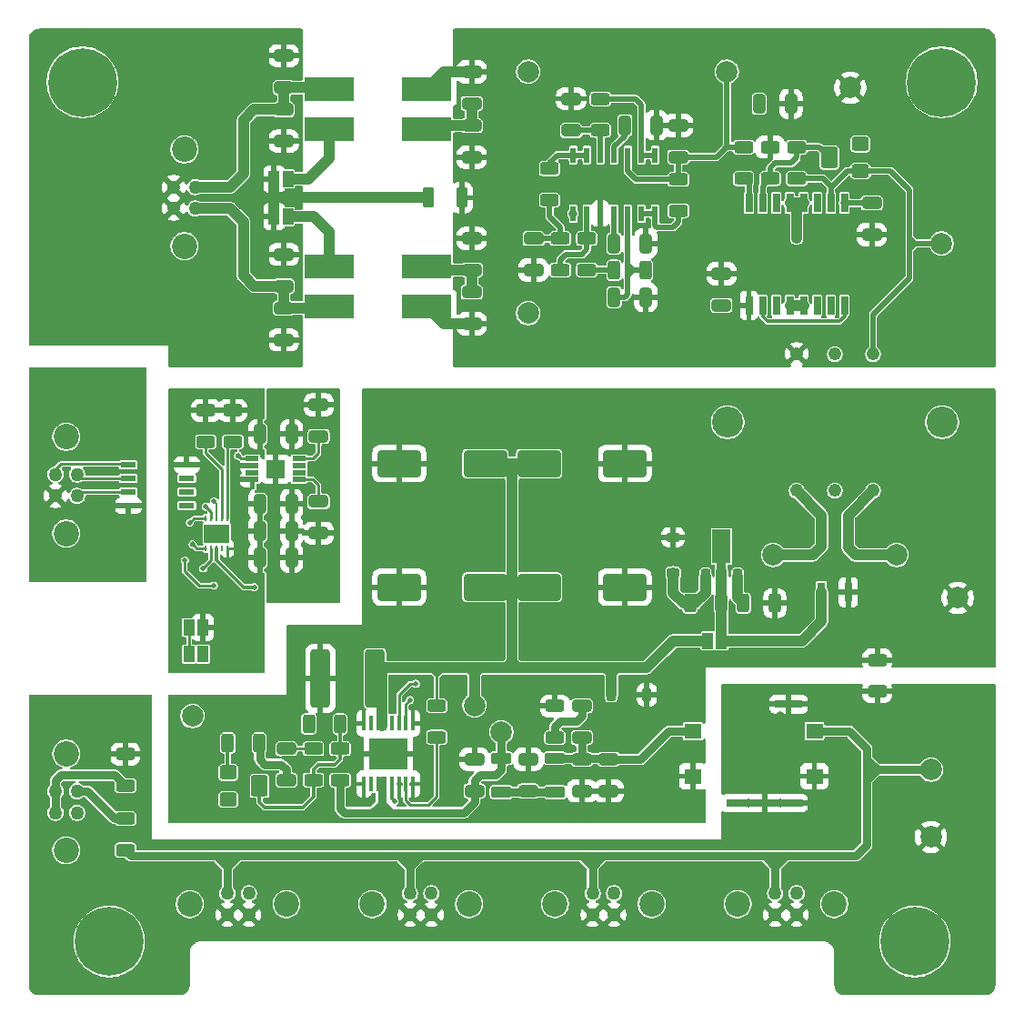
<source format=gtl>
G04 #@! TF.GenerationSoftware,KiCad,Pcbnew,9.0.2-9.0.2-0~ubuntu24.04.1*
G04 #@! TF.CreationDate,2025-06-11T14:59:59-05:00*
G04 #@! TF.ProjectId,bias-supply,62696173-2d73-4757-9070-6c792e6b6963,0.1*
G04 #@! TF.SameCoordinates,Original*
G04 #@! TF.FileFunction,Copper,L1,Top*
G04 #@! TF.FilePolarity,Positive*
%FSLAX46Y46*%
G04 Gerber Fmt 4.6, Leading zero omitted, Abs format (unit mm)*
G04 Created by KiCad (PCBNEW 9.0.2-9.0.2-0~ubuntu24.04.1) date 2025-06-11 14:59:59*
%MOMM*%
%LPD*%
G01*
G04 APERTURE LIST*
G04 Aperture macros list*
%AMRoundRect*
0 Rectangle with rounded corners*
0 $1 Rounding radius*
0 $2 $3 $4 $5 $6 $7 $8 $9 X,Y pos of 4 corners*
0 Add a 4 corners polygon primitive as box body*
4,1,4,$2,$3,$4,$5,$6,$7,$8,$9,$2,$3,0*
0 Add four circle primitives for the rounded corners*
1,1,$1+$1,$2,$3*
1,1,$1+$1,$4,$5*
1,1,$1+$1,$6,$7*
1,1,$1+$1,$8,$9*
0 Add four rect primitives between the rounded corners*
20,1,$1+$1,$2,$3,$4,$5,0*
20,1,$1+$1,$4,$5,$6,$7,0*
20,1,$1+$1,$6,$7,$8,$9,0*
20,1,$1+$1,$8,$9,$2,$3,0*%
%AMFreePoly0*
4,1,9,3.862500,-0.866500,0.737500,-0.866500,0.737500,-0.450000,-1.287500,-0.450000,-1.287500,0.450000,0.737500,0.450000,0.737500,0.866500,3.862500,0.866500,3.862500,-0.866500,3.862500,-0.866500,$1*%
G04 Aperture macros list end*
G04 #@! TA.AperFunction,SMDPad,CuDef*
%ADD10R,0.254000X0.609600*%
G04 #@! TD*
G04 #@! TA.AperFunction,SMDPad,CuDef*
%ADD11R,2.387600X1.651000*%
G04 #@! TD*
G04 #@! TA.AperFunction,SMDPad,CuDef*
%ADD12R,1.000000X1.500000*%
G04 #@! TD*
G04 #@! TA.AperFunction,SMDPad,CuDef*
%ADD13RoundRect,0.250000X-0.650000X0.325000X-0.650000X-0.325000X0.650000X-0.325000X0.650000X0.325000X0*%
G04 #@! TD*
G04 #@! TA.AperFunction,SMDPad,CuDef*
%ADD14RoundRect,0.250000X0.312500X0.625000X-0.312500X0.625000X-0.312500X-0.625000X0.312500X-0.625000X0*%
G04 #@! TD*
G04 #@! TA.AperFunction,SMDPad,CuDef*
%ADD15R,1.257300X0.508000*%
G04 #@! TD*
G04 #@! TA.AperFunction,SMDPad,CuDef*
%ADD16R,1.727200X1.701800*%
G04 #@! TD*
G04 #@! TA.AperFunction,SMDPad,CuDef*
%ADD17RoundRect,0.225000X-0.225000X-0.375000X0.225000X-0.375000X0.225000X0.375000X-0.225000X0.375000X0*%
G04 #@! TD*
G04 #@! TA.AperFunction,ComponentPad*
%ADD18C,1.270000*%
G04 #@! TD*
G04 #@! TA.AperFunction,ComponentPad*
%ADD19C,2.362200*%
G04 #@! TD*
G04 #@! TA.AperFunction,ComponentPad*
%ADD20C,2.000000*%
G04 #@! TD*
G04 #@! TA.AperFunction,SMDPad,CuDef*
%ADD21RoundRect,0.250000X-1.750000X-1.000000X1.750000X-1.000000X1.750000X1.000000X-1.750000X1.000000X0*%
G04 #@! TD*
G04 #@! TA.AperFunction,SMDPad,CuDef*
%ADD22RoundRect,0.250000X0.650000X-0.325000X0.650000X0.325000X-0.650000X0.325000X-0.650000X-0.325000X0*%
G04 #@! TD*
G04 #@! TA.AperFunction,SMDPad,CuDef*
%ADD23RoundRect,0.250000X-0.625000X0.312500X-0.625000X-0.312500X0.625000X-0.312500X0.625000X0.312500X0*%
G04 #@! TD*
G04 #@! TA.AperFunction,SMDPad,CuDef*
%ADD24RoundRect,0.250000X0.625000X-0.312500X0.625000X0.312500X-0.625000X0.312500X-0.625000X-0.312500X0*%
G04 #@! TD*
G04 #@! TA.AperFunction,SMDPad,CuDef*
%ADD25R,0.355600X1.473200*%
G04 #@! TD*
G04 #@! TA.AperFunction,SMDPad,CuDef*
%ADD26R,3.581400X2.946400*%
G04 #@! TD*
G04 #@! TA.AperFunction,SMDPad,CuDef*
%ADD27RoundRect,0.250000X-0.325000X-0.650000X0.325000X-0.650000X0.325000X0.650000X-0.325000X0.650000X0*%
G04 #@! TD*
G04 #@! TA.AperFunction,SMDPad,CuDef*
%ADD28RoundRect,0.250000X0.700000X-0.275000X0.700000X0.275000X-0.700000X0.275000X-0.700000X-0.275000X0*%
G04 #@! TD*
G04 #@! TA.AperFunction,ComponentPad*
%ADD29C,6.400000*%
G04 #@! TD*
G04 #@! TA.AperFunction,SMDPad,CuDef*
%ADD30RoundRect,0.250000X-0.275000X-0.700000X0.275000X-0.700000X0.275000X0.700000X-0.275000X0.700000X0*%
G04 #@! TD*
G04 #@! TA.AperFunction,SMDPad,CuDef*
%ADD31RoundRect,0.250000X0.650000X2.450000X-0.650000X2.450000X-0.650000X-2.450000X0.650000X-2.450000X0*%
G04 #@! TD*
G04 #@! TA.AperFunction,ComponentPad*
%ADD32C,1.214000*%
G04 #@! TD*
G04 #@! TA.AperFunction,ComponentPad*
%ADD33C,2.891000*%
G04 #@! TD*
G04 #@! TA.AperFunction,SMDPad,CuDef*
%ADD34RoundRect,0.225000X0.375000X-0.225000X0.375000X0.225000X-0.375000X0.225000X-0.375000X-0.225000X0*%
G04 #@! TD*
G04 #@! TA.AperFunction,SMDPad,CuDef*
%ADD35RoundRect,0.250000X1.750000X1.000000X-1.750000X1.000000X-1.750000X-1.000000X1.750000X-1.000000X0*%
G04 #@! TD*
G04 #@! TA.AperFunction,SMDPad,CuDef*
%ADD36RoundRect,0.250000X0.550000X-0.400000X0.550000X0.400000X-0.550000X0.400000X-0.550000X-0.400000X0*%
G04 #@! TD*
G04 #@! TA.AperFunction,SMDPad,CuDef*
%ADD37RoundRect,0.250000X0.550000X-0.750000X0.550000X0.750000X-0.550000X0.750000X-0.550000X-0.750000X0*%
G04 #@! TD*
G04 #@! TA.AperFunction,SMDPad,CuDef*
%ADD38R,0.762000X1.803400*%
G04 #@! TD*
G04 #@! TA.AperFunction,SMDPad,CuDef*
%ADD39RoundRect,0.250000X-0.700000X0.275000X-0.700000X-0.275000X0.700000X-0.275000X0.700000X0.275000X0*%
G04 #@! TD*
G04 #@! TA.AperFunction,SMDPad,CuDef*
%ADD40RoundRect,0.250000X0.325000X0.650000X-0.325000X0.650000X-0.325000X-0.650000X0.325000X-0.650000X0*%
G04 #@! TD*
G04 #@! TA.AperFunction,SMDPad,CuDef*
%ADD41R,0.532600X1.454899*%
G04 #@! TD*
G04 #@! TA.AperFunction,SMDPad,CuDef*
%ADD42R,1.600200X1.397000*%
G04 #@! TD*
G04 #@! TA.AperFunction,SMDPad,CuDef*
%ADD43R,2.590800X0.711200*%
G04 #@! TD*
G04 #@! TA.AperFunction,SMDPad,CuDef*
%ADD44R,7.086600X0.711200*%
G04 #@! TD*
G04 #@! TA.AperFunction,SMDPad,CuDef*
%ADD45RoundRect,0.250000X-0.312500X-0.625000X0.312500X-0.625000X0.312500X0.625000X-0.312500X0.625000X0*%
G04 #@! TD*
G04 #@! TA.AperFunction,SMDPad,CuDef*
%ADD46RoundRect,0.250000X-0.550000X0.400000X-0.550000X-0.400000X0.550000X-0.400000X0.550000X0.400000X0*%
G04 #@! TD*
G04 #@! TA.AperFunction,SMDPad,CuDef*
%ADD47RoundRect,0.250000X-0.550000X0.750000X-0.550000X-0.750000X0.550000X-0.750000X0.550000X0.750000X0*%
G04 #@! TD*
G04 #@! TA.AperFunction,SMDPad,CuDef*
%ADD48R,1.460500X0.533400*%
G04 #@! TD*
G04 #@! TA.AperFunction,SMDPad,CuDef*
%ADD49R,0.650000X1.750000*%
G04 #@! TD*
G04 #@! TA.AperFunction,SMDPad,CuDef*
%ADD50RoundRect,0.225000X0.225000X-0.500000X0.225000X0.500000X-0.225000X0.500000X-0.225000X-0.500000X0*%
G04 #@! TD*
G04 #@! TA.AperFunction,SMDPad,CuDef*
%ADD51FreePoly0,90.000000*%
G04 #@! TD*
G04 #@! TA.AperFunction,SMDPad,CuDef*
%ADD52R,4.600000X2.250000*%
G04 #@! TD*
G04 #@! TA.AperFunction,ViaPad*
%ADD53C,0.800000*%
G04 #@! TD*
G04 #@! TA.AperFunction,ViaPad*
%ADD54C,0.500000*%
G04 #@! TD*
G04 #@! TA.AperFunction,Conductor*
%ADD55C,1.000000*%
G04 #@! TD*
G04 #@! TA.AperFunction,Conductor*
%ADD56C,0.250000*%
G04 #@! TD*
G04 #@! TA.AperFunction,Conductor*
%ADD57C,0.500000*%
G04 #@! TD*
G04 #@! TA.AperFunction,Conductor*
%ADD58C,0.800000*%
G04 #@! TD*
G04 #@! TA.AperFunction,Conductor*
%ADD59C,0.300000*%
G04 #@! TD*
G04 #@! TA.AperFunction,Conductor*
%ADD60C,0.200000*%
G04 #@! TD*
G04 APERTURE END LIST*
D10*
X32000001Y-59100000D03*
X31499999Y-59100000D03*
X31000000Y-59100000D03*
X30500001Y-59100000D03*
X29999999Y-59100000D03*
X29999999Y-61900000D03*
X30500001Y-61900000D03*
X31000000Y-61900000D03*
X31499999Y-61900000D03*
X32000001Y-61900000D03*
D11*
X31000000Y-60500000D03*
D12*
X36350000Y-27500000D03*
X37650000Y-27500000D03*
D13*
X54750000Y-22525000D03*
X54750000Y-25475000D03*
X67500000Y-81525000D03*
X67500000Y-84475000D03*
D14*
X82962500Y-67000000D03*
X80037500Y-67000000D03*
D15*
X38678050Y-55474999D03*
X38678050Y-54825001D03*
X38678050Y-54174999D03*
X38678050Y-53525001D03*
X34321950Y-53525001D03*
X34321950Y-54174999D03*
X34321950Y-54825001D03*
X34321950Y-55474999D03*
D16*
X36500000Y-54500000D03*
D17*
X67750000Y-75500000D03*
X71050000Y-75500000D03*
D18*
X66000000Y-96000000D03*
X68000001Y-96000000D03*
X66000000Y-93999999D03*
X68000001Y-93999999D03*
D19*
X62500001Y-95000000D03*
X71499999Y-95000000D03*
D20*
X97500000Y-82500000D03*
X60000000Y-17500000D03*
X60000000Y-40000000D03*
D21*
X61000000Y-54000000D03*
X69000000Y-54000000D03*
D22*
X65000000Y-79500000D03*
X65000000Y-76550000D03*
D23*
X30000000Y-49037500D03*
X30000000Y-51962500D03*
X51500000Y-76537500D03*
X51500000Y-79462500D03*
D20*
X94306000Y-62500000D03*
D12*
X37650000Y-31000000D03*
X36350000Y-31000000D03*
D24*
X82527500Y-27462500D03*
X82527500Y-24537500D03*
D13*
X37250000Y-39525000D03*
X37250000Y-42475000D03*
D20*
X90000000Y-19000000D03*
D25*
X44724160Y-83819400D03*
X45374400Y-83819400D03*
X46024640Y-83819400D03*
X46674880Y-83819400D03*
X47325120Y-83819400D03*
X47975360Y-83819400D03*
X48625600Y-83819400D03*
X49275840Y-83819400D03*
X49275840Y-78180600D03*
X48625600Y-78180600D03*
X47975360Y-78180600D03*
X47325120Y-78180600D03*
X46674880Y-78180600D03*
X46024640Y-78180600D03*
X45374400Y-78180600D03*
X44724160Y-78180600D03*
D26*
X47000000Y-81000000D03*
D18*
X16000000Y-84500001D03*
X16000000Y-86500002D03*
X18000001Y-84500001D03*
X18000001Y-86500002D03*
D19*
X17000000Y-81000002D03*
X17000000Y-90000000D03*
D22*
X37250000Y-37475000D03*
X37250000Y-34525000D03*
D24*
X73975000Y-30462500D03*
X73975000Y-27537500D03*
D23*
X62990000Y-33037500D03*
X62990000Y-35962500D03*
D27*
X35025000Y-57750000D03*
X37975000Y-57750000D03*
D28*
X62500000Y-84575000D03*
X62500000Y-81425000D03*
D18*
X32000000Y-96000000D03*
X34000001Y-96000000D03*
X32000000Y-93999999D03*
X34000001Y-93999999D03*
D19*
X28500001Y-95000000D03*
X37499999Y-95000000D03*
D29*
X96000000Y-98500000D03*
D30*
X50675000Y-29250000D03*
X53825000Y-29250000D03*
D31*
X45750000Y-74000000D03*
X40650000Y-74000000D03*
D29*
X18500000Y-18500000D03*
D22*
X60000000Y-84475000D03*
X60000000Y-81525000D03*
D32*
X85000000Y-56500000D03*
X88556000Y-56500000D03*
X92112000Y-56500000D03*
X92112000Y-43800000D03*
X88556000Y-43800000D03*
X85000000Y-43800000D03*
D33*
X78574000Y-50150000D03*
X98538000Y-50150000D03*
D34*
X73500000Y-64150000D03*
X73500000Y-60850000D03*
D21*
X61000000Y-65500000D03*
X69000000Y-65500000D03*
D13*
X73975000Y-22525000D03*
X73975000Y-25475000D03*
X65000000Y-81525000D03*
X65000000Y-84475000D03*
D35*
X56000000Y-65500000D03*
X48000000Y-65500000D03*
D22*
X54750000Y-20475000D03*
X54750000Y-17525000D03*
D36*
X32100000Y-82750000D03*
D37*
X35000000Y-84000000D03*
D36*
X32100000Y-85250000D03*
D24*
X62500000Y-79500000D03*
X62500000Y-76575000D03*
D38*
X87306000Y-65959100D03*
X89806000Y-65959100D03*
X89806000Y-60040900D03*
X87306000Y-60040900D03*
D39*
X57500000Y-81425000D03*
X57500000Y-84575000D03*
D20*
X100000000Y-66500000D03*
D18*
X83000000Y-96000000D03*
X85000001Y-96000000D03*
X83000000Y-93999999D03*
X85000001Y-93999999D03*
D19*
X79500001Y-95000000D03*
X88499999Y-95000000D03*
D20*
X98500000Y-33500000D03*
D23*
X65460000Y-33037500D03*
X65460000Y-35962500D03*
D40*
X70950000Y-33500000D03*
X68000000Y-33500000D03*
D24*
X42500000Y-83462500D03*
X42500000Y-80537500D03*
D20*
X55000000Y-76500000D03*
D41*
X64190000Y-30721348D03*
X65460000Y-30721348D03*
X66730000Y-30721348D03*
X68000000Y-30721348D03*
X69270000Y-30721348D03*
X70540000Y-30721348D03*
X71810000Y-30721348D03*
X71810000Y-25278652D03*
X70540000Y-25278652D03*
X69270000Y-25278652D03*
X68000000Y-25278652D03*
X66730000Y-25278652D03*
X65460000Y-25278652D03*
X64190000Y-25278652D03*
D42*
X75348500Y-78900002D03*
X86651500Y-78900002D03*
X75348500Y-83099998D03*
X86651500Y-83099998D03*
D43*
X84250000Y-76402600D03*
D44*
X82000000Y-85597400D03*
D45*
X68012500Y-36000000D03*
X70937500Y-36000000D03*
D24*
X80055000Y-27462500D03*
X80055000Y-24537500D03*
D27*
X35025000Y-62750000D03*
X37975000Y-62750000D03*
D20*
X78500000Y-17500000D03*
D46*
X90950000Y-26750000D03*
D47*
X88050000Y-25500000D03*
D46*
X90950000Y-24250000D03*
D29*
X98500000Y-18500000D03*
D13*
X60500000Y-33025000D03*
X60500000Y-35975000D03*
D48*
X22775850Y-54095000D03*
X22775850Y-55365000D03*
X22775850Y-56635000D03*
X22775850Y-57905000D03*
X28224150Y-57905000D03*
X28224150Y-56635000D03*
X28224150Y-55365000D03*
X28224150Y-54095000D03*
D13*
X40500000Y-57525000D03*
X40500000Y-60475000D03*
D20*
X82806000Y-62500000D03*
D22*
X54750000Y-35975000D03*
X54750000Y-33025000D03*
D24*
X40000000Y-83462500D03*
X40000000Y-80537500D03*
D18*
X49000000Y-96000000D03*
X51000001Y-96000000D03*
X49000000Y-93999999D03*
X51000001Y-93999999D03*
D19*
X45500001Y-95000000D03*
X54499999Y-95000000D03*
D13*
X54750000Y-38025000D03*
X54750000Y-40975000D03*
D35*
X56000000Y-54000000D03*
X48000000Y-54000000D03*
D12*
X28425000Y-69250000D03*
X29725000Y-69250000D03*
D49*
X89445000Y-29725000D03*
X88175000Y-29725000D03*
X86905000Y-29725000D03*
X85635000Y-29725000D03*
X84365000Y-29725000D03*
X83095000Y-29725000D03*
X81825000Y-29725000D03*
X80555000Y-29725000D03*
X80555000Y-39275000D03*
X81825000Y-39275000D03*
X83095000Y-39275000D03*
X84365000Y-39275000D03*
X85635000Y-39275000D03*
X86905000Y-39275000D03*
X88175000Y-39275000D03*
X89445000Y-39275000D03*
D40*
X84475000Y-20500000D03*
X81525000Y-20500000D03*
X71950000Y-22500000D03*
X69000000Y-22500000D03*
D18*
X27000000Y-28250000D03*
X27000000Y-30250001D03*
X29000001Y-28250000D03*
X29000001Y-30250001D03*
D19*
X28000000Y-24750001D03*
X28000000Y-33749999D03*
D18*
X16000000Y-55000000D03*
X16000000Y-57000001D03*
X18000001Y-55000000D03*
X18000001Y-57000001D03*
D19*
X17000000Y-51500001D03*
X17000000Y-60499999D03*
D45*
X75075000Y-67000000D03*
X78000000Y-67000000D03*
D12*
X28425000Y-71750000D03*
X29725000Y-71750000D03*
D50*
X76500000Y-64525000D03*
D51*
X78000000Y-64000000D03*
D50*
X79500000Y-64525000D03*
D29*
X21000000Y-98500000D03*
D22*
X37500000Y-83475000D03*
X37500000Y-80525000D03*
D13*
X40500000Y-48525000D03*
X40500000Y-51475000D03*
D22*
X64000000Y-22975000D03*
X64000000Y-20025000D03*
D23*
X22500000Y-87037500D03*
X22500000Y-89962500D03*
D20*
X57500000Y-79000000D03*
D24*
X22500000Y-83962500D03*
X22500000Y-81037500D03*
D27*
X35025000Y-60250000D03*
X37975000Y-60250000D03*
D14*
X42500000Y-78250000D03*
X39575000Y-78250000D03*
D23*
X32500000Y-49037500D03*
X32500000Y-51962500D03*
D24*
X85000000Y-27462500D03*
X85000000Y-24537500D03*
D45*
X32037500Y-80000000D03*
X34962500Y-80000000D03*
D20*
X97500000Y-88750000D03*
X28750000Y-77500000D03*
D23*
X92500000Y-72287500D03*
X92500000Y-75212500D03*
D24*
X66730000Y-22962500D03*
X66730000Y-20037500D03*
D22*
X37250000Y-18975000D03*
X37250000Y-16025000D03*
D13*
X92000000Y-29725000D03*
X92000000Y-32675000D03*
D12*
X78000000Y-70500000D03*
X76700000Y-70500000D03*
D52*
X41450000Y-35625000D03*
X41450000Y-39375000D03*
X50550000Y-39375000D03*
X50550000Y-35625000D03*
D40*
X70950000Y-38500000D03*
X68000000Y-38500000D03*
D13*
X37250000Y-21025000D03*
X37250000Y-23975000D03*
D22*
X55000000Y-84475000D03*
X55000000Y-81525000D03*
D24*
X62000000Y-29462500D03*
X62000000Y-26537500D03*
D52*
X41450000Y-19125000D03*
X41450000Y-22875000D03*
X50550000Y-22875000D03*
X50550000Y-19125000D03*
D13*
X78000000Y-36325000D03*
X78000000Y-39275000D03*
D40*
X37975000Y-51250000D03*
X35025000Y-51250000D03*
D53*
X76700000Y-70500000D03*
X45750000Y-74000000D03*
X80037500Y-67000000D03*
X102500000Y-40000000D03*
X102500000Y-56000000D03*
X27500000Y-80500000D03*
D54*
X60250000Y-44537500D03*
D53*
X56500000Y-86500000D03*
D54*
X71750000Y-47462500D03*
X65250000Y-47462500D03*
D53*
X102500000Y-30000000D03*
X102500000Y-36000000D03*
D54*
X62750000Y-44537500D03*
D53*
X27500000Y-84500000D03*
X85000000Y-14500000D03*
X72500000Y-86500000D03*
X102500000Y-60000000D03*
X66500000Y-86500000D03*
X102500000Y-72000000D03*
X69000000Y-14500000D03*
X102500000Y-48000000D03*
X102500000Y-58000000D03*
D54*
X69250000Y-44537500D03*
D53*
X102500000Y-64000000D03*
X45500000Y-63000000D03*
D54*
X62750000Y-47462500D03*
D53*
X60500000Y-86500000D03*
D54*
X69250000Y-47462500D03*
X36500000Y-54500000D03*
X44962500Y-51750000D03*
D53*
X93000000Y-14500000D03*
X102500000Y-38000000D03*
X62500000Y-86500000D03*
X40650000Y-74000000D03*
D54*
X74250000Y-44537500D03*
D53*
X102500000Y-32000000D03*
X87000000Y-14500000D03*
X79000000Y-14500000D03*
X102500000Y-68000000D03*
X75000000Y-14500000D03*
X75348500Y-83099998D03*
D54*
X74250000Y-47462500D03*
D53*
X102500000Y-44000000D03*
D54*
X29725000Y-71750000D03*
D53*
X55000000Y-14500000D03*
X91000000Y-14500000D03*
X102500000Y-62000000D03*
X71000000Y-14500000D03*
X102500000Y-66000000D03*
X102500000Y-28000000D03*
X68500000Y-86500000D03*
D54*
X31000000Y-60500000D03*
D53*
X48000000Y-65500000D03*
X102500000Y-70000000D03*
X58500000Y-86500000D03*
X70500000Y-86500000D03*
D54*
X33000000Y-53250000D03*
D53*
X102500000Y-26000000D03*
X81000000Y-14500000D03*
D54*
X28750000Y-61500000D03*
D53*
X102500000Y-50000000D03*
X83000000Y-14500000D03*
D54*
X65250000Y-44537500D03*
D53*
X102500000Y-42000000D03*
X102500000Y-34000000D03*
X65000000Y-14500000D03*
X67000000Y-14500000D03*
D54*
X28224150Y-57905000D03*
D53*
X57000000Y-14500000D03*
X45500000Y-61000000D03*
X61000000Y-14500000D03*
D54*
X44962500Y-54250000D03*
D53*
X102500000Y-52000000D03*
X59000000Y-14500000D03*
X63000000Y-14500000D03*
X45500000Y-57000000D03*
X69000000Y-65500000D03*
X89000000Y-14500000D03*
X27500000Y-82500000D03*
D54*
X47975360Y-83819400D03*
D53*
X69000000Y-54000000D03*
X102500000Y-54000000D03*
X77000000Y-14500000D03*
X27500000Y-86500000D03*
D54*
X71750000Y-44537500D03*
D53*
X64500000Y-86500000D03*
X48000000Y-54000000D03*
D54*
X60250000Y-47462500D03*
D53*
X45500000Y-59000000D03*
X73000000Y-14500000D03*
X102500000Y-24000000D03*
X64190000Y-30721348D03*
X65460000Y-35962500D03*
X68000000Y-33500000D03*
X54750000Y-38000000D03*
X89445000Y-29725000D03*
X54750000Y-22525000D03*
X85000000Y-29725000D03*
X78000000Y-39275000D03*
X85000000Y-39275000D03*
X69000000Y-22500000D03*
X81525000Y-20500000D03*
X85000000Y-33000000D03*
X22500000Y-102500000D03*
X98500000Y-102500000D03*
X79000000Y-87500000D03*
X86651500Y-83099998D03*
X20500000Y-102500000D03*
X96500000Y-75500000D03*
X90500000Y-102500000D03*
X92500000Y-102500000D03*
X14500000Y-94500000D03*
X98500000Y-75500000D03*
X81000000Y-87500000D03*
X84250000Y-76402600D03*
X80500000Y-85597400D03*
X102500000Y-85500000D03*
X83500000Y-81500000D03*
X14500000Y-100500000D03*
X18500000Y-102500000D03*
X102500000Y-75500000D03*
X102500000Y-83500000D03*
X100500000Y-75500000D03*
X94500000Y-102500000D03*
X80500000Y-77500000D03*
X83500000Y-77500000D03*
X102500000Y-93500000D03*
X102500000Y-81500000D03*
X96500000Y-102500000D03*
X102500000Y-79500000D03*
X102500000Y-77500000D03*
X102500000Y-101500000D03*
X16500000Y-102500000D03*
X14500000Y-96500000D03*
X102500000Y-95500000D03*
X102500000Y-97500000D03*
X26500000Y-102500000D03*
X102500000Y-99500000D03*
X80500000Y-83500000D03*
X102500000Y-89500000D03*
X83500000Y-83500000D03*
X102500000Y-87500000D03*
X14500000Y-98500000D03*
X100500000Y-102500000D03*
X83500000Y-85597400D03*
X83000000Y-87500000D03*
X94500000Y-75500000D03*
X85000000Y-87500000D03*
X24500000Y-102500000D03*
X80500000Y-81500000D03*
X102500000Y-91500000D03*
X14500000Y-40000000D03*
X29500000Y-44000000D03*
X14500000Y-38000000D03*
X20500000Y-42000000D03*
X14500000Y-24000000D03*
X14500000Y-42000000D03*
X36000000Y-14500000D03*
X32000000Y-14500000D03*
X35500000Y-44000000D03*
X31500000Y-44000000D03*
X24500000Y-42000000D03*
X14500000Y-36000000D03*
X14500000Y-26000000D03*
X14500000Y-30000000D03*
X26000000Y-14500000D03*
X16500000Y-42000000D03*
X26500000Y-42000000D03*
X14500000Y-28000000D03*
X22500000Y-42000000D03*
X33500000Y-44000000D03*
X34000000Y-14500000D03*
X27500000Y-44000000D03*
X14500000Y-34000000D03*
X18500000Y-42000000D03*
X24000000Y-14500000D03*
X28000000Y-14500000D03*
X14500000Y-32000000D03*
X30000000Y-14500000D03*
X37500000Y-83475000D03*
X42500000Y-83462500D03*
D54*
X30750000Y-57500000D03*
X28425000Y-69250000D03*
X49000000Y-76000000D03*
X40500000Y-57525000D03*
D53*
X86651500Y-78900002D03*
D54*
X47557107Y-85442893D03*
D53*
X42500000Y-80537500D03*
X39575000Y-78250000D03*
D54*
X34500000Y-65500000D03*
X29750000Y-63750000D03*
X30000000Y-58000000D03*
X49537500Y-74500000D03*
X30750000Y-65350000D03*
X28500000Y-59500000D03*
X28037500Y-63000000D03*
X32481250Y-51981250D03*
X28224150Y-56635000D03*
X30000000Y-52000000D03*
X28224150Y-55365000D03*
X20000000Y-60525000D03*
X24037500Y-51500000D03*
X22500000Y-60525000D03*
D53*
X75348500Y-78900002D03*
D55*
X89806000Y-60040900D02*
X89806000Y-61806000D01*
X89806000Y-61806000D02*
X90500000Y-62500000D01*
X89806000Y-58806000D02*
X92112000Y-56500000D01*
X90500000Y-62500000D02*
X94306000Y-62500000D01*
X89806000Y-60040900D02*
X89806000Y-58806000D01*
X67750000Y-75500000D02*
X67750000Y-73350000D01*
X56000000Y-54000000D02*
X58500000Y-54000000D01*
X58500000Y-65000000D02*
X58500000Y-65500000D01*
X46350000Y-75500000D02*
X46350000Y-76000000D01*
D56*
X51500000Y-76537500D02*
X51500000Y-74250000D01*
D55*
X67750000Y-73350000D02*
X67400000Y-73000000D01*
X55000000Y-74000000D02*
X55000000Y-73500000D01*
X58500000Y-65500000D02*
X61000000Y-65500000D01*
X71000000Y-73000000D02*
X66000000Y-73000000D01*
X67750000Y-74000000D02*
X67750000Y-73500000D01*
X55000000Y-73000000D02*
X54500000Y-73000000D01*
X67750000Y-73000000D02*
X67750000Y-74000000D01*
X58000000Y-73000000D02*
X53750000Y-73000000D01*
X55000000Y-73000000D02*
X55000000Y-74000000D01*
D56*
X51500000Y-73750000D02*
X50750000Y-73000000D01*
D55*
X79500000Y-66462500D02*
X80037500Y-67000000D01*
X66000000Y-73000000D02*
X59000000Y-73000000D01*
X50750000Y-73000000D02*
X46500000Y-73000000D01*
X46350000Y-75000000D02*
X46350000Y-75500000D01*
X68250000Y-73000000D02*
X67750000Y-73000000D01*
D56*
X51500000Y-73750000D02*
X52250000Y-73000000D01*
D55*
X79500000Y-66462500D02*
X79500000Y-64525000D01*
X56000000Y-65500000D02*
X58500000Y-65500000D01*
X58500000Y-72500000D02*
X58000000Y-73000000D01*
X53750000Y-73000000D02*
X52250000Y-73000000D01*
X51500000Y-73000000D02*
X50750000Y-73000000D01*
X55500000Y-73000000D02*
X55000000Y-73000000D01*
X67750000Y-73500000D02*
X68250000Y-73000000D01*
X58500000Y-72500000D02*
X59000000Y-73000000D01*
X67750000Y-73500000D02*
X67250000Y-73000000D01*
X52250000Y-73000000D02*
X51500000Y-73000000D01*
D56*
X51500000Y-74250000D02*
X51500000Y-73750000D01*
X51500000Y-74250000D02*
X51500000Y-73000000D01*
D55*
X55000000Y-74000000D02*
X55000000Y-75500000D01*
X58500000Y-54000000D02*
X61000000Y-54000000D01*
X46350000Y-73150000D02*
X46500000Y-73000000D01*
X55000000Y-73500000D02*
X54500000Y-73000000D01*
X59000000Y-73000000D02*
X58000000Y-73000000D01*
X73500000Y-70500000D02*
X71000000Y-73000000D01*
X58500000Y-54000000D02*
X58500000Y-65000000D01*
X67750000Y-73000000D02*
X67250000Y-73000000D01*
X55000000Y-73500000D02*
X55500000Y-73000000D01*
X58500000Y-71000000D02*
X58500000Y-72500000D01*
X46350000Y-76000000D02*
X46350000Y-78400000D01*
X76700000Y-70500000D02*
X73500000Y-70500000D01*
X58500000Y-65000000D02*
X58500000Y-71000000D01*
X46350000Y-75500000D02*
X46350000Y-73150000D01*
X86500000Y-62500000D02*
X82806000Y-62500000D01*
X87306000Y-58806000D02*
X85000000Y-56500000D01*
X87306000Y-61694000D02*
X86500000Y-62500000D01*
X87306000Y-60040900D02*
X87306000Y-58806000D01*
X87306000Y-60040900D02*
X87306000Y-61694000D01*
D56*
X33275001Y-53525001D02*
X33000000Y-53250000D01*
D55*
X54750000Y-17525000D02*
X52150000Y-17525000D01*
X54750000Y-40975000D02*
X52150000Y-40975000D01*
D56*
X29999999Y-61900000D02*
X29150000Y-61900000D01*
X29150000Y-61900000D02*
X28750000Y-61500000D01*
X34321950Y-53525001D02*
X33275001Y-53525001D01*
D55*
X52150000Y-17525000D02*
X50550000Y-19125000D01*
X52150000Y-40975000D02*
X50550000Y-39375000D01*
D57*
X70937500Y-36000000D02*
X69750000Y-36000000D01*
X69270000Y-35500000D02*
X69270000Y-30721348D01*
X69750000Y-36000000D02*
X69750000Y-35980000D01*
X69000000Y-38500000D02*
X69270000Y-38230000D01*
X69270000Y-36500000D02*
X69270000Y-36000000D01*
X69270000Y-36000000D02*
X69270000Y-35500000D01*
X69750000Y-36020000D02*
X69270000Y-36500000D01*
X69750000Y-36000000D02*
X69270000Y-36000000D01*
X69750000Y-36000000D02*
X69750000Y-36020000D01*
X69750000Y-35980000D02*
X69270000Y-35500000D01*
X68000000Y-38500000D02*
X69000000Y-38500000D01*
X69270000Y-38230000D02*
X69270000Y-36500000D01*
X64012500Y-22962500D02*
X64000000Y-22975000D01*
X66730000Y-22962500D02*
X64012500Y-22962500D01*
X66730000Y-22962500D02*
X66730000Y-25278652D01*
X62000000Y-29462500D02*
X62000000Y-31000000D01*
X62990000Y-31990000D02*
X62990000Y-33037500D01*
X62000000Y-31000000D02*
X62990000Y-31990000D01*
X62990000Y-33037500D02*
X60512500Y-33037500D01*
X60512500Y-33037500D02*
X60500000Y-33025000D01*
X67975000Y-35962500D02*
X68012500Y-36000000D01*
X65460000Y-35962500D02*
X67975000Y-35962500D01*
X65460000Y-34040000D02*
X65460000Y-33037500D01*
X62990000Y-35962500D02*
X62990000Y-35010000D01*
X65000000Y-34500000D02*
X65460000Y-34040000D01*
X62990000Y-35010000D02*
X63500000Y-34500000D01*
X63500000Y-34500000D02*
X65000000Y-34500000D01*
X65460000Y-33037500D02*
X65460000Y-30721348D01*
X73475000Y-32000000D02*
X73975000Y-31500000D01*
X73975000Y-31500000D02*
X73975000Y-30462500D01*
X71810000Y-30721348D02*
X71810000Y-31835000D01*
X71975000Y-32000000D02*
X73475000Y-32000000D01*
X71810000Y-31835000D02*
X71975000Y-32000000D01*
X70540000Y-30721348D02*
X71810000Y-30721348D01*
X70540000Y-25278652D02*
X71810000Y-25278652D01*
X70012500Y-20037500D02*
X70540000Y-20565000D01*
X66730000Y-20037500D02*
X70012500Y-20037500D01*
X70540000Y-20565000D02*
X70540000Y-25278652D01*
D56*
X40000000Y-80537500D02*
X37512500Y-80537500D01*
X37512500Y-80537500D02*
X37500000Y-80525000D01*
D57*
X92000000Y-29725000D02*
X89445000Y-29725000D01*
X68000000Y-33500000D02*
X68000000Y-30721348D01*
D55*
X54750000Y-38000000D02*
X54750000Y-38025000D01*
X54750000Y-35975000D02*
X50900000Y-35975000D01*
X54750000Y-35975000D02*
X54750000Y-38000000D01*
X50900000Y-35975000D02*
X50550000Y-35625000D01*
X54750000Y-22525000D02*
X50900000Y-22525000D01*
X84365000Y-39275000D02*
X85000000Y-39275000D01*
X50900000Y-22525000D02*
X50550000Y-22875000D01*
X85000000Y-33000000D02*
X85000000Y-29725000D01*
D57*
X68000000Y-25278652D02*
X68000000Y-24500000D01*
D55*
X85635000Y-29725000D02*
X85000000Y-29725000D01*
D57*
X69000000Y-23500000D02*
X69000000Y-22500000D01*
X68000000Y-24500000D02*
X69000000Y-23500000D01*
D55*
X54750000Y-20475000D02*
X54750000Y-22525000D01*
X85000000Y-39275000D02*
X85635000Y-39275000D01*
X85000000Y-29725000D02*
X84365000Y-29725000D01*
D58*
X57500000Y-84575000D02*
X62500000Y-84575000D01*
D55*
X78000000Y-70500000D02*
X78000000Y-64000000D01*
X78000000Y-70500000D02*
X85500000Y-70500000D01*
X85500000Y-70500000D02*
X87306000Y-68694000D01*
X87306000Y-68694000D02*
X87306000Y-65959100D01*
X76500000Y-66000000D02*
X75500000Y-67000000D01*
X73500000Y-66000000D02*
X73500000Y-64150000D01*
X74500000Y-67000000D02*
X73500000Y-66000000D01*
X76500000Y-66000000D02*
X76500000Y-64525000D01*
X75500000Y-67000000D02*
X75075000Y-67000000D01*
X75075000Y-67000000D02*
X74500000Y-67000000D01*
D59*
X32037500Y-82687500D02*
X32100000Y-82750000D01*
X32037500Y-80000000D02*
X32037500Y-82687500D01*
D58*
X63000000Y-78000000D02*
X64500000Y-78000000D01*
X62500000Y-79500000D02*
X62500000Y-78500000D01*
X65000000Y-77500000D02*
X65000000Y-76550000D01*
X64500000Y-78000000D02*
X65000000Y-77500000D01*
X62500000Y-78500000D02*
X63000000Y-78000000D01*
D55*
X36350000Y-29000000D02*
X36350000Y-27500000D01*
X50675000Y-29250000D02*
X36600000Y-29250000D01*
X36350000Y-31000000D02*
X36350000Y-29000000D01*
X37250000Y-39525000D02*
X41300000Y-39525000D01*
X37250000Y-37475000D02*
X37250000Y-39525000D01*
X32250001Y-30250001D02*
X29000001Y-30250001D01*
X34475000Y-37475000D02*
X33500000Y-36500000D01*
X33500000Y-31500000D02*
X32250001Y-30250001D01*
X37250000Y-37475000D02*
X34475000Y-37475000D01*
X33500000Y-36500000D02*
X33500000Y-31500000D01*
X41300000Y-39525000D02*
X41450000Y-39375000D01*
X37250000Y-18975000D02*
X41300000Y-18975000D01*
X33500000Y-27000000D02*
X32250000Y-28250000D01*
X37250000Y-21025000D02*
X34475000Y-21025000D01*
X33500000Y-22000000D02*
X33500000Y-27000000D01*
X32250000Y-28250000D02*
X29000001Y-28250000D01*
X37250000Y-21025000D02*
X37250000Y-18975000D01*
X34475000Y-21025000D02*
X33500000Y-22000000D01*
X41300000Y-18975000D02*
X41450000Y-19125000D01*
D57*
X73975000Y-25475000D02*
X77525000Y-25475000D01*
X80055000Y-24537500D02*
X78462500Y-24537500D01*
X78500000Y-24500000D02*
X77525000Y-25475000D01*
X78500000Y-17500000D02*
X78500000Y-24500000D01*
X77525000Y-25475000D02*
X78462500Y-24537500D01*
X69270000Y-25278652D02*
X69270000Y-26795000D01*
X73975000Y-27537500D02*
X73975000Y-25475000D01*
X70012500Y-27537500D02*
X73975000Y-27537500D01*
X69270000Y-26795000D02*
X70012500Y-27537500D01*
D58*
X46350000Y-85500000D02*
X46350000Y-86350000D01*
X46350000Y-85650000D02*
X47200000Y-86500000D01*
X55000000Y-84475000D02*
X55000000Y-83500000D01*
X55500000Y-83000000D02*
X57000000Y-83000000D01*
X45500000Y-86500000D02*
X54000000Y-86500000D01*
X35500000Y-82000000D02*
X37000000Y-82000000D01*
X35012500Y-80000000D02*
X35012500Y-81512500D01*
X46350000Y-85500000D02*
X46350000Y-85650000D01*
X46350000Y-85650000D02*
X45500000Y-86500000D01*
X35012500Y-81512500D02*
X35500000Y-82000000D01*
X54000000Y-86500000D02*
X55000000Y-85500000D01*
X57500000Y-81425000D02*
X57500000Y-82500000D01*
X37000000Y-82000000D02*
X37500000Y-82500000D01*
X57500000Y-82500000D02*
X57000000Y-83000000D01*
X37500000Y-82500000D02*
X37500000Y-83475000D01*
X42500000Y-86075000D02*
X42500000Y-83462500D01*
X46350000Y-83500000D02*
X46350000Y-86350000D01*
X42925000Y-86500000D02*
X42500000Y-86075000D01*
X55000000Y-85500000D02*
X55000000Y-84475000D01*
X55000000Y-83500000D02*
X55500000Y-83000000D01*
X57500000Y-81425000D02*
X57500000Y-79000000D01*
X45500000Y-86500000D02*
X42925000Y-86500000D01*
D60*
X31000000Y-59100000D02*
X31000000Y-57750000D01*
D56*
X28425000Y-71750000D02*
X28425000Y-69250000D01*
D60*
X31000000Y-57750000D02*
X30750000Y-57500000D01*
D56*
X48625600Y-78180600D02*
X48625600Y-76374400D01*
X48625600Y-76374400D02*
X49000000Y-76000000D01*
X40500000Y-57525000D02*
X40500000Y-56000000D01*
X40500000Y-56000000D02*
X39974999Y-55474999D01*
X39974999Y-55474999D02*
X38678050Y-55474999D01*
D55*
X40000000Y-31000000D02*
X41450000Y-32450000D01*
X41450000Y-32450000D02*
X41450000Y-35625000D01*
X37650000Y-31000000D02*
X40000000Y-31000000D01*
X41450000Y-25550000D02*
X41450000Y-22875000D01*
X37650000Y-27500000D02*
X39500000Y-27500000D01*
X39500000Y-27500000D02*
X41450000Y-25550000D01*
D58*
X66000000Y-93999999D02*
X66000000Y-91500000D01*
X66000000Y-91500000D02*
X66000000Y-90500000D01*
X49000000Y-91500000D02*
X48000000Y-90500000D01*
X66000000Y-91500000D02*
X67000000Y-90500000D01*
X32000000Y-91500000D02*
X31000000Y-90500000D01*
X23000000Y-90500000D02*
X31000000Y-90500000D01*
X33000000Y-90500000D02*
X34000000Y-90500000D01*
X83000000Y-91500000D02*
X84000000Y-90500000D01*
X92500000Y-82500000D02*
X91500000Y-81500000D01*
X66000000Y-90500000D02*
X65000000Y-90500000D01*
X83000000Y-93999999D02*
X83000000Y-91500000D01*
X84000000Y-90500000D02*
X83000000Y-90500000D01*
X91500000Y-89500000D02*
X90500000Y-90500000D01*
X83000000Y-90500000D02*
X82000000Y-90500000D01*
X66000000Y-91500000D02*
X65000000Y-90500000D01*
X32000000Y-91500000D02*
X33000000Y-90500000D01*
X32000000Y-93999999D02*
X32000000Y-91500000D01*
X49000000Y-91500000D02*
X50000000Y-90500000D01*
X67000000Y-90500000D02*
X66000000Y-90500000D01*
X91500000Y-80500000D02*
X91500000Y-81500000D01*
X92500000Y-82500000D02*
X97500000Y-82500000D01*
X82000000Y-90500000D02*
X67000000Y-90500000D01*
X89900002Y-78900002D02*
X91500000Y-80500000D01*
X92500000Y-82500000D02*
X91500000Y-83500000D01*
X32000000Y-91500000D02*
X32000000Y-90500000D01*
X65000000Y-90500000D02*
X50000000Y-90500000D01*
X32000000Y-90500000D02*
X33000000Y-90500000D01*
X50000000Y-90500000D02*
X49000000Y-90500000D01*
X49000000Y-91500000D02*
X49000000Y-90500000D01*
X91500000Y-81500000D02*
X91500000Y-82500000D01*
X91500000Y-82500000D02*
X92500000Y-82500000D01*
X49000000Y-93999999D02*
X49000000Y-91500000D01*
X22500000Y-90000000D02*
X23000000Y-90500000D01*
X48000000Y-90500000D02*
X34000000Y-90500000D01*
X49000000Y-90500000D02*
X48000000Y-90500000D01*
X83000000Y-91500000D02*
X83000000Y-90500000D01*
X31000000Y-90500000D02*
X32000000Y-90500000D01*
X90500000Y-90500000D02*
X84000000Y-90500000D01*
X83000000Y-91500000D02*
X82000000Y-90500000D01*
X91500000Y-83500000D02*
X91500000Y-89500000D01*
X91500000Y-82500000D02*
X91500000Y-83500000D01*
X22500000Y-89962500D02*
X22500000Y-90000000D01*
X86651500Y-78900002D02*
X89900002Y-78900002D01*
D57*
X62000000Y-26537500D02*
X62000000Y-26000000D01*
X64190000Y-25278652D02*
X65460000Y-25278652D01*
X62000000Y-26000000D02*
X62721348Y-25278652D01*
X62721348Y-25278652D02*
X64190000Y-25278652D01*
X80555000Y-29725000D02*
X80555000Y-27962500D01*
X80555000Y-27962500D02*
X80055000Y-27462500D01*
X96000000Y-33500000D02*
X98500000Y-33500000D01*
X95500000Y-28500000D02*
X95500000Y-33000000D01*
X88175000Y-28175000D02*
X88325000Y-28175000D01*
X96000000Y-33500000D02*
X95500000Y-33000000D01*
X95500000Y-33000000D02*
X95500000Y-33500000D01*
X95500000Y-33500000D02*
X96000000Y-33500000D01*
X92112000Y-40138000D02*
X92112000Y-43800000D01*
X90950000Y-26750000D02*
X93750000Y-26750000D01*
X88175000Y-28175000D02*
X88175000Y-29725000D01*
X95500000Y-34000000D02*
X95500000Y-36750000D01*
X93750000Y-26750000D02*
X95500000Y-28500000D01*
X88325000Y-28175000D02*
X89750000Y-26750000D01*
X89750000Y-26750000D02*
X90950000Y-26750000D01*
X85000000Y-27462500D02*
X87462500Y-27462500D01*
X87462500Y-27462500D02*
X88175000Y-28175000D01*
X96000000Y-33500000D02*
X95500000Y-34000000D01*
X95500000Y-33500000D02*
X95500000Y-34000000D01*
X95500000Y-36750000D02*
X92112000Y-40138000D01*
X87087500Y-24537500D02*
X88050000Y-25500000D01*
X81825000Y-28165000D02*
X82527500Y-27462500D01*
X82527500Y-27462500D02*
X82527500Y-26472500D01*
X83000000Y-26000000D02*
X84500000Y-26000000D01*
X85000000Y-24537500D02*
X87087500Y-24537500D01*
X84500000Y-26000000D02*
X85000000Y-25500000D01*
X82527500Y-26472500D02*
X83000000Y-26000000D01*
X85000000Y-25500000D02*
X85000000Y-24537500D01*
X81825000Y-29725000D02*
X81825000Y-28165000D01*
D59*
X35000000Y-85500000D02*
X35500000Y-86000000D01*
X42500000Y-78250000D02*
X42500000Y-80537500D01*
X40000000Y-83462500D02*
X40000000Y-85000000D01*
X47325120Y-85210906D02*
X47557107Y-85442893D01*
X42000000Y-82000000D02*
X40500000Y-82000000D01*
X40000000Y-82500000D02*
X40000000Y-83462500D01*
X40500000Y-82000000D02*
X40000000Y-82500000D01*
X42500000Y-80537500D02*
X42500000Y-81500000D01*
X40000000Y-85000000D02*
X39000000Y-86000000D01*
X35000000Y-84000000D02*
X35000000Y-85500000D01*
X47325120Y-83819400D02*
X47325120Y-85210906D01*
X42500000Y-81500000D02*
X42000000Y-82000000D01*
X35500000Y-86000000D02*
X39000000Y-86000000D01*
X33500000Y-65500000D02*
X34500000Y-65500000D01*
X31000000Y-63000000D02*
X33500000Y-65500000D01*
X31000000Y-61900000D02*
X31000000Y-63000000D01*
D56*
X30500001Y-62999999D02*
X30500001Y-61900000D01*
X29750000Y-63750000D02*
X30500001Y-62999999D01*
X30000000Y-58000000D02*
X30500001Y-58500001D01*
X30500001Y-58500001D02*
X30500001Y-59100000D01*
X49000000Y-74500000D02*
X49537500Y-74500000D01*
X47975360Y-78180600D02*
X47975360Y-75524640D01*
X47975360Y-75524640D02*
X49000000Y-74500000D01*
X49024000Y-85774000D02*
X50726000Y-85774000D01*
X48625600Y-83819400D02*
X48625600Y-85375600D01*
X48625600Y-85375600D02*
X49024000Y-85774000D01*
X50726000Y-85774000D02*
X51500000Y-85000000D01*
X51500000Y-85000000D02*
X51500000Y-79462500D01*
D59*
X81825000Y-40325000D02*
X82250000Y-40750000D01*
X89445000Y-40305000D02*
X89000000Y-40750000D01*
X89445000Y-39275000D02*
X89445000Y-40305000D01*
X81825000Y-39275000D02*
X81825000Y-40325000D01*
X89000000Y-40750000D02*
X82250000Y-40750000D01*
D56*
X39974999Y-53525001D02*
X38678050Y-53525001D01*
X40500000Y-53000000D02*
X39974999Y-53525001D01*
X40500000Y-51475000D02*
X40500000Y-53000000D01*
X29350000Y-65350000D02*
X30750000Y-65350000D01*
X28037500Y-64037500D02*
X29350000Y-65350000D01*
X28037500Y-63000000D02*
X28037500Y-64037500D01*
X28500000Y-59500000D02*
X28900000Y-59100000D01*
X28900000Y-59100000D02*
X29999999Y-59100000D01*
X32000001Y-59100000D02*
X32000001Y-52462499D01*
X32000001Y-52462499D02*
X32481250Y-51981250D01*
X32481250Y-51981250D02*
X32500000Y-51962500D01*
X30000000Y-53000000D02*
X30000000Y-52000000D01*
X31499999Y-59100000D02*
X31499999Y-54499999D01*
X30000000Y-52000000D02*
X30000000Y-51962500D01*
X31499999Y-54499999D02*
X30000000Y-53000000D01*
X16000000Y-54500000D02*
X16000000Y-55000000D01*
X22719850Y-54039000D02*
X16461000Y-54039000D01*
X16461000Y-54039000D02*
X16000000Y-54500000D01*
X22775850Y-54095000D02*
X22719850Y-54039000D01*
X22775850Y-55365000D02*
X18365001Y-55365000D01*
X18365001Y-55365000D02*
X18000001Y-55000000D01*
X18365002Y-56635000D02*
X18000001Y-57000001D01*
X22775850Y-56635000D02*
X18365002Y-56635000D01*
D58*
X62500000Y-81425000D02*
X67400000Y-81425000D01*
X70475000Y-81525000D02*
X73099998Y-78900002D01*
X67500000Y-81525000D02*
X70475000Y-81525000D01*
X75250000Y-78900002D02*
X75348500Y-78900002D01*
X67400000Y-81425000D02*
X67500000Y-81525000D01*
X65000000Y-79500000D02*
X65000000Y-81525000D01*
X73099998Y-78900002D02*
X75250000Y-78900002D01*
X22500000Y-83962500D02*
X21537500Y-83000000D01*
X16000000Y-83500000D02*
X16000000Y-84500001D01*
X21537500Y-83000000D02*
X16500000Y-83000000D01*
X16500000Y-83000000D02*
X16000000Y-83500000D01*
X16000000Y-86500002D02*
X16000000Y-84500001D01*
X18000001Y-84500001D02*
X19000000Y-84500000D01*
X19000000Y-84500000D02*
X21537500Y-87037500D01*
X21537500Y-87037500D02*
X22500000Y-87037500D01*
G04 #@! TA.AperFunction,Conductor*
G36*
X24443039Y-45019685D02*
G01*
X24488794Y-45072489D01*
X24500000Y-45124000D01*
X24500000Y-64876000D01*
X24480315Y-64943039D01*
X24427511Y-64988794D01*
X24376000Y-65000000D01*
X13624500Y-65000000D01*
X13557461Y-64980315D01*
X13511706Y-64927511D01*
X13500500Y-64876000D01*
X13500500Y-60397011D01*
X15691400Y-60397011D01*
X15691400Y-60602986D01*
X15723623Y-60806431D01*
X15787271Y-61002324D01*
X15787272Y-61002327D01*
X15880785Y-61185855D01*
X16001856Y-61352494D01*
X16147505Y-61498143D01*
X16314144Y-61619214D01*
X16404159Y-61665078D01*
X16497671Y-61712726D01*
X16497674Y-61712727D01*
X16595620Y-61744551D01*
X16693569Y-61776376D01*
X16897011Y-61808599D01*
X16897012Y-61808599D01*
X17102988Y-61808599D01*
X17102989Y-61808599D01*
X17306431Y-61776376D01*
X17502328Y-61712726D01*
X17685856Y-61619214D01*
X17852495Y-61498143D01*
X17998144Y-61352494D01*
X18119215Y-61185855D01*
X18212727Y-61002327D01*
X18276377Y-60806430D01*
X18308600Y-60602988D01*
X18308600Y-60397010D01*
X18276377Y-60193568D01*
X18212727Y-59997671D01*
X18212727Y-59997670D01*
X18119214Y-59814142D01*
X17998144Y-59647504D01*
X17852495Y-59501855D01*
X17685856Y-59380784D01*
X17502328Y-59287271D01*
X17502325Y-59287270D01*
X17306432Y-59223622D01*
X17204710Y-59207510D01*
X17102989Y-59191399D01*
X16897011Y-59191399D01*
X16829197Y-59202140D01*
X16693567Y-59223622D01*
X16497674Y-59287270D01*
X16497671Y-59287271D01*
X16314143Y-59380784D01*
X16219069Y-59449860D01*
X16147505Y-59501855D01*
X16147503Y-59501857D01*
X16147502Y-59501857D01*
X16001858Y-59647501D01*
X16001858Y-59647502D01*
X16001856Y-59647504D01*
X15949861Y-59719068D01*
X15880785Y-59814142D01*
X15787272Y-59997670D01*
X15787271Y-59997673D01*
X15723623Y-60193566D01*
X15691400Y-60397011D01*
X13500500Y-60397011D01*
X13500500Y-58219544D01*
X21545600Y-58219544D01*
X21552001Y-58279072D01*
X21552003Y-58279079D01*
X21602245Y-58413786D01*
X21602249Y-58413793D01*
X21688409Y-58528887D01*
X21688412Y-58528890D01*
X21803506Y-58615050D01*
X21803513Y-58615054D01*
X21938220Y-58665296D01*
X21938227Y-58665298D01*
X21997755Y-58671699D01*
X21997772Y-58671700D01*
X22525850Y-58671700D01*
X23025850Y-58671700D01*
X23553928Y-58671700D01*
X23553944Y-58671699D01*
X23613472Y-58665298D01*
X23613479Y-58665296D01*
X23748186Y-58615054D01*
X23748193Y-58615050D01*
X23863287Y-58528890D01*
X23863290Y-58528887D01*
X23949450Y-58413793D01*
X23949454Y-58413786D01*
X23999696Y-58279079D01*
X23999698Y-58279072D01*
X24006099Y-58219544D01*
X24006100Y-58219527D01*
X24006100Y-58155000D01*
X23025850Y-58155000D01*
X23025850Y-58671700D01*
X22525850Y-58671700D01*
X22525850Y-58155000D01*
X21545600Y-58155000D01*
X21545600Y-58219544D01*
X13500500Y-58219544D01*
X13500500Y-56910669D01*
X14865000Y-56910669D01*
X14865000Y-57089332D01*
X14892946Y-57265781D01*
X14948155Y-57435694D01*
X15029260Y-57594870D01*
X15038651Y-57607794D01*
X15038652Y-57607795D01*
X15619000Y-57027447D01*
X15619000Y-57050161D01*
X15644964Y-57147062D01*
X15695124Y-57233941D01*
X15766060Y-57304877D01*
X15852939Y-57355037D01*
X15949840Y-57381001D01*
X15972554Y-57381001D01*
X15392205Y-57961348D01*
X15392205Y-57961349D01*
X15405129Y-57970739D01*
X15564306Y-58051845D01*
X15734219Y-58107054D01*
X15910669Y-58135001D01*
X16089331Y-58135001D01*
X16265780Y-58107054D01*
X16435693Y-58051845D01*
X16550882Y-57993153D01*
X16594867Y-57970740D01*
X16594872Y-57970738D01*
X16607794Y-57961348D01*
X16027447Y-57381001D01*
X16050160Y-57381001D01*
X16147061Y-57355037D01*
X16233940Y-57304877D01*
X16304876Y-57233941D01*
X16355036Y-57147062D01*
X16381000Y-57050161D01*
X16381000Y-57027447D01*
X16961347Y-57607795D01*
X16970737Y-57594873D01*
X16970739Y-57594868D01*
X17051844Y-57435692D01*
X17081309Y-57345011D01*
X17120746Y-57287335D01*
X17185105Y-57260137D01*
X17253951Y-57272052D01*
X17305427Y-57319296D01*
X17313800Y-57335875D01*
X17324278Y-57361171D01*
X17324286Y-57361186D01*
X17407728Y-57486065D01*
X17407731Y-57486069D01*
X17513932Y-57592270D01*
X17513936Y-57592273D01*
X17638815Y-57675715D01*
X17638821Y-57675718D01*
X17638822Y-57675719D01*
X17777588Y-57733198D01*
X17777592Y-57733198D01*
X17777593Y-57733199D01*
X17924898Y-57762501D01*
X17924901Y-57762501D01*
X18075103Y-57762501D01*
X18174205Y-57742787D01*
X18222414Y-57733198D01*
X18361180Y-57675719D01*
X18486066Y-57592273D01*
X18592273Y-57486066D01*
X18675719Y-57361180D01*
X18733198Y-57222414D01*
X18742787Y-57174205D01*
X18762501Y-57075103D01*
X18762501Y-57011500D01*
X18782186Y-56944461D01*
X18834990Y-56898706D01*
X18886501Y-56887500D01*
X21816490Y-56887500D01*
X21824107Y-56889736D01*
X21831943Y-56888467D01*
X21857150Y-56899439D01*
X21883529Y-56907185D01*
X21890359Y-56913894D01*
X21896007Y-56916353D01*
X21919592Y-56942609D01*
X21944336Y-56979641D01*
X21965214Y-57046319D01*
X21946729Y-57113699D01*
X21894751Y-57160389D01*
X21884568Y-57164714D01*
X21803511Y-57194946D01*
X21803506Y-57194949D01*
X21688412Y-57281109D01*
X21688409Y-57281112D01*
X21602249Y-57396206D01*
X21602245Y-57396213D01*
X21552003Y-57530920D01*
X21552001Y-57530927D01*
X21545600Y-57590455D01*
X21545600Y-57655000D01*
X24006100Y-57655000D01*
X24006100Y-57590472D01*
X24006099Y-57590455D01*
X23999698Y-57530927D01*
X23999696Y-57530920D01*
X23949454Y-57396213D01*
X23949450Y-57396206D01*
X23863290Y-57281112D01*
X23863287Y-57281109D01*
X23748193Y-57194949D01*
X23748186Y-57194945D01*
X23667132Y-57164714D01*
X23611198Y-57122843D01*
X23586781Y-57057378D01*
X23601633Y-56989105D01*
X23607352Y-56979658D01*
X23626202Y-56951448D01*
X23633600Y-56914258D01*
X23633600Y-56355742D01*
X23626202Y-56318552D01*
X23626201Y-56318550D01*
X23598022Y-56276377D01*
X23555849Y-56248198D01*
X23518659Y-56240800D01*
X23518658Y-56240800D01*
X22033042Y-56240800D01*
X22033041Y-56240800D01*
X21995850Y-56248198D01*
X21953677Y-56276377D01*
X21919592Y-56327391D01*
X21865980Y-56372196D01*
X21816490Y-56382500D01*
X18485923Y-56382500D01*
X18418884Y-56362815D01*
X18417032Y-56361602D01*
X18361185Y-56324286D01*
X18361177Y-56324281D01*
X18222414Y-56266804D01*
X18222408Y-56266802D01*
X18075103Y-56237501D01*
X18075101Y-56237501D01*
X17924901Y-56237501D01*
X17924899Y-56237501D01*
X17777593Y-56266802D01*
X17777587Y-56266804D01*
X17638824Y-56324281D01*
X17638815Y-56324286D01*
X17513936Y-56407728D01*
X17513932Y-56407731D01*
X17407731Y-56513932D01*
X17407728Y-56513936D01*
X17324286Y-56638815D01*
X17324281Y-56638824D01*
X17313800Y-56664128D01*
X17269957Y-56718530D01*
X17203663Y-56740593D01*
X17135964Y-56723312D01*
X17088355Y-56672174D01*
X17081309Y-56654990D01*
X17051844Y-56564309D01*
X16970738Y-56405130D01*
X16961347Y-56392206D01*
X16381000Y-56972553D01*
X16381000Y-56949841D01*
X16355036Y-56852940D01*
X16304876Y-56766061D01*
X16233940Y-56695125D01*
X16147061Y-56644965D01*
X16050160Y-56619001D01*
X16027447Y-56619001D01*
X16607794Y-56038653D01*
X16607793Y-56038652D01*
X16594869Y-56029261D01*
X16435692Y-55948156D01*
X16345009Y-55918691D01*
X16287334Y-55879253D01*
X16260136Y-55814894D01*
X16272051Y-55746048D01*
X16319296Y-55694572D01*
X16335871Y-55686200D01*
X16361179Y-55675718D01*
X16486065Y-55592272D01*
X16592272Y-55486065D01*
X16675718Y-55361179D01*
X16733197Y-55222413D01*
X16757110Y-55102196D01*
X16762500Y-55075102D01*
X16762500Y-54924897D01*
X16733198Y-54777592D01*
X16733197Y-54777591D01*
X16733197Y-54777587D01*
X16675718Y-54638821D01*
X16675717Y-54638820D01*
X16675714Y-54638814D01*
X16592272Y-54513935D01*
X16592269Y-54513931D01*
X16581519Y-54503181D01*
X16548034Y-54441858D01*
X16553018Y-54372166D01*
X16594890Y-54316233D01*
X16660354Y-54291816D01*
X16669200Y-54291500D01*
X17330801Y-54291500D01*
X17397840Y-54311185D01*
X17443595Y-54363989D01*
X17453539Y-54433147D01*
X17424514Y-54496703D01*
X17418482Y-54503181D01*
X17407731Y-54513931D01*
X17407728Y-54513935D01*
X17324286Y-54638814D01*
X17324281Y-54638823D01*
X17266804Y-54777586D01*
X17266802Y-54777592D01*
X17237501Y-54924897D01*
X17237501Y-54924900D01*
X17237501Y-55075100D01*
X17237501Y-55075102D01*
X17237500Y-55075102D01*
X17266802Y-55222407D01*
X17266804Y-55222413D01*
X17324281Y-55361176D01*
X17324286Y-55361185D01*
X17407728Y-55486064D01*
X17407731Y-55486068D01*
X17513932Y-55592269D01*
X17513936Y-55592272D01*
X17638815Y-55675714D01*
X17638821Y-55675717D01*
X17638822Y-55675718D01*
X17777588Y-55733197D01*
X17777592Y-55733197D01*
X17777593Y-55733198D01*
X17924898Y-55762500D01*
X17924901Y-55762500D01*
X18075103Y-55762500D01*
X18174205Y-55742786D01*
X18222414Y-55733197D01*
X18361180Y-55675718D01*
X18417034Y-55638397D01*
X18483710Y-55617520D01*
X18485924Y-55617500D01*
X21816490Y-55617500D01*
X21883529Y-55637185D01*
X21919592Y-55672609D01*
X21953677Y-55723622D01*
X21995850Y-55751801D01*
X21995852Y-55751802D01*
X22023805Y-55757362D01*
X22033041Y-55759200D01*
X22033042Y-55759200D01*
X23518659Y-55759200D01*
X23526057Y-55757728D01*
X23555848Y-55751802D01*
X23598022Y-55723622D01*
X23626202Y-55681448D01*
X23633600Y-55644258D01*
X23633600Y-55085742D01*
X23626202Y-55048552D01*
X23620495Y-55040011D01*
X23598022Y-55006377D01*
X23555849Y-54978198D01*
X23518659Y-54970800D01*
X23518658Y-54970800D01*
X22033042Y-54970800D01*
X22033041Y-54970800D01*
X21995850Y-54978198D01*
X21953677Y-55006377D01*
X21919592Y-55057391D01*
X21865980Y-55102196D01*
X21816490Y-55112500D01*
X18886501Y-55112500D01*
X18819462Y-55092815D01*
X18773707Y-55040011D01*
X18762501Y-54988500D01*
X18762501Y-54924897D01*
X18733199Y-54777592D01*
X18733198Y-54777591D01*
X18733198Y-54777587D01*
X18675719Y-54638821D01*
X18675718Y-54638820D01*
X18675715Y-54638814D01*
X18592273Y-54513935D01*
X18592270Y-54513931D01*
X18581520Y-54503181D01*
X18548035Y-54441858D01*
X18553019Y-54372166D01*
X18594891Y-54316233D01*
X18660355Y-54291816D01*
X18669201Y-54291500D01*
X21799874Y-54291500D01*
X21866913Y-54311185D01*
X21912668Y-54363989D01*
X21921491Y-54391305D01*
X21925498Y-54411449D01*
X21953677Y-54453622D01*
X21995850Y-54481801D01*
X21995852Y-54481802D01*
X22023805Y-54487362D01*
X22033041Y-54489200D01*
X22033042Y-54489200D01*
X23518659Y-54489200D01*
X23526057Y-54487728D01*
X23555848Y-54481802D01*
X23598022Y-54453622D01*
X23626202Y-54411448D01*
X23633600Y-54374258D01*
X23633600Y-53815742D01*
X23626202Y-53778552D01*
X23603792Y-53745013D01*
X23598022Y-53736377D01*
X23555849Y-53708198D01*
X23518659Y-53700800D01*
X23518658Y-53700800D01*
X22033042Y-53700800D01*
X22033041Y-53700800D01*
X21995850Y-53708198D01*
X21953676Y-53736378D01*
X21945042Y-53745013D01*
X21943069Y-53743040D01*
X21903400Y-53776195D01*
X21853908Y-53786500D01*
X16410773Y-53786500D01*
X16317969Y-53824941D01*
X16317968Y-53824942D01*
X15927168Y-54215741D01*
X15865845Y-54249226D01*
X15863679Y-54249677D01*
X15777592Y-54266801D01*
X15777588Y-54266802D01*
X15638823Y-54324280D01*
X15638814Y-54324285D01*
X15513935Y-54407727D01*
X15513931Y-54407730D01*
X15407730Y-54513931D01*
X15407727Y-54513935D01*
X15324285Y-54638814D01*
X15324280Y-54638823D01*
X15266803Y-54777586D01*
X15266801Y-54777592D01*
X15237500Y-54924897D01*
X15237500Y-54924900D01*
X15237500Y-55075100D01*
X15237500Y-55075102D01*
X15237499Y-55075102D01*
X15266801Y-55222407D01*
X15266803Y-55222413D01*
X15324280Y-55361176D01*
X15324285Y-55361185D01*
X15407727Y-55486064D01*
X15407730Y-55486068D01*
X15513931Y-55592269D01*
X15513935Y-55592272D01*
X15638814Y-55675714D01*
X15638823Y-55675719D01*
X15664124Y-55686199D01*
X15718527Y-55730040D01*
X15740592Y-55796334D01*
X15723313Y-55864033D01*
X15672176Y-55911644D01*
X15654991Y-55918691D01*
X15564305Y-55948157D01*
X15405127Y-56029263D01*
X15392205Y-56038652D01*
X15392204Y-56038652D01*
X15972554Y-56619001D01*
X15949840Y-56619001D01*
X15852939Y-56644965D01*
X15766060Y-56695125D01*
X15695124Y-56766061D01*
X15644964Y-56852940D01*
X15619000Y-56949841D01*
X15619000Y-56972554D01*
X15038651Y-56392205D01*
X15038651Y-56392206D01*
X15029262Y-56405128D01*
X14948155Y-56564307D01*
X14892946Y-56734220D01*
X14865000Y-56910669D01*
X13500500Y-56910669D01*
X13500500Y-51397013D01*
X15691400Y-51397013D01*
X15691400Y-51602988D01*
X15723623Y-51806433D01*
X15787271Y-52002326D01*
X15787272Y-52002329D01*
X15880785Y-52185857D01*
X16001856Y-52352496D01*
X16147505Y-52498145D01*
X16314144Y-52619216D01*
X16404159Y-52665080D01*
X16497671Y-52712728D01*
X16497674Y-52712729D01*
X16595620Y-52744553D01*
X16693569Y-52776378D01*
X16897011Y-52808601D01*
X16897012Y-52808601D01*
X17102988Y-52808601D01*
X17102989Y-52808601D01*
X17306431Y-52776378D01*
X17502328Y-52712728D01*
X17685856Y-52619216D01*
X17852495Y-52498145D01*
X17998144Y-52352496D01*
X18119215Y-52185857D01*
X18212727Y-52002329D01*
X18276377Y-51806432D01*
X18308600Y-51602990D01*
X18308600Y-51397012D01*
X18276377Y-51193570D01*
X18212727Y-50997673D01*
X18212727Y-50997672D01*
X18119214Y-50814144D01*
X17998144Y-50647506D01*
X17852495Y-50501857D01*
X17685856Y-50380786D01*
X17502328Y-50287273D01*
X17502325Y-50287272D01*
X17306432Y-50223624D01*
X17204710Y-50207512D01*
X17102989Y-50191401D01*
X16897011Y-50191401D01*
X16829197Y-50202142D01*
X16693567Y-50223624D01*
X16497674Y-50287272D01*
X16497671Y-50287273D01*
X16314143Y-50380786D01*
X16219069Y-50449862D01*
X16147505Y-50501857D01*
X16147503Y-50501859D01*
X16147502Y-50501859D01*
X16001858Y-50647503D01*
X16001858Y-50647504D01*
X16001856Y-50647506D01*
X15949861Y-50719070D01*
X15880785Y-50814144D01*
X15787272Y-50997672D01*
X15787271Y-50997675D01*
X15723623Y-51193568D01*
X15691400Y-51397013D01*
X13500500Y-51397013D01*
X13500500Y-45124000D01*
X13520185Y-45056961D01*
X13572989Y-45011206D01*
X13624500Y-45000000D01*
X24376000Y-45000000D01*
X24443039Y-45019685D01*
G37*
G04 #@! TD.AperFunction*
G04 #@! TA.AperFunction,Conductor*
G36*
X35443039Y-47019685D02*
G01*
X35488794Y-47072489D01*
X35500000Y-47124000D01*
X35500000Y-49726000D01*
X35480315Y-49793039D01*
X35427511Y-49838794D01*
X35376000Y-49850000D01*
X35275000Y-49850000D01*
X35275000Y-52649999D01*
X35376000Y-52649999D01*
X35443039Y-52669684D01*
X35488794Y-52722488D01*
X35500000Y-52773999D01*
X35500000Y-53459977D01*
X35497491Y-53468518D01*
X35498780Y-53477327D01*
X35487800Y-53501523D01*
X35480315Y-53527016D01*
X35473588Y-53532844D01*
X35469909Y-53540953D01*
X35447588Y-53555373D01*
X35427511Y-53572771D01*
X35418699Y-53574037D01*
X35411222Y-53578869D01*
X35384654Y-53578933D01*
X35358353Y-53582715D01*
X35348412Y-53579020D01*
X35341353Y-53579038D01*
X35320632Y-53568697D01*
X35309213Y-53564454D01*
X35135313Y-53453288D01*
X35120676Y-53436479D01*
X35102831Y-53423120D01*
X35098176Y-53410639D01*
X35089430Y-53400595D01*
X35086204Y-53378538D01*
X35078416Y-53357655D01*
X35078100Y-53348811D01*
X35078100Y-53258442D01*
X35074742Y-53241561D01*
X35070702Y-53221253D01*
X35056704Y-53200303D01*
X35042522Y-53179078D01*
X35000349Y-53150899D01*
X34963159Y-53143501D01*
X34963158Y-53143501D01*
X33680742Y-53143501D01*
X33680741Y-53143501D01*
X33643550Y-53150899D01*
X33601377Y-53179078D01*
X33589565Y-53196757D01*
X33535951Y-53241561D01*
X33466626Y-53250267D01*
X33403599Y-53220111D01*
X33366882Y-53160667D01*
X33366743Y-53160156D01*
X33351774Y-53104291D01*
X33302075Y-53018210D01*
X33231790Y-52947925D01*
X33145711Y-52898227D01*
X33145708Y-52898225D01*
X33137313Y-52895976D01*
X33077653Y-52859611D01*
X33047125Y-52796764D01*
X33055420Y-52727388D01*
X33099906Y-52673511D01*
X33156494Y-52653900D01*
X33156385Y-52653146D01*
X33160332Y-52652570D01*
X33160465Y-52652525D01*
X33160814Y-52652499D01*
X33160826Y-52652499D01*
X33234204Y-52641809D01*
X33347390Y-52586476D01*
X33436476Y-52497390D01*
X33491809Y-52384204D01*
X33502500Y-52310827D01*
X33502499Y-51949986D01*
X33950001Y-51949986D01*
X33960494Y-52052697D01*
X34015641Y-52219119D01*
X34015643Y-52219124D01*
X34107684Y-52368345D01*
X34231654Y-52492315D01*
X34380875Y-52584356D01*
X34380880Y-52584358D01*
X34547302Y-52639505D01*
X34547309Y-52639506D01*
X34650019Y-52649999D01*
X34774999Y-52649999D01*
X34775000Y-52649998D01*
X34775000Y-51500000D01*
X33950001Y-51500000D01*
X33950001Y-51949986D01*
X33502499Y-51949986D01*
X33502499Y-51614174D01*
X33491809Y-51540796D01*
X33436476Y-51427610D01*
X33436474Y-51427608D01*
X33436474Y-51427607D01*
X33347392Y-51338525D01*
X33234202Y-51283190D01*
X33160827Y-51272500D01*
X31839174Y-51272500D01*
X31765795Y-51283191D01*
X31652607Y-51338525D01*
X31563525Y-51427607D01*
X31508190Y-51540797D01*
X31497500Y-51614172D01*
X31497500Y-52310820D01*
X31508191Y-52384203D01*
X31563525Y-52497392D01*
X31652607Y-52586474D01*
X31652608Y-52586474D01*
X31652610Y-52586476D01*
X31677961Y-52598869D01*
X31729543Y-52645997D01*
X31747501Y-52710270D01*
X31747501Y-54091050D01*
X31727816Y-54158089D01*
X31675012Y-54203844D01*
X31605854Y-54213788D01*
X31542298Y-54184763D01*
X31535820Y-54178731D01*
X30288819Y-52931730D01*
X30274115Y-52904802D01*
X30257523Y-52878984D01*
X30256631Y-52872783D01*
X30255334Y-52870407D01*
X30252500Y-52844049D01*
X30252500Y-52776499D01*
X30272185Y-52709460D01*
X30324989Y-52663705D01*
X30376500Y-52652499D01*
X30660826Y-52652499D01*
X30734204Y-52641809D01*
X30847390Y-52586476D01*
X30936476Y-52497390D01*
X30991809Y-52384204D01*
X31002500Y-52310827D01*
X31002499Y-51614174D01*
X30991809Y-51540796D01*
X30936476Y-51427610D01*
X30936474Y-51427608D01*
X30936474Y-51427607D01*
X30847392Y-51338525D01*
X30734202Y-51283190D01*
X30660827Y-51272500D01*
X29339174Y-51272500D01*
X29265795Y-51283191D01*
X29152607Y-51338525D01*
X29063525Y-51427607D01*
X29008190Y-51540797D01*
X28997500Y-51614172D01*
X28997500Y-52310820D01*
X29008191Y-52384203D01*
X29063525Y-52497392D01*
X29152607Y-52586474D01*
X29152608Y-52586474D01*
X29152610Y-52586476D01*
X29265796Y-52641809D01*
X29339173Y-52652500D01*
X29623501Y-52652499D01*
X29690539Y-52672183D01*
X29736294Y-52724987D01*
X29747500Y-52776499D01*
X29747500Y-53050226D01*
X29785941Y-53143030D01*
X31211180Y-54568269D01*
X31244665Y-54629592D01*
X31247499Y-54655950D01*
X31247499Y-57164272D01*
X31227814Y-57231311D01*
X31175010Y-57277066D01*
X31105852Y-57287010D01*
X31042296Y-57257985D01*
X31035818Y-57251953D01*
X30981792Y-57197927D01*
X30981790Y-57197925D01*
X30895709Y-57148226D01*
X30799699Y-57122500D01*
X30700301Y-57122500D01*
X30604291Y-57148226D01*
X30604289Y-57148226D01*
X30604289Y-57148227D01*
X30518210Y-57197925D01*
X30518207Y-57197927D01*
X30447927Y-57268207D01*
X30447925Y-57268210D01*
X30398226Y-57354291D01*
X30372500Y-57450301D01*
X30372500Y-57450303D01*
X30372500Y-57557826D01*
X30370958Y-57557826D01*
X30361607Y-57617781D01*
X30315227Y-57670036D01*
X30247957Y-57688920D01*
X30187435Y-57672316D01*
X30145712Y-57648227D01*
X30145713Y-57648227D01*
X30137839Y-57646117D01*
X30049699Y-57622500D01*
X29950301Y-57622500D01*
X29854291Y-57648226D01*
X29854289Y-57648226D01*
X29854289Y-57648227D01*
X29768210Y-57697925D01*
X29768207Y-57697927D01*
X29697927Y-57768207D01*
X29697925Y-57768210D01*
X29648226Y-57854291D01*
X29622500Y-57950301D01*
X29622500Y-58049699D01*
X29648226Y-58145709D01*
X29697925Y-58231790D01*
X29768210Y-58302075D01*
X29854291Y-58351774D01*
X29950301Y-58377500D01*
X29969049Y-58377500D01*
X29998489Y-58386144D01*
X30028476Y-58392668D01*
X30033491Y-58396422D01*
X30036088Y-58397185D01*
X30056730Y-58413819D01*
X30098930Y-58456019D01*
X30132415Y-58517342D01*
X30127431Y-58587034D01*
X30085559Y-58642967D01*
X30020095Y-58667384D01*
X30011249Y-58667700D01*
X29860440Y-58667700D01*
X29823249Y-58675098D01*
X29781076Y-58703277D01*
X29752896Y-58745452D01*
X29752450Y-58747697D01*
X29750129Y-58752132D01*
X29748224Y-58756733D01*
X29747812Y-58756562D01*
X29720062Y-58809606D01*
X29659345Y-58844178D01*
X29630834Y-58847500D01*
X28849773Y-58847500D01*
X28756969Y-58885941D01*
X28756968Y-58885942D01*
X28556730Y-59086181D01*
X28495407Y-59119666D01*
X28469049Y-59122500D01*
X28450301Y-59122500D01*
X28354291Y-59148226D01*
X28354289Y-59148226D01*
X28354289Y-59148227D01*
X28268210Y-59197925D01*
X28268207Y-59197927D01*
X28197927Y-59268207D01*
X28197925Y-59268210D01*
X28148226Y-59354291D01*
X28122500Y-59450301D01*
X28122500Y-59549699D01*
X28148226Y-59645709D01*
X28197925Y-59731790D01*
X28268210Y-59802075D01*
X28354291Y-59851774D01*
X28450301Y-59877500D01*
X28450304Y-59877500D01*
X28549696Y-59877500D01*
X28549699Y-59877500D01*
X28645709Y-59851774D01*
X28731790Y-59802075D01*
X28802075Y-59731790D01*
X28851774Y-59645709D01*
X28877500Y-59549699D01*
X28877500Y-59530951D01*
X28886144Y-59501510D01*
X28892668Y-59471524D01*
X28896422Y-59466508D01*
X28897185Y-59463912D01*
X28913819Y-59443270D01*
X28968270Y-59388819D01*
X29029593Y-59355334D01*
X29055951Y-59352500D01*
X29630834Y-59352500D01*
X29697873Y-59372185D01*
X29743628Y-59424989D01*
X29752451Y-59452308D01*
X29754800Y-59464117D01*
X29748573Y-59533709D01*
X29720867Y-59575987D01*
X29714279Y-59582574D01*
X29686098Y-59624750D01*
X29678700Y-59661941D01*
X29678700Y-61338058D01*
X29686098Y-61375249D01*
X29714278Y-61417423D01*
X29720864Y-61424009D01*
X29724667Y-61430974D01*
X29731107Y-61435618D01*
X29741174Y-61461204D01*
X29754349Y-61485332D01*
X29754434Y-61494906D01*
X29756689Y-61500636D01*
X29754801Y-61535880D01*
X29752897Y-61545451D01*
X29752897Y-61545452D01*
X29752519Y-61547355D01*
X29752452Y-61547690D01*
X29720067Y-61609601D01*
X29659352Y-61644176D01*
X29630834Y-61647500D01*
X29305951Y-61647500D01*
X29238912Y-61627815D01*
X29218270Y-61611181D01*
X29163819Y-61556730D01*
X29130334Y-61495407D01*
X29127500Y-61469049D01*
X29127500Y-61450303D01*
X29127500Y-61450301D01*
X29101774Y-61354291D01*
X29052075Y-61268210D01*
X28981790Y-61197925D01*
X28895709Y-61148226D01*
X28799699Y-61122500D01*
X28700301Y-61122500D01*
X28604291Y-61148226D01*
X28604289Y-61148226D01*
X28604289Y-61148227D01*
X28518210Y-61197925D01*
X28518207Y-61197927D01*
X28447927Y-61268207D01*
X28447925Y-61268210D01*
X28398226Y-61354291D01*
X28372500Y-61450301D01*
X28372500Y-61549699D01*
X28398226Y-61645709D01*
X28447925Y-61731790D01*
X28518210Y-61802075D01*
X28604291Y-61851774D01*
X28700301Y-61877500D01*
X28719049Y-61877500D01*
X28786088Y-61897185D01*
X28806730Y-61913819D01*
X29006970Y-62114059D01*
X29099775Y-62152500D01*
X29200225Y-62152500D01*
X29630834Y-62152500D01*
X29697873Y-62172185D01*
X29743628Y-62224989D01*
X29752450Y-62252303D01*
X29752896Y-62254547D01*
X29781076Y-62296722D01*
X29823249Y-62324901D01*
X29823251Y-62324902D01*
X29851204Y-62330462D01*
X29860440Y-62332300D01*
X30123501Y-62332300D01*
X30190540Y-62351985D01*
X30236295Y-62404789D01*
X30247501Y-62456300D01*
X30247501Y-62844048D01*
X30227816Y-62911087D01*
X30211182Y-62931729D01*
X29806730Y-63336181D01*
X29745407Y-63369666D01*
X29719049Y-63372500D01*
X29700301Y-63372500D01*
X29604291Y-63398226D01*
X29604289Y-63398226D01*
X29604289Y-63398227D01*
X29518210Y-63447925D01*
X29518207Y-63447927D01*
X29447927Y-63518207D01*
X29447925Y-63518210D01*
X29398226Y-63604291D01*
X29372500Y-63700301D01*
X29372500Y-63799699D01*
X29398226Y-63895709D01*
X29447925Y-63981790D01*
X29518210Y-64052075D01*
X29604291Y-64101774D01*
X29700301Y-64127500D01*
X29700304Y-64127500D01*
X29799696Y-64127500D01*
X29799699Y-64127500D01*
X29895709Y-64101774D01*
X29981790Y-64052075D01*
X30052075Y-63981790D01*
X30101774Y-63895709D01*
X30127500Y-63799699D01*
X30127500Y-63780951D01*
X30147185Y-63713912D01*
X30163819Y-63693270D01*
X30644641Y-63212448D01*
X30705964Y-63178963D01*
X30775656Y-63183947D01*
X30820003Y-63212448D01*
X33329611Y-65722056D01*
X33392889Y-65758589D01*
X33392892Y-65758589D01*
X33392895Y-65758591D01*
X33439940Y-65771197D01*
X33463466Y-65777501D01*
X33463467Y-65777501D01*
X33544130Y-65777501D01*
X33544146Y-65777500D01*
X34194091Y-65777500D01*
X34261130Y-65797185D01*
X34267506Y-65801668D01*
X34268208Y-65802073D01*
X34268210Y-65802075D01*
X34354291Y-65851774D01*
X34450301Y-65877500D01*
X34450304Y-65877500D01*
X34549696Y-65877500D01*
X34549699Y-65877500D01*
X34645709Y-65851774D01*
X34731790Y-65802075D01*
X34802075Y-65731790D01*
X34851774Y-65645709D01*
X34877500Y-65549699D01*
X34877500Y-65450301D01*
X34851774Y-65354291D01*
X34802075Y-65268210D01*
X34731790Y-65197925D01*
X34645709Y-65148226D01*
X34549699Y-65122500D01*
X34450301Y-65122500D01*
X34354291Y-65148226D01*
X34268210Y-65197925D01*
X34268208Y-65197926D01*
X34261172Y-65201989D01*
X34260292Y-65200465D01*
X34204408Y-65222070D01*
X34194091Y-65222500D01*
X33666307Y-65222500D01*
X33599268Y-65202815D01*
X33578626Y-65186181D01*
X31842431Y-63449986D01*
X33950001Y-63449986D01*
X33960494Y-63552697D01*
X34015641Y-63719119D01*
X34015643Y-63719124D01*
X34107684Y-63868345D01*
X34231654Y-63992315D01*
X34380875Y-64084356D01*
X34380880Y-64084358D01*
X34547302Y-64139505D01*
X34547309Y-64139506D01*
X34650019Y-64149999D01*
X34774999Y-64149999D01*
X34775000Y-64149998D01*
X34775000Y-63000000D01*
X33950001Y-63000000D01*
X33950001Y-63449986D01*
X31842431Y-63449986D01*
X31313819Y-62921374D01*
X31280334Y-62860051D01*
X31277500Y-62833693D01*
X31277500Y-62616201D01*
X31297185Y-62549162D01*
X31349989Y-62503407D01*
X31419147Y-62493463D01*
X31482703Y-62522488D01*
X31500767Y-62541891D01*
X31515812Y-62561989D01*
X31515813Y-62561990D01*
X31630907Y-62648150D01*
X31630914Y-62648154D01*
X31765621Y-62698396D01*
X31765628Y-62698398D01*
X31825156Y-62704799D01*
X31825173Y-62704800D01*
X31873001Y-62704800D01*
X32127001Y-62704800D01*
X32174829Y-62704800D01*
X32174845Y-62704799D01*
X32234373Y-62698398D01*
X32234380Y-62698396D01*
X32369087Y-62648154D01*
X32369094Y-62648150D01*
X32484188Y-62561990D01*
X32484191Y-62561987D01*
X32570351Y-62446893D01*
X32570355Y-62446886D01*
X32620597Y-62312179D01*
X32620599Y-62312172D01*
X32627000Y-62252644D01*
X32627001Y-62252627D01*
X32627001Y-62050013D01*
X33950000Y-62050013D01*
X33950000Y-62500000D01*
X34775000Y-62500000D01*
X34775000Y-60500000D01*
X33950001Y-60500000D01*
X33950001Y-60949986D01*
X33960494Y-61052697D01*
X34015641Y-61219119D01*
X34015643Y-61219124D01*
X34107684Y-61368345D01*
X34151658Y-61412319D01*
X34185143Y-61473642D01*
X34180159Y-61543334D01*
X34151658Y-61587681D01*
X34107684Y-61631654D01*
X34015643Y-61780875D01*
X34015641Y-61780880D01*
X33960494Y-61947302D01*
X33960493Y-61947309D01*
X33950000Y-62050013D01*
X32627001Y-62050013D01*
X32627001Y-62027000D01*
X32127001Y-62027000D01*
X32127001Y-62704800D01*
X31873001Y-62704800D01*
X31873001Y-62024000D01*
X31875551Y-62015314D01*
X31874263Y-62006353D01*
X31885241Y-61982312D01*
X31892686Y-61956961D01*
X31899526Y-61951033D01*
X31903288Y-61942797D01*
X31925522Y-61928507D01*
X31945490Y-61911206D01*
X31956004Y-61908918D01*
X31962066Y-61905023D01*
X31997001Y-61900000D01*
X32000001Y-61900000D01*
X32000001Y-61897000D01*
X32019686Y-61829961D01*
X32072490Y-61784206D01*
X32124001Y-61773000D01*
X32627001Y-61773000D01*
X32627001Y-61547372D01*
X32627000Y-61547355D01*
X32620599Y-61487827D01*
X32620597Y-61487820D01*
X32570355Y-61353113D01*
X32570351Y-61353106D01*
X32484191Y-61238013D01*
X32370989Y-61153269D01*
X32329118Y-61097335D01*
X32321300Y-61054002D01*
X32321300Y-59661941D01*
X32318071Y-59645709D01*
X32313902Y-59624752D01*
X32285722Y-59582578D01*
X32279437Y-59578378D01*
X32267828Y-59562991D01*
X32262932Y-59550013D01*
X33950000Y-59550013D01*
X33950000Y-60000000D01*
X34775000Y-60000000D01*
X34775000Y-58000000D01*
X33950001Y-58000000D01*
X33950001Y-58449986D01*
X33960494Y-58552697D01*
X34015641Y-58719119D01*
X34015643Y-58719124D01*
X34107684Y-58868345D01*
X34151658Y-58912319D01*
X34185143Y-58973642D01*
X34180159Y-59043334D01*
X34151658Y-59087681D01*
X34107684Y-59131654D01*
X34015643Y-59280875D01*
X34015641Y-59280880D01*
X33960494Y-59447302D01*
X33960493Y-59447309D01*
X33950000Y-59550013D01*
X32262932Y-59550013D01*
X32258420Y-59538055D01*
X32245650Y-59514667D01*
X32245554Y-59503949D01*
X32243166Y-59497618D01*
X32245404Y-59487139D01*
X32245199Y-59464114D01*
X32247101Y-59454549D01*
X32247103Y-59454548D01*
X32254501Y-59417358D01*
X32254501Y-58782642D01*
X32254501Y-58782641D01*
X32253904Y-58776579D01*
X32254095Y-58776560D01*
X32252501Y-58760373D01*
X32252501Y-55776843D01*
X33193300Y-55776843D01*
X33199701Y-55836371D01*
X33199703Y-55836378D01*
X33249945Y-55971085D01*
X33249949Y-55971092D01*
X33336109Y-56086186D01*
X33336112Y-56086189D01*
X33451206Y-56172349D01*
X33451213Y-56172353D01*
X33585920Y-56222595D01*
X33585927Y-56222597D01*
X33645455Y-56228998D01*
X33645472Y-56228999D01*
X34071950Y-56228999D01*
X34071950Y-55724999D01*
X33193300Y-55724999D01*
X33193300Y-55776843D01*
X32252501Y-55776843D01*
X32252501Y-52776499D01*
X32272186Y-52709460D01*
X32324990Y-52663705D01*
X32376501Y-52652499D01*
X32829484Y-52652499D01*
X32896523Y-52672184D01*
X32942278Y-52724988D01*
X32952222Y-52794146D01*
X32923197Y-52857702D01*
X32864419Y-52895476D01*
X32861621Y-52896261D01*
X32854291Y-52898226D01*
X32854289Y-52898226D01*
X32854289Y-52898227D01*
X32768210Y-52947925D01*
X32768207Y-52947927D01*
X32697927Y-53018207D01*
X32697925Y-53018210D01*
X32679441Y-53050226D01*
X32648226Y-53104291D01*
X32622500Y-53200301D01*
X32622500Y-53299699D01*
X32648226Y-53395709D01*
X32697925Y-53481790D01*
X32768210Y-53552075D01*
X32854291Y-53601774D01*
X32950301Y-53627500D01*
X32969049Y-53627500D01*
X32996729Y-53635627D01*
X33025101Y-53640892D01*
X33032212Y-53646047D01*
X33036088Y-53647185D01*
X33053993Y-53661164D01*
X33055366Y-53662455D01*
X33060942Y-53668031D01*
X33131971Y-53739060D01*
X33140662Y-53742660D01*
X33156270Y-53757336D01*
X33168950Y-53778951D01*
X33185023Y-53798184D01*
X33186711Y-53809227D01*
X33191624Y-53817601D01*
X33190860Y-53836365D01*
X33194616Y-53860924D01*
X33193300Y-53873163D01*
X33193300Y-53924999D01*
X34197950Y-53924999D01*
X34264989Y-53944684D01*
X34310744Y-53997488D01*
X34321950Y-54048999D01*
X34321950Y-54174999D01*
X34447950Y-54174999D01*
X34456635Y-54177549D01*
X34465597Y-54176261D01*
X34489637Y-54187239D01*
X34514989Y-54194684D01*
X34520916Y-54201524D01*
X34529153Y-54205286D01*
X34543442Y-54227520D01*
X34560744Y-54247488D01*
X34563031Y-54258002D01*
X34566927Y-54264064D01*
X34571950Y-54298999D01*
X34571950Y-54319501D01*
X34552265Y-54386540D01*
X34499461Y-54432295D01*
X34447950Y-54443501D01*
X34141814Y-54443501D01*
X34078804Y-54424999D01*
X33193300Y-54424999D01*
X33193300Y-54476843D01*
X33199701Y-54536371D01*
X33199703Y-54536378D01*
X33249945Y-54671085D01*
X33249949Y-54671092D01*
X33309535Y-54750688D01*
X33333953Y-54816152D01*
X33319102Y-54884425D01*
X33309535Y-54899310D01*
X33249949Y-54978905D01*
X33249945Y-54978912D01*
X33199703Y-55113619D01*
X33199701Y-55113626D01*
X33193300Y-55173154D01*
X33193300Y-55224999D01*
X34086766Y-55224999D01*
X34115452Y-55209335D01*
X34141810Y-55206501D01*
X34447950Y-55206501D01*
X34514989Y-55226186D01*
X34560744Y-55278990D01*
X34571950Y-55330501D01*
X34571950Y-56262785D01*
X34552265Y-56329824D01*
X34499461Y-56375579D01*
X34486955Y-56380491D01*
X34380878Y-56415642D01*
X34380875Y-56415643D01*
X34231654Y-56507684D01*
X34107684Y-56631654D01*
X34015643Y-56780875D01*
X34015641Y-56780880D01*
X33960494Y-56947302D01*
X33960493Y-56947309D01*
X33950000Y-57050013D01*
X33950000Y-57500000D01*
X34901000Y-57500000D01*
X34968039Y-57519685D01*
X35013794Y-57572489D01*
X35025000Y-57624000D01*
X35025000Y-57750000D01*
X35151000Y-57750000D01*
X35218039Y-57769685D01*
X35263794Y-57822489D01*
X35275000Y-57874000D01*
X35275000Y-64149999D01*
X35376000Y-64149999D01*
X35443039Y-64169684D01*
X35488794Y-64222488D01*
X35500000Y-64273999D01*
X35500000Y-73376000D01*
X35480315Y-73443039D01*
X35427511Y-73488794D01*
X35376000Y-73500000D01*
X26624000Y-73500000D01*
X26556961Y-73480315D01*
X26511206Y-73427511D01*
X26500000Y-73376000D01*
X26500000Y-68487441D01*
X27797500Y-68487441D01*
X27797500Y-70012558D01*
X27804898Y-70049749D01*
X27833077Y-70091922D01*
X27875250Y-70120101D01*
X27875252Y-70120102D01*
X27903205Y-70125662D01*
X27912441Y-70127500D01*
X27912442Y-70127500D01*
X28048500Y-70127500D01*
X28115539Y-70147185D01*
X28161294Y-70199989D01*
X28172500Y-70251500D01*
X28172500Y-70748500D01*
X28152815Y-70815539D01*
X28100011Y-70861294D01*
X28048500Y-70872500D01*
X27912441Y-70872500D01*
X27875250Y-70879898D01*
X27833077Y-70908077D01*
X27804898Y-70950250D01*
X27797500Y-70987441D01*
X27797500Y-72512558D01*
X27804898Y-72549749D01*
X27833077Y-72591922D01*
X27875250Y-72620101D01*
X27875252Y-72620102D01*
X27903205Y-72625662D01*
X27912441Y-72627500D01*
X27912442Y-72627500D01*
X28937559Y-72627500D01*
X28942851Y-72626447D01*
X28974748Y-72620102D01*
X29006110Y-72599146D01*
X29072786Y-72578269D01*
X29140166Y-72596753D01*
X29143863Y-72599128D01*
X29175252Y-72620102D01*
X29206270Y-72626272D01*
X29212441Y-72627500D01*
X29212442Y-72627500D01*
X30237559Y-72627500D01*
X30244957Y-72626028D01*
X30274748Y-72620102D01*
X30316922Y-72591922D01*
X30345102Y-72549748D01*
X30352500Y-72512558D01*
X30352500Y-70987442D01*
X30345102Y-70950252D01*
X30345101Y-70950250D01*
X30316922Y-70908077D01*
X30274749Y-70879898D01*
X30237559Y-70872500D01*
X30237558Y-70872500D01*
X29212442Y-70872500D01*
X29212441Y-70872500D01*
X29175251Y-70879898D01*
X29143890Y-70900853D01*
X29077212Y-70921730D01*
X29009832Y-70903245D01*
X29006110Y-70900853D01*
X28974748Y-70879898D01*
X28937559Y-70872500D01*
X28937558Y-70872500D01*
X28801500Y-70872500D01*
X28734461Y-70852815D01*
X28688706Y-70800011D01*
X28677500Y-70748500D01*
X28677500Y-70462444D01*
X28697185Y-70395405D01*
X28749989Y-70349650D01*
X28819147Y-70339706D01*
X28875812Y-70363178D01*
X28982910Y-70443352D01*
X28982913Y-70443354D01*
X29117620Y-70493596D01*
X29117627Y-70493598D01*
X29177155Y-70499999D01*
X29177172Y-70500000D01*
X29475000Y-70500000D01*
X29975000Y-70500000D01*
X30272828Y-70500000D01*
X30272844Y-70499999D01*
X30332372Y-70493598D01*
X30332379Y-70493596D01*
X30467086Y-70443354D01*
X30467093Y-70443350D01*
X30582187Y-70357190D01*
X30582190Y-70357187D01*
X30668350Y-70242093D01*
X30668354Y-70242086D01*
X30718596Y-70107379D01*
X30718598Y-70107372D01*
X30724999Y-70047844D01*
X30725000Y-70047827D01*
X30725000Y-69500000D01*
X29975000Y-69500000D01*
X29975000Y-70500000D01*
X29475000Y-70500000D01*
X29475000Y-69000000D01*
X29975000Y-69000000D01*
X30725000Y-69000000D01*
X30725000Y-68452172D01*
X30724999Y-68452155D01*
X30718598Y-68392627D01*
X30718596Y-68392620D01*
X30668354Y-68257913D01*
X30668350Y-68257906D01*
X30582190Y-68142812D01*
X30582187Y-68142809D01*
X30467093Y-68056649D01*
X30467086Y-68056645D01*
X30332379Y-68006403D01*
X30332372Y-68006401D01*
X30272844Y-68000000D01*
X29975000Y-68000000D01*
X29975000Y-69000000D01*
X29475000Y-69000000D01*
X29475000Y-68000000D01*
X29177155Y-68000000D01*
X29117627Y-68006401D01*
X29117620Y-68006403D01*
X28982913Y-68056645D01*
X28982906Y-68056649D01*
X28867812Y-68142809D01*
X28867809Y-68142812D01*
X28781649Y-68257906D01*
X28781644Y-68257915D01*
X28768995Y-68291832D01*
X28727125Y-68347766D01*
X28661661Y-68372184D01*
X28652813Y-68372500D01*
X27912441Y-68372500D01*
X27875250Y-68379898D01*
X27833077Y-68408077D01*
X27804898Y-68450250D01*
X27797500Y-68487441D01*
X26500000Y-68487441D01*
X26500000Y-62950301D01*
X27660000Y-62950301D01*
X27660000Y-63049699D01*
X27685726Y-63145709D01*
X27735425Y-63231790D01*
X27735427Y-63231792D01*
X27748681Y-63245046D01*
X27782166Y-63306369D01*
X27785000Y-63332727D01*
X27785000Y-63987275D01*
X27785000Y-64087725D01*
X27823441Y-64180530D01*
X29206970Y-65564059D01*
X29299775Y-65602500D01*
X29400225Y-65602500D01*
X30417273Y-65602500D01*
X30484312Y-65622185D01*
X30504954Y-65638819D01*
X30518210Y-65652075D01*
X30604291Y-65701774D01*
X30700301Y-65727500D01*
X30700304Y-65727500D01*
X30799696Y-65727500D01*
X30799699Y-65727500D01*
X30895709Y-65701774D01*
X30981790Y-65652075D01*
X31052075Y-65581790D01*
X31101774Y-65495709D01*
X31127500Y-65399699D01*
X31127500Y-65300301D01*
X31101774Y-65204291D01*
X31052075Y-65118210D01*
X30981790Y-65047925D01*
X30895709Y-64998226D01*
X30799699Y-64972500D01*
X30700301Y-64972500D01*
X30604291Y-64998226D01*
X30604289Y-64998226D01*
X30604289Y-64998227D01*
X30518210Y-65047925D01*
X30518207Y-65047927D01*
X30504954Y-65061181D01*
X30443631Y-65094666D01*
X30417273Y-65097500D01*
X29505951Y-65097500D01*
X29438912Y-65077815D01*
X29418270Y-65061181D01*
X28326319Y-63969230D01*
X28292834Y-63907907D01*
X28290000Y-63881549D01*
X28290000Y-63332727D01*
X28309685Y-63265688D01*
X28326319Y-63245046D01*
X28339575Y-63231790D01*
X28389274Y-63145709D01*
X28415000Y-63049699D01*
X28415000Y-62950301D01*
X28389274Y-62854291D01*
X28339575Y-62768210D01*
X28269290Y-62697925D01*
X28183209Y-62648226D01*
X28087199Y-62622500D01*
X27987801Y-62622500D01*
X27891791Y-62648226D01*
X27891789Y-62648226D01*
X27891789Y-62648227D01*
X27805710Y-62697925D01*
X27805707Y-62697927D01*
X27735427Y-62768207D01*
X27735425Y-62768210D01*
X27685726Y-62854291D01*
X27660000Y-62950301D01*
X26500000Y-62950301D01*
X26500000Y-57625741D01*
X27366400Y-57625741D01*
X27366400Y-58184258D01*
X27373798Y-58221449D01*
X27401977Y-58263622D01*
X27444150Y-58291801D01*
X27444152Y-58291802D01*
X27472105Y-58297362D01*
X27481341Y-58299200D01*
X27481342Y-58299200D01*
X28966959Y-58299200D01*
X28974357Y-58297728D01*
X29004148Y-58291802D01*
X29046322Y-58263622D01*
X29074502Y-58221448D01*
X29081900Y-58184258D01*
X29081900Y-57625742D01*
X29081553Y-57624000D01*
X29080062Y-57616505D01*
X29074502Y-57588552D01*
X29063769Y-57572489D01*
X29046322Y-57546377D01*
X29004149Y-57518198D01*
X28966959Y-57510800D01*
X28966958Y-57510800D01*
X27481342Y-57510800D01*
X27481341Y-57510800D01*
X27444150Y-57518198D01*
X27401977Y-57546377D01*
X27373798Y-57588550D01*
X27366400Y-57625741D01*
X26500000Y-57625741D01*
X26500000Y-56355741D01*
X27366400Y-56355741D01*
X27366400Y-56914258D01*
X27373798Y-56951449D01*
X27401977Y-56993622D01*
X27444150Y-57021801D01*
X27444152Y-57021802D01*
X27472105Y-57027362D01*
X27481341Y-57029200D01*
X27481342Y-57029200D01*
X28966959Y-57029200D01*
X28974357Y-57027728D01*
X29004148Y-57021802D01*
X29046322Y-56993622D01*
X29074502Y-56951448D01*
X29081900Y-56914258D01*
X29081900Y-56355742D01*
X29074502Y-56318552D01*
X29074501Y-56318550D01*
X29046322Y-56276377D01*
X29004149Y-56248198D01*
X28966959Y-56240800D01*
X28966958Y-56240800D01*
X27481342Y-56240800D01*
X27481341Y-56240800D01*
X27444150Y-56248198D01*
X27401977Y-56276377D01*
X27373798Y-56318550D01*
X27366400Y-56355741D01*
X26500000Y-56355741D01*
X26500000Y-54409544D01*
X26993900Y-54409544D01*
X27000301Y-54469072D01*
X27000303Y-54469079D01*
X27050545Y-54603786D01*
X27050549Y-54603793D01*
X27136709Y-54718887D01*
X27136712Y-54718890D01*
X27251806Y-54805050D01*
X27251813Y-54805054D01*
X27332867Y-54835285D01*
X27388801Y-54877156D01*
X27413218Y-54942620D01*
X27398367Y-55010893D01*
X27392637Y-55020357D01*
X27373798Y-55048551D01*
X27366400Y-55085741D01*
X27366400Y-55644258D01*
X27373798Y-55681449D01*
X27401977Y-55723622D01*
X27444150Y-55751801D01*
X27444152Y-55751802D01*
X27472105Y-55757362D01*
X27481341Y-55759200D01*
X27481342Y-55759200D01*
X28966959Y-55759200D01*
X28974357Y-55757728D01*
X29004148Y-55751802D01*
X29046322Y-55723622D01*
X29074502Y-55681448D01*
X29081900Y-55644258D01*
X29081900Y-55085742D01*
X29074502Y-55048552D01*
X29055663Y-55020357D01*
X29034785Y-54953682D01*
X29053269Y-54886301D01*
X29105247Y-54839611D01*
X29115433Y-54835285D01*
X29196484Y-54805055D01*
X29196493Y-54805050D01*
X29311587Y-54718890D01*
X29311590Y-54718887D01*
X29397750Y-54603793D01*
X29397754Y-54603786D01*
X29447996Y-54469079D01*
X29447998Y-54469072D01*
X29454399Y-54409544D01*
X29454400Y-54409527D01*
X29454400Y-54345000D01*
X26993900Y-54345000D01*
X26993900Y-54409544D01*
X26500000Y-54409544D01*
X26500000Y-53780455D01*
X26993900Y-53780455D01*
X26993900Y-53845000D01*
X27974150Y-53845000D01*
X28474150Y-53845000D01*
X29454400Y-53845000D01*
X29454400Y-53780472D01*
X29454399Y-53780455D01*
X29447998Y-53720927D01*
X29447996Y-53720920D01*
X29397754Y-53586213D01*
X29397750Y-53586206D01*
X29311590Y-53471112D01*
X29311587Y-53471109D01*
X29196493Y-53384949D01*
X29196486Y-53384945D01*
X29061779Y-53334703D01*
X29061772Y-53334701D01*
X29002244Y-53328300D01*
X28474150Y-53328300D01*
X28474150Y-53845000D01*
X27974150Y-53845000D01*
X27974150Y-53328300D01*
X27446055Y-53328300D01*
X27386527Y-53334701D01*
X27386520Y-53334703D01*
X27251813Y-53384945D01*
X27251806Y-53384949D01*
X27136712Y-53471109D01*
X27136709Y-53471112D01*
X27050549Y-53586206D01*
X27050545Y-53586213D01*
X27000303Y-53720920D01*
X27000301Y-53720927D01*
X26993900Y-53780455D01*
X26500000Y-53780455D01*
X26500000Y-50550013D01*
X33950000Y-50550013D01*
X33950000Y-51000000D01*
X34775000Y-51000000D01*
X34775000Y-49850000D01*
X34650027Y-49850000D01*
X34650012Y-49850001D01*
X34547302Y-49860494D01*
X34380880Y-49915641D01*
X34380875Y-49915643D01*
X34231654Y-50007684D01*
X34107684Y-50131654D01*
X34015643Y-50280875D01*
X34015641Y-50280880D01*
X33960494Y-50447302D01*
X33960493Y-50447309D01*
X33950000Y-50550013D01*
X26500000Y-50550013D01*
X26500000Y-49399986D01*
X28625001Y-49399986D01*
X28635494Y-49502697D01*
X28690641Y-49669119D01*
X28690643Y-49669124D01*
X28782684Y-49818345D01*
X28906654Y-49942315D01*
X29055875Y-50034356D01*
X29055880Y-50034358D01*
X29222302Y-50089505D01*
X29222309Y-50089506D01*
X29325019Y-50099999D01*
X29749999Y-50099999D01*
X30250000Y-50099999D01*
X30674972Y-50099999D01*
X30674986Y-50099998D01*
X30777697Y-50089505D01*
X30944119Y-50034358D01*
X30944124Y-50034356D01*
X31093345Y-49942315D01*
X31162319Y-49873342D01*
X31223642Y-49839857D01*
X31293334Y-49844841D01*
X31337681Y-49873342D01*
X31406654Y-49942315D01*
X31555875Y-50034356D01*
X31555880Y-50034358D01*
X31722302Y-50089505D01*
X31722309Y-50089506D01*
X31825019Y-50099999D01*
X32249999Y-50099999D01*
X32750000Y-50099999D01*
X33174972Y-50099999D01*
X33174986Y-50099998D01*
X33277697Y-50089505D01*
X33444119Y-50034358D01*
X33444124Y-50034356D01*
X33593345Y-49942315D01*
X33717315Y-49818345D01*
X33809356Y-49669124D01*
X33809358Y-49669119D01*
X33864505Y-49502697D01*
X33864506Y-49502690D01*
X33874999Y-49399986D01*
X33875000Y-49399973D01*
X33875000Y-49287500D01*
X32750000Y-49287500D01*
X32750000Y-50099999D01*
X32249999Y-50099999D01*
X32250000Y-50099998D01*
X32250000Y-49287500D01*
X30250000Y-49287500D01*
X30250000Y-50099999D01*
X29749999Y-50099999D01*
X29750000Y-50099998D01*
X29750000Y-49287500D01*
X28625001Y-49287500D01*
X28625001Y-49399986D01*
X26500000Y-49399986D01*
X26500000Y-48675013D01*
X28625000Y-48675013D01*
X28625000Y-48787500D01*
X29750000Y-48787500D01*
X30250000Y-48787500D01*
X32250000Y-48787500D01*
X32750000Y-48787500D01*
X33874999Y-48787500D01*
X33874999Y-48675028D01*
X33874998Y-48675013D01*
X33864505Y-48572302D01*
X33809358Y-48405880D01*
X33809356Y-48405875D01*
X33717315Y-48256654D01*
X33593345Y-48132684D01*
X33444124Y-48040643D01*
X33444119Y-48040641D01*
X33277697Y-47985494D01*
X33277690Y-47985493D01*
X33174986Y-47975000D01*
X32750000Y-47975000D01*
X32750000Y-48787500D01*
X32250000Y-48787500D01*
X32250000Y-47975000D01*
X31825028Y-47975000D01*
X31825012Y-47975001D01*
X31722302Y-47985494D01*
X31555880Y-48040641D01*
X31555875Y-48040643D01*
X31406654Y-48132684D01*
X31337681Y-48201658D01*
X31276358Y-48235143D01*
X31206666Y-48230159D01*
X31162319Y-48201658D01*
X31093345Y-48132684D01*
X30944124Y-48040643D01*
X30944119Y-48040641D01*
X30777697Y-47985494D01*
X30777690Y-47985493D01*
X30674986Y-47975000D01*
X30250000Y-47975000D01*
X30250000Y-48787500D01*
X29750000Y-48787500D01*
X29750000Y-47975000D01*
X29325028Y-47975000D01*
X29325012Y-47975001D01*
X29222302Y-47985494D01*
X29055880Y-48040641D01*
X29055875Y-48040643D01*
X28906654Y-48132684D01*
X28782684Y-48256654D01*
X28690643Y-48405875D01*
X28690641Y-48405880D01*
X28635494Y-48572302D01*
X28635493Y-48572309D01*
X28625000Y-48675013D01*
X26500000Y-48675013D01*
X26500000Y-47124000D01*
X26519685Y-47056961D01*
X26572489Y-47011206D01*
X26624000Y-47000000D01*
X35376000Y-47000000D01*
X35443039Y-47019685D01*
G37*
G04 #@! TD.AperFunction*
G04 #@! TA.AperFunction,Conductor*
G36*
X38943039Y-13520185D02*
G01*
X38988794Y-13572989D01*
X39000000Y-13624500D01*
X39000000Y-18223500D01*
X38980315Y-18290539D01*
X38927511Y-18336294D01*
X38876000Y-18347500D01*
X38169438Y-18347500D01*
X38114978Y-18334900D01*
X38009206Y-18283191D01*
X38009203Y-18283190D01*
X37935827Y-18272500D01*
X36564174Y-18272500D01*
X36490795Y-18283191D01*
X36377607Y-18338525D01*
X36288525Y-18427607D01*
X36233190Y-18540797D01*
X36222500Y-18614172D01*
X36222500Y-19335820D01*
X36233191Y-19409203D01*
X36288525Y-19522392D01*
X36377607Y-19611474D01*
X36377608Y-19611474D01*
X36377610Y-19611476D01*
X36490796Y-19666809D01*
X36516379Y-19670536D01*
X36579877Y-19699679D01*
X36617542Y-19758527D01*
X36622500Y-19793240D01*
X36622500Y-20206760D01*
X36602815Y-20273799D01*
X36550011Y-20319554D01*
X36544295Y-20321994D01*
X36530776Y-20327366D01*
X36490796Y-20333191D01*
X36380758Y-20386984D01*
X36376357Y-20388734D01*
X36363147Y-20389961D01*
X36330562Y-20397500D01*
X34413195Y-20397500D01*
X34291970Y-20421613D01*
X34291960Y-20421616D01*
X34177771Y-20468914D01*
X34177764Y-20468918D01*
X34154325Y-20484580D01*
X34154325Y-20484581D01*
X34074989Y-20537590D01*
X34074988Y-20537591D01*
X33255052Y-21357529D01*
X33099992Y-21512589D01*
X33056289Y-21556292D01*
X33012586Y-21599994D01*
X33012585Y-21599996D01*
X32943464Y-21703443D01*
X32942932Y-21705003D01*
X32942271Y-21706741D01*
X32896614Y-21816965D01*
X32894519Y-21827500D01*
X32892495Y-21837672D01*
X32892492Y-21837682D01*
X32872500Y-21938192D01*
X32872500Y-26688719D01*
X32852815Y-26755758D01*
X32836181Y-26776400D01*
X32026400Y-27586181D01*
X31965077Y-27619666D01*
X31938719Y-27622500D01*
X29470958Y-27622500D01*
X29403919Y-27602815D01*
X29402068Y-27601602D01*
X29361182Y-27574283D01*
X29361178Y-27574281D01*
X29222414Y-27516803D01*
X29222408Y-27516801D01*
X29075103Y-27487500D01*
X29075101Y-27487500D01*
X28924901Y-27487500D01*
X28924899Y-27487500D01*
X28777593Y-27516801D01*
X28777587Y-27516803D01*
X28638824Y-27574280D01*
X28638815Y-27574285D01*
X28513936Y-27657727D01*
X28513932Y-27657730D01*
X28407731Y-27763931D01*
X28407728Y-27763935D01*
X28324286Y-27888814D01*
X28324281Y-27888823D01*
X28313800Y-27914127D01*
X28269957Y-27968529D01*
X28203663Y-27990592D01*
X28135964Y-27973311D01*
X28088355Y-27922173D01*
X28081309Y-27904989D01*
X28051844Y-27814308D01*
X27970738Y-27655129D01*
X27961347Y-27642205D01*
X27381000Y-28222552D01*
X27381000Y-28199840D01*
X27355036Y-28102939D01*
X27304876Y-28016060D01*
X27233940Y-27945124D01*
X27147061Y-27894964D01*
X27050160Y-27869000D01*
X27027447Y-27869000D01*
X27607794Y-27288652D01*
X27607793Y-27288651D01*
X27594869Y-27279260D01*
X27435693Y-27198155D01*
X27265780Y-27142946D01*
X27089331Y-27115000D01*
X26910669Y-27115000D01*
X26734219Y-27142946D01*
X26564306Y-27198155D01*
X26405127Y-27279262D01*
X26392205Y-27288651D01*
X26392204Y-27288651D01*
X26972554Y-27869000D01*
X26949840Y-27869000D01*
X26852939Y-27894964D01*
X26766060Y-27945124D01*
X26695124Y-28016060D01*
X26644964Y-28102939D01*
X26619000Y-28199840D01*
X26619000Y-28222553D01*
X26038651Y-27642204D01*
X26038651Y-27642205D01*
X26029262Y-27655127D01*
X25948155Y-27814306D01*
X25892946Y-27984219D01*
X25865000Y-28160668D01*
X25865000Y-28339331D01*
X25892946Y-28515780D01*
X25948155Y-28685693D01*
X26029260Y-28844869D01*
X26038651Y-28857793D01*
X26038652Y-28857794D01*
X26619000Y-28277446D01*
X26619000Y-28300160D01*
X26644964Y-28397061D01*
X26695124Y-28483940D01*
X26766060Y-28554876D01*
X26852939Y-28605036D01*
X26949840Y-28631000D01*
X26972554Y-28631000D01*
X26392205Y-29211347D01*
X26394481Y-29240272D01*
X26394481Y-29259729D01*
X26392204Y-29288652D01*
X26972554Y-29869001D01*
X26949840Y-29869001D01*
X26852939Y-29894965D01*
X26766060Y-29945125D01*
X26695124Y-30016061D01*
X26644964Y-30102940D01*
X26619000Y-30199841D01*
X26619000Y-30222554D01*
X26038651Y-29642205D01*
X26038651Y-29642206D01*
X26029262Y-29655128D01*
X25948155Y-29814307D01*
X25892946Y-29984220D01*
X25865000Y-30160669D01*
X25865000Y-30339332D01*
X25892946Y-30515781D01*
X25948155Y-30685694D01*
X26029260Y-30844870D01*
X26038651Y-30857794D01*
X26038652Y-30857795D01*
X26619000Y-30277447D01*
X26619000Y-30300161D01*
X26644964Y-30397062D01*
X26695124Y-30483941D01*
X26766060Y-30554877D01*
X26852939Y-30605037D01*
X26949840Y-30631001D01*
X26972554Y-30631001D01*
X26392205Y-31211348D01*
X26392205Y-31211349D01*
X26405129Y-31220739D01*
X26564306Y-31301845D01*
X26734219Y-31357054D01*
X26910669Y-31385001D01*
X27089331Y-31385001D01*
X27265780Y-31357054D01*
X27435693Y-31301845D01*
X27594867Y-31220740D01*
X27594872Y-31220738D01*
X27607794Y-31211348D01*
X27027447Y-30631001D01*
X27050160Y-30631001D01*
X27147061Y-30605037D01*
X27233940Y-30554877D01*
X27304876Y-30483941D01*
X27355036Y-30397062D01*
X27381000Y-30300161D01*
X27381000Y-30277447D01*
X27961347Y-30857795D01*
X27970737Y-30844873D01*
X27970739Y-30844868D01*
X28051844Y-30685692D01*
X28081309Y-30595011D01*
X28120746Y-30537335D01*
X28185105Y-30510137D01*
X28253951Y-30522052D01*
X28305427Y-30569296D01*
X28313800Y-30585875D01*
X28324278Y-30611171D01*
X28324286Y-30611186D01*
X28407728Y-30736065D01*
X28407731Y-30736069D01*
X28513932Y-30842270D01*
X28513936Y-30842273D01*
X28638815Y-30925715D01*
X28638819Y-30925717D01*
X28638822Y-30925719D01*
X28777588Y-30983198D01*
X28777592Y-30983198D01*
X28777593Y-30983199D01*
X28924898Y-31012501D01*
X28924901Y-31012501D01*
X29075103Y-31012501D01*
X29174205Y-30992787D01*
X29222414Y-30983198D01*
X29361180Y-30925719D01*
X29382392Y-30911545D01*
X29402068Y-30898399D01*
X29468745Y-30877521D01*
X29470958Y-30877501D01*
X31938720Y-30877501D01*
X32005759Y-30897186D01*
X32026401Y-30913820D01*
X32836181Y-31723600D01*
X32869666Y-31784923D01*
X32872500Y-31811281D01*
X32872500Y-36561807D01*
X32896612Y-36683027D01*
X32896614Y-36683035D01*
X32929554Y-36762558D01*
X32943917Y-36797233D01*
X32997550Y-36877500D01*
X33012589Y-36900008D01*
X33987589Y-37875008D01*
X34074992Y-37962411D01*
X34074993Y-37962412D01*
X34177760Y-38031079D01*
X34177773Y-38031086D01*
X34291960Y-38078383D01*
X34291965Y-38078385D01*
X34291969Y-38078385D01*
X34291970Y-38078386D01*
X34413194Y-38102500D01*
X34413197Y-38102500D01*
X36330562Y-38102500D01*
X36337733Y-38103872D01*
X36342037Y-38103032D01*
X36360670Y-38108263D01*
X36376357Y-38111266D01*
X36380758Y-38113015D01*
X36490796Y-38166809D01*
X36530778Y-38172634D01*
X36544295Y-38178006D01*
X36560815Y-38190930D01*
X36579877Y-38199679D01*
X36587779Y-38212025D01*
X36599325Y-38221058D01*
X36606234Y-38240860D01*
X36617542Y-38258527D01*
X36621105Y-38283478D01*
X36622344Y-38287027D01*
X36621885Y-38288937D01*
X36622500Y-38293240D01*
X36622500Y-38706760D01*
X36602815Y-38773799D01*
X36550011Y-38819554D01*
X36516380Y-38829463D01*
X36490796Y-38833191D01*
X36377607Y-38888525D01*
X36288525Y-38977607D01*
X36233190Y-39090797D01*
X36222500Y-39164172D01*
X36222500Y-39885820D01*
X36233191Y-39959203D01*
X36288525Y-40072392D01*
X36377607Y-40161474D01*
X36377608Y-40161474D01*
X36377610Y-40161476D01*
X36490796Y-40216809D01*
X36564173Y-40227500D01*
X37935826Y-40227499D01*
X38009204Y-40216809D01*
X38114979Y-40165098D01*
X38169438Y-40152500D01*
X38876000Y-40152500D01*
X38943039Y-40172185D01*
X38988794Y-40224989D01*
X39000000Y-40276500D01*
X39000000Y-44876000D01*
X38980315Y-44943039D01*
X38927511Y-44988794D01*
X38876000Y-45000000D01*
X26624000Y-45000000D01*
X26556961Y-44980315D01*
X26511206Y-44927511D01*
X26500000Y-44876000D01*
X26500000Y-43000000D01*
X13624500Y-43000000D01*
X13615814Y-42997449D01*
X13606853Y-42998738D01*
X13582812Y-42987759D01*
X13557461Y-42980315D01*
X13551533Y-42973474D01*
X13543297Y-42969713D01*
X13529007Y-42947478D01*
X13511706Y-42927511D01*
X13509418Y-42916996D01*
X13505523Y-42910935D01*
X13500500Y-42876000D01*
X13500500Y-42849986D01*
X35850001Y-42849986D01*
X35860494Y-42952697D01*
X35915641Y-43119119D01*
X35915643Y-43119124D01*
X36007684Y-43268345D01*
X36131654Y-43392315D01*
X36280875Y-43484356D01*
X36280880Y-43484358D01*
X36447302Y-43539505D01*
X36447309Y-43539506D01*
X36550019Y-43549999D01*
X36999999Y-43549999D01*
X37500000Y-43549999D01*
X37949972Y-43549999D01*
X37949986Y-43549998D01*
X38052697Y-43539505D01*
X38219119Y-43484358D01*
X38219124Y-43484356D01*
X38368345Y-43392315D01*
X38492315Y-43268345D01*
X38584356Y-43119124D01*
X38584358Y-43119119D01*
X38639505Y-42952697D01*
X38639506Y-42952690D01*
X38649999Y-42849986D01*
X38650000Y-42849973D01*
X38650000Y-42725000D01*
X37500000Y-42725000D01*
X37500000Y-43549999D01*
X36999999Y-43549999D01*
X37000000Y-43549998D01*
X37000000Y-42725000D01*
X35850001Y-42725000D01*
X35850001Y-42849986D01*
X13500500Y-42849986D01*
X13500500Y-42100013D01*
X35850000Y-42100013D01*
X35850000Y-42225000D01*
X37000000Y-42225000D01*
X37500000Y-42225000D01*
X38649999Y-42225000D01*
X38649999Y-42100028D01*
X38649998Y-42100013D01*
X38639505Y-41997302D01*
X38584358Y-41830880D01*
X38584356Y-41830875D01*
X38492315Y-41681654D01*
X38368345Y-41557684D01*
X38219124Y-41465643D01*
X38219119Y-41465641D01*
X38052697Y-41410494D01*
X38052690Y-41410493D01*
X37949986Y-41400000D01*
X37500000Y-41400000D01*
X37500000Y-42225000D01*
X37000000Y-42225000D01*
X37000000Y-41400000D01*
X36550028Y-41400000D01*
X36550012Y-41400001D01*
X36447302Y-41410494D01*
X36280880Y-41465641D01*
X36280875Y-41465643D01*
X36131654Y-41557684D01*
X36007684Y-41681654D01*
X35915643Y-41830875D01*
X35915641Y-41830880D01*
X35860494Y-41997302D01*
X35860493Y-41997309D01*
X35850000Y-42100013D01*
X13500500Y-42100013D01*
X13500500Y-33647011D01*
X26691400Y-33647011D01*
X26691400Y-33852986D01*
X26723623Y-34056431D01*
X26787271Y-34252324D01*
X26787272Y-34252327D01*
X26798825Y-34275000D01*
X26880785Y-34435855D01*
X27001856Y-34602494D01*
X27147505Y-34748143D01*
X27314144Y-34869214D01*
X27374512Y-34899973D01*
X27497671Y-34962726D01*
X27497674Y-34962727D01*
X27595620Y-34994551D01*
X27693569Y-35026376D01*
X27897011Y-35058599D01*
X27897012Y-35058599D01*
X28102988Y-35058599D01*
X28102989Y-35058599D01*
X28306431Y-35026376D01*
X28502328Y-34962726D01*
X28685856Y-34869214D01*
X28852495Y-34748143D01*
X28998144Y-34602494D01*
X29119215Y-34435855D01*
X29212727Y-34252327D01*
X29276377Y-34056430D01*
X29308600Y-33852988D01*
X29308600Y-33647010D01*
X29276377Y-33443568D01*
X29212727Y-33247671D01*
X29212727Y-33247670D01*
X29119214Y-33064142D01*
X28998144Y-32897504D01*
X28852495Y-32751855D01*
X28685856Y-32630784D01*
X28502328Y-32537271D01*
X28502325Y-32537270D01*
X28306432Y-32473622D01*
X28204710Y-32457510D01*
X28102989Y-32441399D01*
X27897011Y-32441399D01*
X27829197Y-32452140D01*
X27693567Y-32473622D01*
X27497674Y-32537270D01*
X27497671Y-32537271D01*
X27314143Y-32630784D01*
X27219069Y-32699860D01*
X27147505Y-32751855D01*
X27147503Y-32751857D01*
X27147502Y-32751857D01*
X27001858Y-32897501D01*
X27001858Y-32897502D01*
X27001856Y-32897504D01*
X26949861Y-32969068D01*
X26880785Y-33064142D01*
X26787272Y-33247670D01*
X26787271Y-33247673D01*
X26723623Y-33443566D01*
X26691400Y-33647011D01*
X13500500Y-33647011D01*
X13500500Y-24647013D01*
X26691400Y-24647013D01*
X26691400Y-24852988D01*
X26723623Y-25056433D01*
X26787271Y-25252326D01*
X26787272Y-25252329D01*
X26880785Y-25435857D01*
X27001856Y-25602496D01*
X27147505Y-25748145D01*
X27314144Y-25869216D01*
X27404159Y-25915080D01*
X27497671Y-25962728D01*
X27497674Y-25962729D01*
X27595620Y-25994553D01*
X27693569Y-26026378D01*
X27897011Y-26058601D01*
X27897012Y-26058601D01*
X28102988Y-26058601D01*
X28102989Y-26058601D01*
X28306431Y-26026378D01*
X28502328Y-25962728D01*
X28685856Y-25869216D01*
X28852495Y-25748145D01*
X28998144Y-25602496D01*
X29119215Y-25435857D01*
X29212727Y-25252329D01*
X29276377Y-25056432D01*
X29308600Y-24852990D01*
X29308600Y-24647012D01*
X29276377Y-24443570D01*
X29212727Y-24247673D01*
X29212727Y-24247672D01*
X29119214Y-24064144D01*
X28998144Y-23897506D01*
X28852495Y-23751857D01*
X28685856Y-23630786D01*
X28502328Y-23537273D01*
X28502325Y-23537272D01*
X28306432Y-23473624D01*
X28204710Y-23457512D01*
X28102989Y-23441401D01*
X27897011Y-23441401D01*
X27829197Y-23452142D01*
X27693567Y-23473624D01*
X27497674Y-23537272D01*
X27497671Y-23537273D01*
X27314143Y-23630786D01*
X27219069Y-23699862D01*
X27147505Y-23751857D01*
X27147503Y-23751859D01*
X27147502Y-23751859D01*
X27001858Y-23897503D01*
X27001858Y-23897504D01*
X27001856Y-23897506D01*
X26949861Y-23969070D01*
X26880785Y-24064144D01*
X26787272Y-24247672D01*
X26787271Y-24247675D01*
X26723623Y-24443568D01*
X26691400Y-24647013D01*
X13500500Y-24647013D01*
X13500500Y-18336533D01*
X15172500Y-18336533D01*
X15172500Y-18663466D01*
X15204545Y-18988830D01*
X15268322Y-19309471D01*
X15268325Y-19309482D01*
X15363234Y-19622354D01*
X15488349Y-19924407D01*
X15488351Y-19924412D01*
X15642459Y-20212728D01*
X15642463Y-20212735D01*
X15642466Y-20212740D01*
X15760881Y-20389961D01*
X15824098Y-20484571D01*
X15824104Y-20484580D01*
X16031516Y-20737312D01*
X16262687Y-20968483D01*
X16262692Y-20968487D01*
X16262693Y-20968488D01*
X16515420Y-21175896D01*
X16787260Y-21357534D01*
X16787269Y-21357539D01*
X16787271Y-21357540D01*
X17075587Y-21511648D01*
X17075589Y-21511648D01*
X17075595Y-21511652D01*
X17377647Y-21636766D01*
X17690508Y-21731672D01*
X17690514Y-21731673D01*
X17690517Y-21731674D01*
X17690528Y-21731677D01*
X17892953Y-21771940D01*
X18011166Y-21795454D01*
X18336530Y-21827500D01*
X18336533Y-21827500D01*
X18663467Y-21827500D01*
X18663470Y-21827500D01*
X18988834Y-21795454D01*
X19146450Y-21764102D01*
X19309471Y-21731677D01*
X19309482Y-21731674D01*
X19309482Y-21731673D01*
X19309492Y-21731672D01*
X19622353Y-21636766D01*
X19924405Y-21511652D01*
X20212740Y-21357534D01*
X20484580Y-21175896D01*
X20737307Y-20968488D01*
X20968488Y-20737307D01*
X21175896Y-20484580D01*
X21357534Y-20212740D01*
X21511652Y-19924405D01*
X21636766Y-19622353D01*
X21731672Y-19309492D01*
X21731674Y-19309482D01*
X21731677Y-19309471D01*
X21764102Y-19146450D01*
X21795454Y-18988834D01*
X21827500Y-18663470D01*
X21827500Y-18336530D01*
X21795454Y-18011166D01*
X21771940Y-17892953D01*
X21731677Y-17690528D01*
X21731674Y-17690517D01*
X21731673Y-17690514D01*
X21731672Y-17690508D01*
X21636766Y-17377647D01*
X21511652Y-17075595D01*
X21489610Y-17034358D01*
X21357540Y-16787271D01*
X21357539Y-16787269D01*
X21357534Y-16787260D01*
X21175896Y-16515420D01*
X21081162Y-16399986D01*
X35850001Y-16399986D01*
X35860494Y-16502697D01*
X35915641Y-16669119D01*
X35915643Y-16669124D01*
X36007684Y-16818345D01*
X36131654Y-16942315D01*
X36280875Y-17034356D01*
X36280880Y-17034358D01*
X36447302Y-17089505D01*
X36447309Y-17089506D01*
X36550019Y-17099999D01*
X36999999Y-17099999D01*
X37500000Y-17099999D01*
X37949972Y-17099999D01*
X37949986Y-17099998D01*
X38052697Y-17089505D01*
X38219119Y-17034358D01*
X38219124Y-17034356D01*
X38368345Y-16942315D01*
X38492315Y-16818345D01*
X38584356Y-16669124D01*
X38584358Y-16669119D01*
X38639505Y-16502697D01*
X38639506Y-16502690D01*
X38649999Y-16399986D01*
X38650000Y-16399973D01*
X38650000Y-16275000D01*
X37500000Y-16275000D01*
X37500000Y-17099999D01*
X36999999Y-17099999D01*
X37000000Y-17099998D01*
X37000000Y-16275000D01*
X35850001Y-16275000D01*
X35850001Y-16399986D01*
X21081162Y-16399986D01*
X20968488Y-16262693D01*
X20968487Y-16262692D01*
X20968483Y-16262687D01*
X20737312Y-16031516D01*
X20484585Y-15824108D01*
X20484584Y-15824107D01*
X20484580Y-15824104D01*
X20224035Y-15650013D01*
X35850000Y-15650013D01*
X35850000Y-15775000D01*
X37000000Y-15775000D01*
X37500000Y-15775000D01*
X38649999Y-15775000D01*
X38649999Y-15650028D01*
X38649998Y-15650013D01*
X38639505Y-15547302D01*
X38584358Y-15380880D01*
X38584356Y-15380875D01*
X38492315Y-15231654D01*
X38368345Y-15107684D01*
X38219124Y-15015643D01*
X38219119Y-15015641D01*
X38052697Y-14960494D01*
X38052690Y-14960493D01*
X37949986Y-14950000D01*
X37500000Y-14950000D01*
X37500000Y-15775000D01*
X37000000Y-15775000D01*
X37000000Y-14950000D01*
X36550028Y-14950000D01*
X36550012Y-14950001D01*
X36447302Y-14960494D01*
X36280880Y-15015641D01*
X36280875Y-15015643D01*
X36131654Y-15107684D01*
X36007684Y-15231654D01*
X35915643Y-15380875D01*
X35915641Y-15380880D01*
X35860494Y-15547302D01*
X35860493Y-15547309D01*
X35850000Y-15650013D01*
X20224035Y-15650013D01*
X20212740Y-15642466D01*
X20212735Y-15642463D01*
X20212728Y-15642459D01*
X19924412Y-15488351D01*
X19924407Y-15488349D01*
X19622354Y-15363234D01*
X19309482Y-15268325D01*
X19309471Y-15268322D01*
X18988830Y-15204545D01*
X18770108Y-15183003D01*
X18663470Y-15172500D01*
X18336530Y-15172500D01*
X18240395Y-15181968D01*
X18011169Y-15204545D01*
X17690528Y-15268322D01*
X17690517Y-15268325D01*
X17377645Y-15363234D01*
X17075592Y-15488349D01*
X17075587Y-15488351D01*
X16787271Y-15642459D01*
X16787253Y-15642470D01*
X16515428Y-15824098D01*
X16515414Y-15824108D01*
X16262687Y-16031516D01*
X16031516Y-16262687D01*
X15824108Y-16515414D01*
X15824098Y-16515428D01*
X15642470Y-16787253D01*
X15642459Y-16787271D01*
X15488351Y-17075587D01*
X15488349Y-17075592D01*
X15363234Y-17377645D01*
X15268325Y-17690517D01*
X15268322Y-17690528D01*
X15204545Y-18011169D01*
X15183633Y-18223500D01*
X15172524Y-18336294D01*
X15172500Y-18336533D01*
X13500500Y-18336533D01*
X13500500Y-14505411D01*
X13500972Y-14494605D01*
X13513760Y-14348430D01*
X13515664Y-14335097D01*
X13521503Y-14305739D01*
X13523330Y-14297903D01*
X13556779Y-14173068D01*
X13561990Y-14157721D01*
X13569010Y-14140773D01*
X13571161Y-14135881D01*
X13629825Y-14010076D01*
X13640629Y-13991366D01*
X13728119Y-13866417D01*
X13742007Y-13849865D01*
X13849865Y-13742007D01*
X13866417Y-13728119D01*
X13991366Y-13640629D01*
X14010076Y-13629825D01*
X14135881Y-13571161D01*
X14140773Y-13569010D01*
X14157721Y-13561990D01*
X14173068Y-13556779D01*
X14297903Y-13523330D01*
X14305739Y-13521503D01*
X14335097Y-13515664D01*
X14348430Y-13513760D01*
X14487871Y-13501561D01*
X14494606Y-13500972D01*
X14505412Y-13500500D01*
X38876000Y-13500500D01*
X38943039Y-13520185D01*
G37*
G04 #@! TD.AperFunction*
G04 #@! TA.AperFunction,Conductor*
G36*
X38943039Y-19622185D02*
G01*
X38988794Y-19674989D01*
X39000000Y-19726500D01*
X39000000Y-26748500D01*
X38980315Y-26815539D01*
X38927511Y-26861294D01*
X38876000Y-26872500D01*
X38401500Y-26872500D01*
X38334461Y-26852815D01*
X38288706Y-26800011D01*
X38277500Y-26748500D01*
X38277500Y-26737441D01*
X38275662Y-26728205D01*
X38270102Y-26700252D01*
X38262396Y-26688719D01*
X38241922Y-26658077D01*
X38199749Y-26629898D01*
X38162559Y-26622500D01*
X38162558Y-26622500D01*
X37422187Y-26622500D01*
X37355148Y-26602815D01*
X37309393Y-26550011D01*
X37306005Y-26541832D01*
X37293355Y-26507915D01*
X37293350Y-26507906D01*
X37207190Y-26392812D01*
X37207187Y-26392809D01*
X37092093Y-26306649D01*
X37092086Y-26306645D01*
X36957379Y-26256403D01*
X36957372Y-26256401D01*
X36897844Y-26250000D01*
X36600000Y-26250000D01*
X36600000Y-28750000D01*
X36897828Y-28750000D01*
X36897844Y-28749999D01*
X36957372Y-28743598D01*
X36957379Y-28743596D01*
X37092086Y-28693354D01*
X37092093Y-28693350D01*
X37207187Y-28607190D01*
X37207190Y-28607187D01*
X37293350Y-28492093D01*
X37293355Y-28492084D01*
X37306005Y-28458168D01*
X37347875Y-28402234D01*
X37413339Y-28377816D01*
X37422187Y-28377500D01*
X38162559Y-28377500D01*
X38169957Y-28376028D01*
X38199748Y-28370102D01*
X38241922Y-28341922D01*
X38270102Y-28299748D01*
X38277500Y-28262558D01*
X38277500Y-28251500D01*
X38297185Y-28184461D01*
X38349989Y-28138706D01*
X38401500Y-28127500D01*
X38876000Y-28127500D01*
X38943039Y-28147185D01*
X38988794Y-28199989D01*
X39000000Y-28251500D01*
X39000000Y-30248500D01*
X38980315Y-30315539D01*
X38927511Y-30361294D01*
X38876000Y-30372500D01*
X38401500Y-30372500D01*
X38334461Y-30352815D01*
X38288706Y-30300011D01*
X38277500Y-30248500D01*
X38277500Y-30237441D01*
X38275662Y-30228205D01*
X38270102Y-30200252D01*
X38270101Y-30200250D01*
X38241922Y-30158077D01*
X38199749Y-30129898D01*
X38162559Y-30122500D01*
X38162558Y-30122500D01*
X37422187Y-30122500D01*
X37355148Y-30102815D01*
X37309393Y-30050011D01*
X37306005Y-30041832D01*
X37293355Y-30007915D01*
X37293350Y-30007906D01*
X37207190Y-29892812D01*
X37207187Y-29892809D01*
X37092093Y-29806649D01*
X37092086Y-29806645D01*
X36957379Y-29756403D01*
X36957372Y-29756401D01*
X36897844Y-29750000D01*
X36600000Y-29750000D01*
X36600000Y-32250000D01*
X36897828Y-32250000D01*
X36897844Y-32249999D01*
X36957372Y-32243598D01*
X36957379Y-32243596D01*
X37092086Y-32193354D01*
X37092093Y-32193350D01*
X37207187Y-32107190D01*
X37207190Y-32107187D01*
X37293350Y-31992093D01*
X37293355Y-31992084D01*
X37306005Y-31958168D01*
X37347875Y-31902234D01*
X37413339Y-31877816D01*
X37422187Y-31877500D01*
X38162559Y-31877500D01*
X38169957Y-31876028D01*
X38199748Y-31870102D01*
X38241922Y-31841922D01*
X38270102Y-31799748D01*
X38277500Y-31762558D01*
X38277500Y-31751500D01*
X38297185Y-31684461D01*
X38349989Y-31638706D01*
X38401500Y-31627500D01*
X38876000Y-31627500D01*
X38943039Y-31647185D01*
X38988794Y-31699989D01*
X39000000Y-31751500D01*
X39000000Y-38773500D01*
X38980315Y-38840539D01*
X38927511Y-38886294D01*
X38876000Y-38897500D01*
X38169438Y-38897500D01*
X38162266Y-38896127D01*
X38157963Y-38896968D01*
X38139329Y-38891736D01*
X38123643Y-38888734D01*
X38119241Y-38886984D01*
X38009204Y-38833191D01*
X37969225Y-38827366D01*
X37955705Y-38821993D01*
X37939182Y-38809067D01*
X37920120Y-38800318D01*
X37912219Y-38787973D01*
X37900674Y-38778941D01*
X37893763Y-38759135D01*
X37882457Y-38741469D01*
X37878893Y-38716520D01*
X37877656Y-38712972D01*
X37878114Y-38711061D01*
X37877500Y-38706759D01*
X37877500Y-38293240D01*
X37897185Y-38226201D01*
X37949989Y-38180446D01*
X37983619Y-38170536D01*
X38009204Y-38166809D01*
X38122390Y-38111476D01*
X38211476Y-38022390D01*
X38266809Y-37909204D01*
X38277500Y-37835827D01*
X38277499Y-37114174D01*
X38266809Y-37040796D01*
X38211476Y-36927610D01*
X38211474Y-36927608D01*
X38211474Y-36927607D01*
X38122392Y-36838525D01*
X38009202Y-36783190D01*
X37935827Y-36772500D01*
X36564174Y-36772500D01*
X36490795Y-36783191D01*
X36462072Y-36797233D01*
X36385020Y-36834901D01*
X36330562Y-36847500D01*
X34786281Y-36847500D01*
X34719242Y-36827815D01*
X34698600Y-36811181D01*
X34163819Y-36276400D01*
X34130334Y-36215077D01*
X34127500Y-36188719D01*
X34127500Y-34899986D01*
X35850001Y-34899986D01*
X35860494Y-35002697D01*
X35915641Y-35169119D01*
X35915643Y-35169124D01*
X36007684Y-35318345D01*
X36131654Y-35442315D01*
X36280875Y-35534356D01*
X36280880Y-35534358D01*
X36447302Y-35589505D01*
X36447309Y-35589506D01*
X36550019Y-35599999D01*
X36999999Y-35599999D01*
X37500000Y-35599999D01*
X37949972Y-35599999D01*
X37949986Y-35599998D01*
X38052697Y-35589505D01*
X38219119Y-35534358D01*
X38219124Y-35534356D01*
X38368345Y-35442315D01*
X38492315Y-35318345D01*
X38584356Y-35169124D01*
X38584358Y-35169119D01*
X38639505Y-35002697D01*
X38639506Y-35002690D01*
X38649999Y-34899986D01*
X38650000Y-34899973D01*
X38650000Y-34775000D01*
X37500000Y-34775000D01*
X37500000Y-35599999D01*
X36999999Y-35599999D01*
X37000000Y-35599998D01*
X37000000Y-34775000D01*
X35850001Y-34775000D01*
X35850001Y-34899986D01*
X34127500Y-34899986D01*
X34127500Y-34150013D01*
X35850000Y-34150013D01*
X35850000Y-34275000D01*
X37000000Y-34275000D01*
X37500000Y-34275000D01*
X38649999Y-34275000D01*
X38649999Y-34150028D01*
X38649998Y-34150013D01*
X38639505Y-34047302D01*
X38584358Y-33880880D01*
X38584356Y-33880875D01*
X38492315Y-33731654D01*
X38368345Y-33607684D01*
X38219124Y-33515643D01*
X38219119Y-33515641D01*
X38052697Y-33460494D01*
X38052690Y-33460493D01*
X37949986Y-33450000D01*
X37500000Y-33450000D01*
X37500000Y-34275000D01*
X37000000Y-34275000D01*
X37000000Y-33450000D01*
X36550028Y-33450000D01*
X36550012Y-33450001D01*
X36447302Y-33460494D01*
X36280880Y-33515641D01*
X36280875Y-33515643D01*
X36131654Y-33607684D01*
X36007684Y-33731654D01*
X35915643Y-33880875D01*
X35915641Y-33880880D01*
X35860494Y-34047302D01*
X35860493Y-34047309D01*
X35850000Y-34150013D01*
X34127500Y-34150013D01*
X34127500Y-31797844D01*
X35350000Y-31797844D01*
X35356401Y-31857372D01*
X35356403Y-31857379D01*
X35406645Y-31992086D01*
X35406649Y-31992093D01*
X35492809Y-32107187D01*
X35492812Y-32107190D01*
X35607906Y-32193350D01*
X35607913Y-32193354D01*
X35742620Y-32243596D01*
X35742627Y-32243598D01*
X35802155Y-32249999D01*
X35802172Y-32250000D01*
X36100000Y-32250000D01*
X36100000Y-31250000D01*
X35350000Y-31250000D01*
X35350000Y-31797844D01*
X34127500Y-31797844D01*
X34127500Y-31438196D01*
X34127499Y-31438195D01*
X34119904Y-31400008D01*
X34103386Y-31316966D01*
X34063527Y-31220740D01*
X34058415Y-31208398D01*
X34056765Y-31203786D01*
X33987414Y-31099996D01*
X33987413Y-31099994D01*
X33987411Y-31099992D01*
X33900008Y-31012589D01*
X33573111Y-30685692D01*
X33173952Y-30286532D01*
X33089575Y-30202155D01*
X35350000Y-30202155D01*
X35350000Y-30750000D01*
X36100000Y-30750000D01*
X36100000Y-29750000D01*
X35802155Y-29750000D01*
X35742627Y-29756401D01*
X35742620Y-29756403D01*
X35607913Y-29806645D01*
X35607906Y-29806649D01*
X35492812Y-29892809D01*
X35492809Y-29892812D01*
X35406649Y-30007906D01*
X35406645Y-30007913D01*
X35356403Y-30142620D01*
X35356401Y-30142627D01*
X35350000Y-30202155D01*
X33089575Y-30202155D01*
X32650014Y-29762594D01*
X32650009Y-29762590D01*
X32640705Y-29756373D01*
X32640705Y-29756372D01*
X32547240Y-29693921D01*
X32547227Y-29693914D01*
X32513786Y-29680063D01*
X32433036Y-29646615D01*
X32433028Y-29646613D01*
X32311808Y-29622501D01*
X32311804Y-29622501D01*
X29470958Y-29622501D01*
X29403919Y-29602816D01*
X29402068Y-29601603D01*
X29361182Y-29574284D01*
X29361178Y-29574282D01*
X29222414Y-29516804D01*
X29222408Y-29516802D01*
X29075103Y-29487501D01*
X29075101Y-29487501D01*
X28924901Y-29487501D01*
X28924899Y-29487501D01*
X28777593Y-29516802D01*
X28777587Y-29516804D01*
X28638824Y-29574281D01*
X28638815Y-29574286D01*
X28513936Y-29657728D01*
X28513932Y-29657731D01*
X28407731Y-29763932D01*
X28407728Y-29763936D01*
X28324286Y-29888815D01*
X28324281Y-29888824D01*
X28313800Y-29914128D01*
X28269957Y-29968530D01*
X28203663Y-29990593D01*
X28135964Y-29973312D01*
X28088355Y-29922174D01*
X28081309Y-29904990D01*
X28051844Y-29814309D01*
X27970738Y-29655130D01*
X27961347Y-29642206D01*
X27381000Y-30222553D01*
X27381000Y-30199841D01*
X27355036Y-30102940D01*
X27304876Y-30016061D01*
X27233940Y-29945125D01*
X27147061Y-29894965D01*
X27050160Y-29869001D01*
X27027447Y-29869001D01*
X27607794Y-29288652D01*
X27605518Y-29259728D01*
X27605518Y-29240275D01*
X27607793Y-29211347D01*
X27027447Y-28631000D01*
X27050160Y-28631000D01*
X27147061Y-28605036D01*
X27233940Y-28554876D01*
X27304876Y-28483940D01*
X27355036Y-28397061D01*
X27381000Y-28300160D01*
X27381000Y-28277446D01*
X27961347Y-28857794D01*
X27970737Y-28844872D01*
X27970739Y-28844867D01*
X28051844Y-28685691D01*
X28081309Y-28595010D01*
X28120746Y-28537334D01*
X28185105Y-28510136D01*
X28253951Y-28522051D01*
X28305427Y-28569295D01*
X28313800Y-28585874D01*
X28324278Y-28611170D01*
X28324286Y-28611185D01*
X28407728Y-28736064D01*
X28407731Y-28736068D01*
X28513932Y-28842269D01*
X28513936Y-28842272D01*
X28638815Y-28925714D01*
X28638819Y-28925716D01*
X28638822Y-28925718D01*
X28777588Y-28983197D01*
X28777592Y-28983197D01*
X28777593Y-28983198D01*
X28924898Y-29012500D01*
X28924901Y-29012500D01*
X29075103Y-29012500D01*
X29174205Y-28992786D01*
X29222414Y-28983197D01*
X29361180Y-28925718D01*
X29382392Y-28911544D01*
X29402068Y-28898398D01*
X29468745Y-28877520D01*
X29470958Y-28877500D01*
X32311804Y-28877500D01*
X32311805Y-28877499D01*
X32433035Y-28853386D01*
X32530116Y-28813173D01*
X32547233Y-28806083D01*
X32650008Y-28737411D01*
X32737411Y-28650008D01*
X33089575Y-28297844D01*
X35350000Y-28297844D01*
X35356401Y-28357372D01*
X35356403Y-28357379D01*
X35406645Y-28492086D01*
X35406649Y-28492093D01*
X35492809Y-28607187D01*
X35492812Y-28607190D01*
X35607906Y-28693350D01*
X35607913Y-28693354D01*
X35742620Y-28743596D01*
X35742627Y-28743598D01*
X35802155Y-28749999D01*
X35802172Y-28750000D01*
X36100000Y-28750000D01*
X36100000Y-27750000D01*
X35350000Y-27750000D01*
X35350000Y-28297844D01*
X33089575Y-28297844D01*
X33776463Y-27610957D01*
X33987408Y-27400011D01*
X33987411Y-27400008D01*
X34056083Y-27297233D01*
X34069937Y-27263784D01*
X34103386Y-27183035D01*
X34127500Y-27061803D01*
X34127500Y-26938197D01*
X34127500Y-26702155D01*
X35350000Y-26702155D01*
X35350000Y-27250000D01*
X36100000Y-27250000D01*
X36100000Y-26250000D01*
X35802155Y-26250000D01*
X35742627Y-26256401D01*
X35742620Y-26256403D01*
X35607913Y-26306645D01*
X35607906Y-26306649D01*
X35492812Y-26392809D01*
X35492809Y-26392812D01*
X35406649Y-26507906D01*
X35406645Y-26507913D01*
X35356403Y-26642620D01*
X35356401Y-26642627D01*
X35350000Y-26702155D01*
X34127500Y-26702155D01*
X34127500Y-24349986D01*
X35850001Y-24349986D01*
X35860494Y-24452697D01*
X35915641Y-24619119D01*
X35915643Y-24619124D01*
X36007684Y-24768345D01*
X36131654Y-24892315D01*
X36280875Y-24984356D01*
X36280880Y-24984358D01*
X36447302Y-25039505D01*
X36447309Y-25039506D01*
X36550019Y-25049999D01*
X36999999Y-25049999D01*
X37500000Y-25049999D01*
X37949972Y-25049999D01*
X37949986Y-25049998D01*
X38052697Y-25039505D01*
X38219119Y-24984358D01*
X38219124Y-24984356D01*
X38368345Y-24892315D01*
X38492315Y-24768345D01*
X38584356Y-24619124D01*
X38584358Y-24619119D01*
X38639505Y-24452697D01*
X38639506Y-24452690D01*
X38649999Y-24349986D01*
X38650000Y-24349973D01*
X38650000Y-24225000D01*
X37500000Y-24225000D01*
X37500000Y-25049999D01*
X36999999Y-25049999D01*
X37000000Y-25049998D01*
X37000000Y-24225000D01*
X35850001Y-24225000D01*
X35850001Y-24349986D01*
X34127500Y-24349986D01*
X34127500Y-23600013D01*
X35850000Y-23600013D01*
X35850000Y-23725000D01*
X37000000Y-23725000D01*
X37500000Y-23725000D01*
X38649999Y-23725000D01*
X38649999Y-23600028D01*
X38649998Y-23600013D01*
X38639505Y-23497302D01*
X38584358Y-23330880D01*
X38584356Y-23330875D01*
X38492315Y-23181654D01*
X38368345Y-23057684D01*
X38219124Y-22965643D01*
X38219119Y-22965641D01*
X38052697Y-22910494D01*
X38052690Y-22910493D01*
X37949986Y-22900000D01*
X37500000Y-22900000D01*
X37500000Y-23725000D01*
X37000000Y-23725000D01*
X37000000Y-22900000D01*
X36550028Y-22900000D01*
X36550012Y-22900001D01*
X36447302Y-22910494D01*
X36280880Y-22965641D01*
X36280875Y-22965643D01*
X36131654Y-23057684D01*
X36007684Y-23181654D01*
X35915643Y-23330875D01*
X35915641Y-23330880D01*
X35860494Y-23497302D01*
X35860493Y-23497309D01*
X35850000Y-23600013D01*
X34127500Y-23600013D01*
X34127500Y-22311281D01*
X34147185Y-22244242D01*
X34163819Y-22223600D01*
X34698600Y-21688819D01*
X34759923Y-21655334D01*
X34786281Y-21652500D01*
X36330562Y-21652500D01*
X36385022Y-21665100D01*
X36490793Y-21716808D01*
X36490796Y-21716809D01*
X36564173Y-21727500D01*
X37935826Y-21727499D01*
X38009204Y-21716809D01*
X38122390Y-21661476D01*
X38211476Y-21572390D01*
X38266809Y-21459204D01*
X38277500Y-21385827D01*
X38277499Y-20664174D01*
X38266809Y-20590796D01*
X38211476Y-20477610D01*
X38211474Y-20477608D01*
X38211474Y-20477607D01*
X38122392Y-20388525D01*
X38009202Y-20333190D01*
X37983621Y-20329463D01*
X37920120Y-20300318D01*
X37882457Y-20241469D01*
X37877500Y-20206759D01*
X37877500Y-19793240D01*
X37897185Y-19726201D01*
X37949989Y-19680446D01*
X37955705Y-19678006D01*
X37969223Y-19672633D01*
X38009204Y-19666809D01*
X38119241Y-19613015D01*
X38123643Y-19611266D01*
X38136852Y-19610038D01*
X38169438Y-19602500D01*
X38876000Y-19602500D01*
X38943039Y-19622185D01*
G37*
G04 #@! TD.AperFunction*
G04 #@! TA.AperFunction,Conductor*
G36*
X48263339Y-83661285D02*
G01*
X48309094Y-83714089D01*
X48320300Y-83765600D01*
X48320300Y-83873200D01*
X48300615Y-83940239D01*
X48247811Y-83985994D01*
X48196300Y-83997200D01*
X48153160Y-83997200D01*
X48153160Y-85056000D01*
X48200988Y-85056000D01*
X48201002Y-85055999D01*
X48235843Y-85052253D01*
X48304603Y-85064657D01*
X48355741Y-85112267D01*
X48373100Y-85175542D01*
X48373100Y-85425826D01*
X48411541Y-85518630D01*
X48653730Y-85760819D01*
X48687215Y-85822142D01*
X48682231Y-85891834D01*
X48640359Y-85947767D01*
X48574895Y-85972184D01*
X48566049Y-85972500D01*
X47857574Y-85972500D01*
X47790535Y-85952815D01*
X47744780Y-85900011D01*
X47734836Y-85830853D01*
X47763861Y-85767297D01*
X47783403Y-85751161D01*
X47782448Y-85749916D01*
X47788889Y-85744972D01*
X47788897Y-85744968D01*
X47859182Y-85674683D01*
X47908881Y-85588602D01*
X47934607Y-85492592D01*
X47934607Y-85393194D01*
X47908881Y-85297184D01*
X47859182Y-85211103D01*
X47833879Y-85185800D01*
X47800394Y-85124477D01*
X47797560Y-85098119D01*
X47797560Y-83943400D01*
X47817245Y-83876361D01*
X47870049Y-83830606D01*
X47921560Y-83819400D01*
X47975360Y-83819400D01*
X47975360Y-83765600D01*
X47977910Y-83756914D01*
X47976622Y-83747953D01*
X47987600Y-83723912D01*
X47995045Y-83698561D01*
X48001885Y-83692633D01*
X48005647Y-83684397D01*
X48027881Y-83670107D01*
X48047849Y-83652806D01*
X48058363Y-83650518D01*
X48064425Y-83646623D01*
X48099360Y-83641600D01*
X48196300Y-83641600D01*
X48263339Y-83661285D01*
G37*
G04 #@! TD.AperFunction*
G04 #@! TA.AperFunction,Conductor*
G36*
X103442539Y-47019685D02*
G01*
X103488294Y-47072489D01*
X103499500Y-47124000D01*
X103499500Y-72876000D01*
X103479815Y-72943039D01*
X103427011Y-72988794D01*
X103375500Y-73000000D01*
X93954277Y-73000000D01*
X93887238Y-72980315D01*
X93841483Y-72927511D01*
X93831539Y-72858353D01*
X93836571Y-72836996D01*
X93864505Y-72752697D01*
X93864506Y-72752690D01*
X93874999Y-72649986D01*
X93875000Y-72649973D01*
X93875000Y-72537500D01*
X91125001Y-72537500D01*
X91125001Y-72649986D01*
X91135494Y-72752697D01*
X91163428Y-72836996D01*
X91165830Y-72906824D01*
X91130098Y-72966866D01*
X91067578Y-72998059D01*
X91045722Y-73000000D01*
X76500000Y-73000000D01*
X76500000Y-78089142D01*
X76480315Y-78156181D01*
X76427511Y-78201936D01*
X76358353Y-78211880D01*
X76294797Y-78182855D01*
X76272898Y-78158033D01*
X76240522Y-78109579D01*
X76198349Y-78081400D01*
X76161159Y-78074002D01*
X76161158Y-78074002D01*
X74535842Y-78074002D01*
X74535841Y-78074002D01*
X74498650Y-78081400D01*
X74456477Y-78109579D01*
X74428298Y-78151752D01*
X74420900Y-78188943D01*
X74420900Y-78248502D01*
X74401215Y-78315541D01*
X74348411Y-78361296D01*
X74296900Y-78372502D01*
X73030551Y-78372502D01*
X72977257Y-78386781D01*
X72977257Y-78386782D01*
X72936823Y-78397616D01*
X72896389Y-78408450D01*
X72853696Y-78433100D01*
X72853695Y-78433100D01*
X72776111Y-78477892D01*
X72776103Y-78477898D01*
X72726503Y-78527499D01*
X72677893Y-78576109D01*
X72677891Y-78576111D01*
X71478992Y-79775011D01*
X70292822Y-80961181D01*
X70231499Y-80994666D01*
X70205141Y-80997500D01*
X68532728Y-80997500D01*
X68465689Y-80977815D01*
X68445051Y-80961185D01*
X68372390Y-80888524D01*
X68259204Y-80833191D01*
X68259202Y-80833190D01*
X68185827Y-80822500D01*
X66814174Y-80822500D01*
X66740795Y-80833191D01*
X66711753Y-80847389D01*
X66635020Y-80884901D01*
X66580562Y-80897500D01*
X65919438Y-80897500D01*
X65864978Y-80884900D01*
X65759206Y-80833191D01*
X65759203Y-80833190D01*
X65685828Y-80822500D01*
X65685827Y-80822500D01*
X65651500Y-80822500D01*
X65584461Y-80802815D01*
X65538706Y-80750011D01*
X65527500Y-80698500D01*
X65527500Y-80326499D01*
X65547185Y-80259460D01*
X65599989Y-80213705D01*
X65651500Y-80202499D01*
X65685826Y-80202499D01*
X65759204Y-80191809D01*
X65872390Y-80136476D01*
X65961476Y-80047390D01*
X66016809Y-79934204D01*
X66027500Y-79860827D01*
X66027499Y-79139174D01*
X66016809Y-79065796D01*
X65961476Y-78952610D01*
X65961474Y-78952608D01*
X65961474Y-78952607D01*
X65872392Y-78863525D01*
X65759202Y-78808190D01*
X65685827Y-78797500D01*
X64314174Y-78797500D01*
X64240795Y-78808191D01*
X64127607Y-78863525D01*
X64038525Y-78952607D01*
X63983190Y-79065797D01*
X63972500Y-79139172D01*
X63972500Y-79860820D01*
X63975907Y-79884203D01*
X63983191Y-79934204D01*
X64018092Y-80005595D01*
X64038525Y-80047392D01*
X64127607Y-80136474D01*
X64127608Y-80136474D01*
X64127610Y-80136476D01*
X64240796Y-80191809D01*
X64314173Y-80202500D01*
X64348499Y-80202499D01*
X64415537Y-80222182D01*
X64461293Y-80274985D01*
X64472500Y-80326499D01*
X64472500Y-80698500D01*
X64452815Y-80765539D01*
X64400011Y-80811294D01*
X64348503Y-80822500D01*
X64314179Y-80822500D01*
X64244702Y-80832622D01*
X64240796Y-80833191D01*
X64135020Y-80884901D01*
X64080562Y-80897500D01*
X63532729Y-80897500D01*
X63465690Y-80877815D01*
X63445048Y-80861181D01*
X63422392Y-80838525D01*
X63309202Y-80783190D01*
X63235827Y-80772500D01*
X61764174Y-80772500D01*
X61690795Y-80783191D01*
X61577609Y-80838524D01*
X61521890Y-80894243D01*
X61460566Y-80927727D01*
X61390875Y-80922742D01*
X61334941Y-80880871D01*
X61328670Y-80871658D01*
X61242315Y-80731654D01*
X61118345Y-80607684D01*
X60969124Y-80515643D01*
X60969119Y-80515641D01*
X60802697Y-80460494D01*
X60802690Y-80460493D01*
X60699986Y-80450000D01*
X60250000Y-80450000D01*
X60250000Y-82599999D01*
X60699972Y-82599999D01*
X60699986Y-82599998D01*
X60802697Y-82589505D01*
X60969119Y-82534358D01*
X60969124Y-82534356D01*
X61118345Y-82442315D01*
X61207007Y-82353653D01*
X74048400Y-82353653D01*
X74048400Y-82849998D01*
X75098500Y-82849998D01*
X75098500Y-81901498D01*
X74500555Y-81901498D01*
X74441027Y-81907899D01*
X74441020Y-81907901D01*
X74306313Y-81958143D01*
X74306306Y-81958147D01*
X74191212Y-82044307D01*
X74191209Y-82044310D01*
X74105049Y-82159404D01*
X74105045Y-82159411D01*
X74054803Y-82294118D01*
X74054801Y-82294125D01*
X74048400Y-82353653D01*
X61207007Y-82353653D01*
X61242315Y-82318345D01*
X61334356Y-82169124D01*
X61334358Y-82169119D01*
X61370903Y-82058834D01*
X61410675Y-82001389D01*
X61475191Y-81974566D01*
X61543967Y-81986881D01*
X61576290Y-82010157D01*
X61577607Y-82011474D01*
X61577608Y-82011474D01*
X61577610Y-82011476D01*
X61690796Y-82066809D01*
X61764173Y-82077500D01*
X63235826Y-82077499D01*
X63309204Y-82066809D01*
X63422390Y-82011476D01*
X63432477Y-82001389D01*
X63445048Y-81988819D01*
X63506371Y-81955334D01*
X63532729Y-81952500D01*
X63902509Y-81952500D01*
X63969548Y-81972185D01*
X64013908Y-82022038D01*
X64030186Y-82055334D01*
X64038525Y-82072392D01*
X64127607Y-82161474D01*
X64127608Y-82161474D01*
X64127610Y-82161476D01*
X64240796Y-82216809D01*
X64314173Y-82227500D01*
X65685826Y-82227499D01*
X65759204Y-82216809D01*
X65872390Y-82161476D01*
X65961476Y-82072390D01*
X65986091Y-82022038D01*
X66033218Y-81970458D01*
X66097491Y-81952500D01*
X66402509Y-81952500D01*
X66469548Y-81972185D01*
X66513908Y-82022038D01*
X66530186Y-82055334D01*
X66538525Y-82072392D01*
X66627607Y-82161474D01*
X66627608Y-82161474D01*
X66627610Y-82161476D01*
X66740796Y-82216809D01*
X66814173Y-82227500D01*
X68185826Y-82227499D01*
X68259204Y-82216809D01*
X68372390Y-82161476D01*
X68445048Y-82088817D01*
X68506369Y-82055334D01*
X68532728Y-82052500D01*
X70544445Y-82052500D01*
X70544446Y-82052500D01*
X70544447Y-82052500D01*
X70613498Y-82033998D01*
X70678608Y-82016552D01*
X70744505Y-81978506D01*
X70798893Y-81947105D01*
X70897105Y-81848893D01*
X70897106Y-81848890D01*
X73282176Y-79463821D01*
X73343499Y-79430336D01*
X73369857Y-79427502D01*
X74296900Y-79427502D01*
X74363939Y-79447187D01*
X74409694Y-79499991D01*
X74420900Y-79551502D01*
X74420900Y-79611060D01*
X74428298Y-79648251D01*
X74456477Y-79690424D01*
X74498650Y-79718603D01*
X74498652Y-79718604D01*
X74526605Y-79724164D01*
X74535841Y-79726002D01*
X74535842Y-79726002D01*
X76161159Y-79726002D01*
X76168557Y-79724530D01*
X76198348Y-79718604D01*
X76240522Y-79690424D01*
X76248787Y-79678055D01*
X76272898Y-79641971D01*
X76326510Y-79597165D01*
X76395835Y-79588458D01*
X76458862Y-79618612D01*
X76495582Y-79678055D01*
X76500000Y-79710861D01*
X76500000Y-81820321D01*
X76480315Y-81887360D01*
X76427511Y-81933115D01*
X76358353Y-81943059D01*
X76332668Y-81936503D01*
X76255983Y-81907901D01*
X76255972Y-81907899D01*
X76196444Y-81901498D01*
X75598500Y-81901498D01*
X75598500Y-84298498D01*
X76196428Y-84298498D01*
X76196444Y-84298497D01*
X76255972Y-84292096D01*
X76255980Y-84292094D01*
X76332665Y-84263492D01*
X76402357Y-84258507D01*
X76463680Y-84291991D01*
X76497166Y-84353314D01*
X76500000Y-84379673D01*
X76500000Y-87376000D01*
X76480315Y-87443039D01*
X76427511Y-87488794D01*
X76376000Y-87500000D01*
X26624000Y-87500000D01*
X26556961Y-87480315D01*
X26511206Y-87427511D01*
X26500000Y-87376000D01*
X26500000Y-84814172D01*
X31172500Y-84814172D01*
X31172500Y-85685820D01*
X31175092Y-85703611D01*
X31183191Y-85759204D01*
X31214813Y-85823888D01*
X31238525Y-85872392D01*
X31327607Y-85961474D01*
X31327608Y-85961474D01*
X31327610Y-85961476D01*
X31440796Y-86016809D01*
X31514173Y-86027500D01*
X32685826Y-86027499D01*
X32759204Y-86016809D01*
X32872390Y-85961476D01*
X32961476Y-85872390D01*
X33016809Y-85759204D01*
X33027500Y-85685827D01*
X33027499Y-84814174D01*
X33016809Y-84740796D01*
X32961476Y-84627610D01*
X32961474Y-84627608D01*
X32961474Y-84627607D01*
X32872392Y-84538525D01*
X32759202Y-84483190D01*
X32685827Y-84472500D01*
X31514174Y-84472500D01*
X31440795Y-84483191D01*
X31327607Y-84538525D01*
X31238525Y-84627607D01*
X31183190Y-84740797D01*
X31172500Y-84814172D01*
X26500000Y-84814172D01*
X26500000Y-82314172D01*
X31172500Y-82314172D01*
X31172500Y-83185820D01*
X31172501Y-83185825D01*
X31172501Y-83185826D01*
X31183191Y-83259204D01*
X31227577Y-83349998D01*
X31238525Y-83372392D01*
X31327607Y-83461474D01*
X31327608Y-83461474D01*
X31327610Y-83461476D01*
X31440796Y-83516809D01*
X31514173Y-83527500D01*
X32685826Y-83527499D01*
X32759204Y-83516809D01*
X32872390Y-83461476D01*
X32961476Y-83372390D01*
X33016809Y-83259204D01*
X33023370Y-83214172D01*
X34072500Y-83214172D01*
X34072500Y-84785825D01*
X34083191Y-84859204D01*
X34138525Y-84972392D01*
X34227607Y-85061474D01*
X34227608Y-85061474D01*
X34227610Y-85061476D01*
X34340796Y-85116809D01*
X34414173Y-85127500D01*
X34598500Y-85127499D01*
X34607185Y-85130049D01*
X34616147Y-85128761D01*
X34640184Y-85139738D01*
X34665539Y-85147183D01*
X34671467Y-85154025D01*
X34679703Y-85157786D01*
X34693989Y-85180017D01*
X34711294Y-85199987D01*
X34713581Y-85210502D01*
X34717477Y-85216564D01*
X34722500Y-85251499D01*
X34722500Y-85455853D01*
X34722499Y-85455871D01*
X34722499Y-85536536D01*
X34741408Y-85607104D01*
X34741411Y-85607111D01*
X34777944Y-85670389D01*
X35329611Y-86222056D01*
X35392889Y-86258589D01*
X35392892Y-86258589D01*
X35392895Y-86258591D01*
X35419900Y-86265827D01*
X35463466Y-86277501D01*
X35463467Y-86277501D01*
X35544130Y-86277501D01*
X35544146Y-86277500D01*
X38955854Y-86277500D01*
X38955870Y-86277501D01*
X38963466Y-86277501D01*
X39036533Y-86277501D01*
X39036534Y-86277501D01*
X39107111Y-86258589D01*
X39170389Y-86222056D01*
X40170386Y-85222057D01*
X40170389Y-85222056D01*
X40222056Y-85170389D01*
X40258589Y-85107111D01*
X40262874Y-85091119D01*
X40277501Y-85036534D01*
X40277501Y-84963466D01*
X40277501Y-84955871D01*
X40277500Y-84955853D01*
X40277500Y-84276499D01*
X40297185Y-84209460D01*
X40349989Y-84163705D01*
X40401500Y-84152499D01*
X40660826Y-84152499D01*
X40734204Y-84141809D01*
X40847390Y-84086476D01*
X40936476Y-83997390D01*
X40991809Y-83884204D01*
X41002500Y-83810827D01*
X41002499Y-83114174D01*
X41002499Y-83114172D01*
X41497500Y-83114172D01*
X41497500Y-83810820D01*
X41501142Y-83835820D01*
X41508191Y-83884204D01*
X41529411Y-83927610D01*
X41563525Y-83997392D01*
X41652607Y-84086474D01*
X41652608Y-84086474D01*
X41652610Y-84086476D01*
X41765796Y-84141809D01*
X41839173Y-84152500D01*
X41848494Y-84152499D01*
X41915532Y-84172179D01*
X41961291Y-84224979D01*
X41972500Y-84276499D01*
X41972500Y-86005554D01*
X41972500Y-86144446D01*
X42008307Y-86278083D01*
X42008449Y-86278610D01*
X42030175Y-86316240D01*
X42030176Y-86316241D01*
X42077892Y-86398889D01*
X42077896Y-86398894D01*
X42183172Y-86504170D01*
X42183178Y-86504175D01*
X42502893Y-86823890D01*
X42502895Y-86823893D01*
X42601107Y-86922105D01*
X42661250Y-86956828D01*
X42721392Y-86991552D01*
X42784450Y-87008448D01*
X42855553Y-87027500D01*
X42855554Y-87027500D01*
X42994447Y-87027500D01*
X45430553Y-87027500D01*
X45430554Y-87027500D01*
X45569446Y-87027500D01*
X47130550Y-87027500D01*
X47130554Y-87027501D01*
X47269447Y-87027501D01*
X47269451Y-87027500D01*
X53930554Y-87027500D01*
X54069446Y-87027500D01*
X54069447Y-87027500D01*
X54140550Y-87008448D01*
X54203608Y-86991552D01*
X54263750Y-86956828D01*
X54323893Y-86922105D01*
X54422105Y-86823893D01*
X54422105Y-86823891D01*
X54432309Y-86813688D01*
X54432312Y-86813683D01*
X55422106Y-85823892D01*
X55491552Y-85703608D01*
X55527501Y-85569446D01*
X55527501Y-85430553D01*
X55527501Y-85422958D01*
X55527500Y-85422940D01*
X55527500Y-85301499D01*
X55547185Y-85234460D01*
X55599989Y-85188705D01*
X55651500Y-85177499D01*
X55685826Y-85177499D01*
X55759204Y-85166809D01*
X55872390Y-85111476D01*
X55961476Y-85022390D01*
X56016809Y-84909204D01*
X56027500Y-84835827D01*
X56027499Y-84264172D01*
X56422500Y-84264172D01*
X56422500Y-84885820D01*
X56425907Y-84909203D01*
X56433191Y-84959204D01*
X56483810Y-85062748D01*
X56488525Y-85072392D01*
X56577607Y-85161474D01*
X56577608Y-85161474D01*
X56577610Y-85161476D01*
X56690796Y-85216809D01*
X56764173Y-85227500D01*
X58235826Y-85227499D01*
X58309204Y-85216809D01*
X58422390Y-85161476D01*
X58429841Y-85154025D01*
X58445048Y-85138819D01*
X58506371Y-85105334D01*
X58532729Y-85102500D01*
X59080562Y-85102500D01*
X59135022Y-85115100D01*
X59240793Y-85166808D01*
X59240796Y-85166809D01*
X59314173Y-85177500D01*
X60685826Y-85177499D01*
X60759204Y-85166809D01*
X60864979Y-85115098D01*
X60919438Y-85102500D01*
X61467271Y-85102500D01*
X61534310Y-85122185D01*
X61554952Y-85138819D01*
X61577607Y-85161474D01*
X61577608Y-85161474D01*
X61577610Y-85161476D01*
X61690796Y-85216809D01*
X61764173Y-85227500D01*
X63235826Y-85227499D01*
X63309204Y-85216809D01*
X63422390Y-85161476D01*
X63478110Y-85105755D01*
X63539431Y-85072272D01*
X63609123Y-85077256D01*
X63665057Y-85119127D01*
X63671329Y-85128341D01*
X63757684Y-85268345D01*
X63881654Y-85392315D01*
X64030875Y-85484356D01*
X64030880Y-85484358D01*
X64197302Y-85539505D01*
X64197309Y-85539506D01*
X64300019Y-85549999D01*
X64749999Y-85549999D01*
X65250000Y-85549999D01*
X65699972Y-85549999D01*
X65699986Y-85549998D01*
X65802697Y-85539505D01*
X65969119Y-85484358D01*
X65969124Y-85484356D01*
X66118345Y-85392315D01*
X66162319Y-85348342D01*
X66223642Y-85314857D01*
X66293334Y-85319841D01*
X66337681Y-85348342D01*
X66381654Y-85392315D01*
X66530875Y-85484356D01*
X66530880Y-85484358D01*
X66697302Y-85539505D01*
X66697309Y-85539506D01*
X66800019Y-85549999D01*
X67249999Y-85549999D01*
X67750000Y-85549999D01*
X68199972Y-85549999D01*
X68199986Y-85549998D01*
X68302697Y-85539505D01*
X68469119Y-85484358D01*
X68469124Y-85484356D01*
X68618345Y-85392315D01*
X68742315Y-85268345D01*
X68834356Y-85119124D01*
X68834358Y-85119119D01*
X68889505Y-84952697D01*
X68889506Y-84952690D01*
X68899999Y-84849986D01*
X68900000Y-84849973D01*
X68900000Y-84725000D01*
X67750000Y-84725000D01*
X67750000Y-85549999D01*
X67249999Y-85549999D01*
X67250000Y-85549998D01*
X67250000Y-84725000D01*
X65250000Y-84725000D01*
X65250000Y-85549999D01*
X64749999Y-85549999D01*
X64750000Y-85549998D01*
X64750000Y-84225000D01*
X65250000Y-84225000D01*
X67250000Y-84225000D01*
X67750000Y-84225000D01*
X68899999Y-84225000D01*
X68899999Y-84100028D01*
X68899998Y-84100013D01*
X68889505Y-83997302D01*
X68839482Y-83846342D01*
X74048400Y-83846342D01*
X74054801Y-83905870D01*
X74054803Y-83905877D01*
X74105045Y-84040584D01*
X74105049Y-84040591D01*
X74191209Y-84155685D01*
X74191212Y-84155688D01*
X74306306Y-84241848D01*
X74306313Y-84241852D01*
X74441020Y-84292094D01*
X74441027Y-84292096D01*
X74500555Y-84298497D01*
X74500572Y-84298498D01*
X75098500Y-84298498D01*
X75098500Y-83349998D01*
X74048400Y-83349998D01*
X74048400Y-83846342D01*
X68839482Y-83846342D01*
X68834358Y-83830880D01*
X68834356Y-83830875D01*
X68742315Y-83681654D01*
X68618345Y-83557684D01*
X68469124Y-83465643D01*
X68469119Y-83465641D01*
X68320343Y-83416342D01*
X68302697Y-83410494D01*
X68302690Y-83410493D01*
X68199986Y-83400000D01*
X67750000Y-83400000D01*
X67750000Y-84225000D01*
X67250000Y-84225000D01*
X67250000Y-83400000D01*
X66800028Y-83400000D01*
X66800012Y-83400001D01*
X66697302Y-83410494D01*
X66530880Y-83465641D01*
X66530875Y-83465643D01*
X66381654Y-83557684D01*
X66337681Y-83601658D01*
X66276358Y-83635143D01*
X66206666Y-83630159D01*
X66162319Y-83601658D01*
X66118345Y-83557684D01*
X65969124Y-83465643D01*
X65969119Y-83465641D01*
X65802697Y-83410494D01*
X65802690Y-83410493D01*
X65699986Y-83400000D01*
X65250000Y-83400000D01*
X65250000Y-84225000D01*
X64750000Y-84225000D01*
X64750000Y-83400000D01*
X64300028Y-83400000D01*
X64300012Y-83400001D01*
X64197302Y-83410494D01*
X64030880Y-83465641D01*
X64030875Y-83465643D01*
X63881654Y-83557684D01*
X63757684Y-83681654D01*
X63665643Y-83830875D01*
X63665642Y-83830878D01*
X63629096Y-83941166D01*
X63589323Y-83998610D01*
X63524807Y-84025433D01*
X63456031Y-84013118D01*
X63423709Y-83989842D01*
X63422392Y-83988525D01*
X63309202Y-83933190D01*
X63235827Y-83922500D01*
X61764174Y-83922500D01*
X61690795Y-83933191D01*
X61577607Y-83988525D01*
X61554952Y-84011181D01*
X61493629Y-84044666D01*
X61467271Y-84047500D01*
X61097491Y-84047500D01*
X61030452Y-84027815D01*
X60986090Y-83977960D01*
X60961476Y-83927610D01*
X60961474Y-83927608D01*
X60961474Y-83927607D01*
X60872392Y-83838525D01*
X60759202Y-83783190D01*
X60685827Y-83772500D01*
X59314174Y-83772500D01*
X59240795Y-83783191D01*
X59127607Y-83838525D01*
X59038525Y-83927607D01*
X59032350Y-83940239D01*
X59014128Y-83977515D01*
X59013910Y-83977960D01*
X58966782Y-84029542D01*
X58902509Y-84047500D01*
X58532729Y-84047500D01*
X58465690Y-84027815D01*
X58445048Y-84011181D01*
X58422392Y-83988525D01*
X58309202Y-83933190D01*
X58235827Y-83922500D01*
X56764174Y-83922500D01*
X56690795Y-83933191D01*
X56577607Y-83988525D01*
X56488525Y-84077607D01*
X56433190Y-84190797D01*
X56422500Y-84264172D01*
X56027499Y-84264172D01*
X56027499Y-84114174D01*
X56016809Y-84040796D01*
X55961476Y-83927610D01*
X55961474Y-83927608D01*
X55961474Y-83927607D01*
X55872392Y-83838525D01*
X55759202Y-83783190D01*
X55745054Y-83781129D01*
X55732915Y-83775557D01*
X55719591Y-83774604D01*
X55701777Y-83761267D01*
X55681554Y-83751985D01*
X55674352Y-83740733D01*
X55663661Y-83732728D01*
X55655886Y-83711879D01*
X55643890Y-83693135D01*
X55643915Y-83679777D01*
X55639248Y-83667262D01*
X55643979Y-83645517D01*
X55644022Y-83623266D01*
X55651592Y-83610534D01*
X55654105Y-83598990D01*
X55675252Y-83570744D01*
X55682186Y-83563810D01*
X55743510Y-83530332D01*
X55769859Y-83527500D01*
X57069445Y-83527500D01*
X57069446Y-83527500D01*
X57069447Y-83527500D01*
X57175684Y-83499034D01*
X57203608Y-83491552D01*
X57279050Y-83447995D01*
X57323893Y-83422105D01*
X57422105Y-83323893D01*
X57422106Y-83323890D01*
X57813683Y-82932313D01*
X57813688Y-82932309D01*
X57823891Y-82922105D01*
X57823893Y-82922105D01*
X57922105Y-82823893D01*
X57974584Y-82732997D01*
X57991552Y-82703608D01*
X58017408Y-82607111D01*
X58027500Y-82569447D01*
X58027500Y-82201499D01*
X58047185Y-82134460D01*
X58099989Y-82088705D01*
X58151500Y-82077499D01*
X58235826Y-82077499D01*
X58309204Y-82066809D01*
X58422390Y-82011476D01*
X58423704Y-82010162D01*
X58425946Y-82008937D01*
X58430754Y-82005505D01*
X58431168Y-82006085D01*
X58485025Y-81976673D01*
X58554717Y-81981654D01*
X58610653Y-82023522D01*
X58629096Y-82058834D01*
X58665641Y-82169119D01*
X58665643Y-82169124D01*
X58757684Y-82318345D01*
X58881654Y-82442315D01*
X59030875Y-82534356D01*
X59030880Y-82534358D01*
X59197302Y-82589505D01*
X59197309Y-82589506D01*
X59300019Y-82599999D01*
X59749999Y-82599999D01*
X59750000Y-82599998D01*
X59750000Y-80450000D01*
X59300028Y-80450000D01*
X59300012Y-80450001D01*
X59197302Y-80460494D01*
X59030880Y-80515641D01*
X59030875Y-80515643D01*
X58881654Y-80607684D01*
X58757683Y-80731655D01*
X58757680Y-80731659D01*
X58671328Y-80871658D01*
X58619380Y-80918383D01*
X58550418Y-80929604D01*
X58486336Y-80901761D01*
X58478109Y-80894242D01*
X58422392Y-80838525D01*
X58309202Y-80783190D01*
X58235828Y-80772500D01*
X58235827Y-80772500D01*
X58151500Y-80772500D01*
X58084461Y-80752815D01*
X58038706Y-80700011D01*
X58027500Y-80648500D01*
X58027500Y-80072634D01*
X58047185Y-80005595D01*
X58088039Y-79968913D01*
X58086786Y-79966869D01*
X58090929Y-79964330D01*
X58090933Y-79964326D01*
X58090939Y-79964324D01*
X58234517Y-79860009D01*
X58360009Y-79734517D01*
X58464324Y-79590939D01*
X58544895Y-79432810D01*
X58575319Y-79339174D01*
X58599736Y-79264027D01*
X58599736Y-79264026D01*
X58599737Y-79264023D01*
X58627500Y-79088736D01*
X58627500Y-78911264D01*
X58599737Y-78735977D01*
X58599736Y-78735973D01*
X58599736Y-78735972D01*
X58544896Y-78567192D01*
X58543177Y-78563818D01*
X58464324Y-78409061D01*
X58448137Y-78386781D01*
X58360014Y-78265489D01*
X58360010Y-78265484D01*
X58234515Y-78139989D01*
X58234510Y-78139985D01*
X58090942Y-78035678D01*
X58090941Y-78035677D01*
X58090939Y-78035676D01*
X58011874Y-77995390D01*
X57932807Y-77955103D01*
X57764026Y-77900263D01*
X57632557Y-77879440D01*
X57588736Y-77872500D01*
X57411264Y-77872500D01*
X57352835Y-77881754D01*
X57235975Y-77900263D01*
X57235972Y-77900263D01*
X57067192Y-77955103D01*
X56909057Y-78035678D01*
X56765489Y-78139985D01*
X56765484Y-78139989D01*
X56639989Y-78265484D01*
X56639985Y-78265489D01*
X56535678Y-78409057D01*
X56455103Y-78567192D01*
X56400263Y-78735972D01*
X56400263Y-78735975D01*
X56378081Y-78876025D01*
X56372500Y-78911264D01*
X56372500Y-79088736D01*
X56382469Y-79151679D01*
X56400263Y-79264024D01*
X56400263Y-79264027D01*
X56455103Y-79432807D01*
X56535678Y-79590942D01*
X56639985Y-79734510D01*
X56639989Y-79734515D01*
X56639991Y-79734517D01*
X56765483Y-79860009D01*
X56909061Y-79964324D01*
X56909063Y-79964325D01*
X56909070Y-79964330D01*
X56913214Y-79966869D01*
X56911859Y-79969078D01*
X56955113Y-80009312D01*
X56972500Y-80072634D01*
X56972500Y-80648500D01*
X56952815Y-80715539D01*
X56900011Y-80761294D01*
X56848501Y-80772500D01*
X56764179Y-80772500D01*
X56690796Y-80783191D01*
X56577609Y-80838524D01*
X56521890Y-80894243D01*
X56460566Y-80927727D01*
X56390875Y-80922742D01*
X56334941Y-80880871D01*
X56328670Y-80871658D01*
X56242315Y-80731654D01*
X56118345Y-80607684D01*
X55969124Y-80515643D01*
X55969119Y-80515641D01*
X55802697Y-80460494D01*
X55802690Y-80460493D01*
X55699986Y-80450000D01*
X55250000Y-80450000D01*
X55250000Y-81401000D01*
X55230315Y-81468039D01*
X55177511Y-81513794D01*
X55126000Y-81525000D01*
X55000000Y-81525000D01*
X55000000Y-81651000D01*
X54980315Y-81718039D01*
X54927511Y-81763794D01*
X54876000Y-81775000D01*
X53600001Y-81775000D01*
X53600001Y-81899986D01*
X53610494Y-82002697D01*
X53665641Y-82169119D01*
X53665643Y-82169124D01*
X53757684Y-82318345D01*
X53881654Y-82442315D01*
X54030875Y-82534356D01*
X54030880Y-82534358D01*
X54197302Y-82589505D01*
X54197309Y-82589506D01*
X54300019Y-82599999D01*
X54854640Y-82599999D01*
X54921679Y-82619683D01*
X54967434Y-82672487D01*
X54977378Y-82741646D01*
X54948353Y-82805202D01*
X54942321Y-82811680D01*
X54679786Y-83074215D01*
X54679780Y-83074221D01*
X54676109Y-83077893D01*
X54676107Y-83077895D01*
X54577895Y-83176107D01*
X54549375Y-83225505D01*
X54543844Y-83235083D01*
X54543841Y-83235088D01*
X54508447Y-83296392D01*
X54501080Y-83323890D01*
X54501080Y-83323891D01*
X54472500Y-83430553D01*
X54472500Y-83648500D01*
X54452815Y-83715539D01*
X54400011Y-83761294D01*
X54348503Y-83772500D01*
X54314179Y-83772500D01*
X54240796Y-83783191D01*
X54127607Y-83838525D01*
X54038525Y-83927607D01*
X53983190Y-84040797D01*
X53972500Y-84114172D01*
X53972500Y-84835820D01*
X53975907Y-84859204D01*
X53983191Y-84909204D01*
X54032679Y-85010433D01*
X54038525Y-85022392D01*
X54127607Y-85111474D01*
X54127608Y-85111474D01*
X54127610Y-85111476D01*
X54240796Y-85166809D01*
X54265367Y-85170389D01*
X54298585Y-85175229D01*
X54362086Y-85204373D01*
X54399750Y-85263222D01*
X54399618Y-85333091D01*
X54368388Y-85385614D01*
X53817822Y-85936181D01*
X53756499Y-85969666D01*
X53730141Y-85972500D01*
X51183951Y-85972500D01*
X51116912Y-85952815D01*
X51071157Y-85900011D01*
X51061213Y-85830853D01*
X51090238Y-85767297D01*
X51096270Y-85760819D01*
X51401236Y-85455853D01*
X51714059Y-85143030D01*
X51752500Y-85050225D01*
X51752500Y-84949775D01*
X51752500Y-81150013D01*
X53600000Y-81150013D01*
X53600000Y-81275000D01*
X54750000Y-81275000D01*
X54750000Y-80450000D01*
X54300028Y-80450000D01*
X54300012Y-80450001D01*
X54197302Y-80460494D01*
X54030880Y-80515641D01*
X54030875Y-80515643D01*
X53881654Y-80607684D01*
X53757684Y-80731654D01*
X53665643Y-80880875D01*
X53665641Y-80880880D01*
X53610494Y-81047302D01*
X53610493Y-81047309D01*
X53600000Y-81150013D01*
X51752500Y-81150013D01*
X51752500Y-80276499D01*
X51772185Y-80209460D01*
X51824989Y-80163705D01*
X51876500Y-80152499D01*
X52160826Y-80152499D01*
X52234204Y-80141809D01*
X52347390Y-80086476D01*
X52436476Y-79997390D01*
X52491809Y-79884204D01*
X52502500Y-79810827D01*
X52502499Y-79114174D01*
X52491809Y-79040796D01*
X52436476Y-78927610D01*
X52436474Y-78927608D01*
X52436474Y-78927607D01*
X52347392Y-78838525D01*
X52234202Y-78783190D01*
X52160827Y-78772500D01*
X50839174Y-78772500D01*
X50765795Y-78783191D01*
X50652607Y-78838525D01*
X50563525Y-78927607D01*
X50508190Y-79040797D01*
X50497500Y-79114172D01*
X50497500Y-79810820D01*
X50497501Y-79810826D01*
X50508191Y-79884204D01*
X50547359Y-79964324D01*
X50563525Y-79997392D01*
X50652607Y-80086474D01*
X50652608Y-80086474D01*
X50652610Y-80086476D01*
X50765796Y-80141809D01*
X50839173Y-80152500D01*
X51123501Y-80152499D01*
X51190539Y-80172183D01*
X51236294Y-80224987D01*
X51247500Y-80276499D01*
X51247500Y-84844049D01*
X51227815Y-84911088D01*
X51211181Y-84931730D01*
X50657730Y-85485181D01*
X50596407Y-85518666D01*
X50570049Y-85521500D01*
X49179951Y-85521500D01*
X49112912Y-85501815D01*
X49092270Y-85485181D01*
X48914419Y-85307330D01*
X48899715Y-85280402D01*
X48883123Y-85254584D01*
X48882231Y-85248383D01*
X48880934Y-85246007D01*
X48878100Y-85219649D01*
X48878100Y-85175542D01*
X48897785Y-85108503D01*
X48950589Y-85062748D01*
X49015357Y-85052253D01*
X49050197Y-85055999D01*
X49050212Y-85056000D01*
X49098040Y-85056000D01*
X49453640Y-85056000D01*
X49501468Y-85056000D01*
X49501484Y-85055999D01*
X49561012Y-85049598D01*
X49561019Y-85049596D01*
X49695726Y-84999354D01*
X49695733Y-84999350D01*
X49810827Y-84913190D01*
X49810830Y-84913187D01*
X49896990Y-84798093D01*
X49896994Y-84798086D01*
X49947236Y-84663379D01*
X49947238Y-84663372D01*
X49953639Y-84603844D01*
X49953640Y-84603827D01*
X49953640Y-83997200D01*
X49453640Y-83997200D01*
X49453640Y-85056000D01*
X49098040Y-85056000D01*
X49098040Y-83997200D01*
X49054900Y-83997200D01*
X48987861Y-83977515D01*
X48942106Y-83924711D01*
X48930900Y-83873200D01*
X48930900Y-83765600D01*
X48950585Y-83698561D01*
X49003389Y-83652806D01*
X49054900Y-83641600D01*
X49953640Y-83641600D01*
X49953640Y-83034972D01*
X49953639Y-83034955D01*
X49947238Y-82975427D01*
X49947236Y-82975420D01*
X49896994Y-82840713D01*
X49896990Y-82840706D01*
X49810830Y-82725612D01*
X49810827Y-82725609D01*
X49695733Y-82639449D01*
X49695726Y-82639445D01*
X49561019Y-82589203D01*
X49561012Y-82589201D01*
X49501484Y-82582800D01*
X49414700Y-82582800D01*
X49347661Y-82563115D01*
X49301906Y-82510311D01*
X49290700Y-82458800D01*
X49290700Y-81250000D01*
X44709300Y-81250000D01*
X44709300Y-82458800D01*
X44689615Y-82525839D01*
X44636811Y-82571594D01*
X44585300Y-82582800D01*
X44498515Y-82582800D01*
X44438987Y-82589201D01*
X44438980Y-82589203D01*
X44304273Y-82639445D01*
X44304266Y-82639449D01*
X44189172Y-82725609D01*
X44189169Y-82725612D01*
X44103009Y-82840706D01*
X44103005Y-82840713D01*
X44052763Y-82975420D01*
X44052761Y-82975427D01*
X44046360Y-83034955D01*
X44046360Y-83641600D01*
X44600160Y-83641600D01*
X44667199Y-83661285D01*
X44712954Y-83714089D01*
X44724160Y-83765600D01*
X44724160Y-83819400D01*
X44777960Y-83819400D01*
X44844999Y-83839085D01*
X44890754Y-83891889D01*
X44901960Y-83943400D01*
X44901960Y-85056000D01*
X44949788Y-85056000D01*
X44949804Y-85055999D01*
X45009332Y-85049598D01*
X45009339Y-85049596D01*
X45144046Y-84999354D01*
X45144053Y-84999350D01*
X45259147Y-84913190D01*
X45259150Y-84913187D01*
X45345310Y-84798093D01*
X45345315Y-84798084D01*
X45357965Y-84764168D01*
X45399835Y-84708234D01*
X45448837Y-84686111D01*
X45461359Y-84683500D01*
X45564758Y-84683500D01*
X45601948Y-84676102D01*
X45644122Y-84647922D01*
X45646085Y-84644983D01*
X45673190Y-84639332D01*
X45684988Y-84640278D01*
X45696285Y-84636741D01*
X45719174Y-84643020D01*
X45742836Y-84644918D01*
X45752251Y-84652093D01*
X45763665Y-84655225D01*
X45779525Y-84672881D01*
X45798405Y-84687271D01*
X45802445Y-84698397D01*
X45810356Y-84707203D01*
X45818202Y-84741783D01*
X45822256Y-84752944D01*
X45821496Y-84756297D01*
X45822500Y-84760721D01*
X45822500Y-85380140D01*
X45802815Y-85447179D01*
X45786181Y-85467821D01*
X45317822Y-85936181D01*
X45256499Y-85969666D01*
X45230141Y-85972500D01*
X43194859Y-85972500D01*
X43165418Y-85963855D01*
X43135432Y-85957332D01*
X43130416Y-85953577D01*
X43127820Y-85952815D01*
X43107178Y-85936181D01*
X43063819Y-85892822D01*
X43030334Y-85831499D01*
X43027500Y-85805141D01*
X43027500Y-84603844D01*
X44046360Y-84603844D01*
X44052761Y-84663372D01*
X44052763Y-84663379D01*
X44103005Y-84798086D01*
X44103009Y-84798093D01*
X44189169Y-84913187D01*
X44189172Y-84913190D01*
X44304266Y-84999350D01*
X44304273Y-84999354D01*
X44438980Y-85049596D01*
X44438987Y-85049598D01*
X44498515Y-85055999D01*
X44498532Y-85056000D01*
X44546360Y-85056000D01*
X44546360Y-83997200D01*
X44046360Y-83997200D01*
X44046360Y-84603844D01*
X43027500Y-84603844D01*
X43027500Y-84276499D01*
X43047185Y-84209460D01*
X43099989Y-84163705D01*
X43151500Y-84152499D01*
X43160826Y-84152499D01*
X43234204Y-84141809D01*
X43347390Y-84086476D01*
X43436476Y-83997390D01*
X43436477Y-83997389D01*
X43488299Y-83891385D01*
X43488301Y-83891380D01*
X43488770Y-83890420D01*
X43491809Y-83884204D01*
X43502500Y-83810827D01*
X43502499Y-83114174D01*
X43491809Y-83040796D01*
X43436476Y-82927610D01*
X43436474Y-82927608D01*
X43436474Y-82927607D01*
X43347392Y-82838525D01*
X43234202Y-82783190D01*
X43160827Y-82772500D01*
X41839174Y-82772500D01*
X41765795Y-82783191D01*
X41652607Y-82838525D01*
X41563525Y-82927607D01*
X41508190Y-83040797D01*
X41497500Y-83114172D01*
X41002499Y-83114172D01*
X40991809Y-83040796D01*
X40936476Y-82927610D01*
X40936474Y-82927608D01*
X40936474Y-82927607D01*
X40847392Y-82838525D01*
X40734202Y-82783190D01*
X40660828Y-82772500D01*
X40660827Y-82772500D01*
X40419307Y-82772500D01*
X40352268Y-82752815D01*
X40306513Y-82700011D01*
X40296569Y-82630853D01*
X40325594Y-82567297D01*
X40331626Y-82560819D01*
X40578626Y-82313819D01*
X40639949Y-82280334D01*
X40666307Y-82277500D01*
X41955854Y-82277500D01*
X41955870Y-82277501D01*
X41963466Y-82277501D01*
X42036533Y-82277501D01*
X42036534Y-82277501D01*
X42107111Y-82258589D01*
X42170389Y-82222056D01*
X42722056Y-81670389D01*
X42758589Y-81607111D01*
X42777501Y-81536534D01*
X42777501Y-81463466D01*
X42777501Y-81455871D01*
X42777500Y-81455853D01*
X42777500Y-81351499D01*
X42797185Y-81284460D01*
X42849989Y-81238705D01*
X42901500Y-81227499D01*
X43160826Y-81227499D01*
X43234204Y-81216809D01*
X43347390Y-81161476D01*
X43436476Y-81072390D01*
X43491809Y-80959204D01*
X43502500Y-80885827D01*
X43502499Y-80189174D01*
X43491809Y-80115796D01*
X43436476Y-80002610D01*
X43436474Y-80002608D01*
X43436474Y-80002607D01*
X43347392Y-79913525D01*
X43234202Y-79858190D01*
X43160828Y-79847500D01*
X43160827Y-79847500D01*
X42901500Y-79847500D01*
X42834461Y-79827815D01*
X42788706Y-79775011D01*
X42777500Y-79723500D01*
X42777500Y-79370061D01*
X42797185Y-79303022D01*
X42849989Y-79257267D01*
X42883619Y-79247357D01*
X42921704Y-79241809D01*
X43034890Y-79186476D01*
X43123976Y-79097390D01*
X43179309Y-78984204D01*
X43190000Y-78910827D01*
X43189999Y-78358400D01*
X44046360Y-78358400D01*
X44046360Y-78965044D01*
X44052761Y-79024572D01*
X44052763Y-79024579D01*
X44103005Y-79159286D01*
X44103009Y-79159293D01*
X44189169Y-79274387D01*
X44189172Y-79274390D01*
X44304266Y-79360550D01*
X44304273Y-79360554D01*
X44438980Y-79410796D01*
X44438987Y-79410798D01*
X44498515Y-79417199D01*
X44498532Y-79417200D01*
X44585300Y-79417200D01*
X44652339Y-79436885D01*
X44698094Y-79489689D01*
X44709300Y-79541200D01*
X44709300Y-80750000D01*
X49290700Y-80750000D01*
X49290700Y-79541200D01*
X49310385Y-79474161D01*
X49363189Y-79428406D01*
X49414700Y-79417200D01*
X49501468Y-79417200D01*
X49501484Y-79417199D01*
X49561012Y-79410798D01*
X49561019Y-79410796D01*
X49695726Y-79360554D01*
X49695733Y-79360550D01*
X49810827Y-79274390D01*
X49810830Y-79274387D01*
X49896990Y-79159293D01*
X49896994Y-79159286D01*
X49947236Y-79024579D01*
X49947238Y-79024572D01*
X49953639Y-78965044D01*
X49953640Y-78965027D01*
X49953640Y-78358400D01*
X49399840Y-78358400D01*
X49332801Y-78338715D01*
X49287046Y-78285911D01*
X49275840Y-78234400D01*
X49275840Y-78180600D01*
X49222040Y-78180600D01*
X49155001Y-78160915D01*
X49109246Y-78108111D01*
X49098040Y-78056600D01*
X49098040Y-78002800D01*
X49453640Y-78002800D01*
X49953640Y-78002800D01*
X49953640Y-77396172D01*
X49953639Y-77396155D01*
X49947238Y-77336627D01*
X49947236Y-77336620D01*
X49896994Y-77201913D01*
X49896990Y-77201906D01*
X49810830Y-77086812D01*
X49810827Y-77086809D01*
X49695733Y-77000649D01*
X49695726Y-77000645D01*
X49561019Y-76950403D01*
X49561012Y-76950401D01*
X49501484Y-76944000D01*
X49453640Y-76944000D01*
X49453640Y-78002800D01*
X49098040Y-78002800D01*
X49098040Y-76944000D01*
X49050206Y-76944000D01*
X49015353Y-76947747D01*
X48946594Y-76935340D01*
X48895457Y-76887729D01*
X48878100Y-76824457D01*
X48878100Y-76530351D01*
X48886744Y-76500910D01*
X48893268Y-76470924D01*
X48897022Y-76465908D01*
X48897785Y-76463312D01*
X48914419Y-76442670D01*
X48943270Y-76413819D01*
X49004593Y-76380334D01*
X49030951Y-76377500D01*
X49049696Y-76377500D01*
X49049699Y-76377500D01*
X49145709Y-76351774D01*
X49231790Y-76302075D01*
X49302075Y-76231790D01*
X49351774Y-76145709D01*
X49377500Y-76049699D01*
X49377500Y-75950301D01*
X49351774Y-75854291D01*
X49302075Y-75768210D01*
X49231790Y-75697925D01*
X49145709Y-75648226D01*
X49049699Y-75622500D01*
X48950301Y-75622500D01*
X48854291Y-75648226D01*
X48854289Y-75648226D01*
X48854289Y-75648227D01*
X48768210Y-75697925D01*
X48768207Y-75697927D01*
X48697927Y-75768207D01*
X48697925Y-75768210D01*
X48658512Y-75836476D01*
X48648226Y-75854291D01*
X48622500Y-75950301D01*
X48622500Y-75950303D01*
X48622500Y-75969049D01*
X48613855Y-75998489D01*
X48607332Y-76028476D01*
X48603577Y-76033491D01*
X48602815Y-76036088D01*
X48586181Y-76056730D01*
X48439541Y-76203370D01*
X48378218Y-76236855D01*
X48308526Y-76231871D01*
X48252593Y-76189999D01*
X48228176Y-76124535D01*
X48227860Y-76115689D01*
X48227860Y-75680591D01*
X48247545Y-75613552D01*
X48264179Y-75592910D01*
X49068270Y-74788819D01*
X49129593Y-74755334D01*
X49155951Y-74752500D01*
X49204773Y-74752500D01*
X49271812Y-74772185D01*
X49292454Y-74788819D01*
X49305710Y-74802075D01*
X49391791Y-74851774D01*
X49487801Y-74877500D01*
X49487804Y-74877500D01*
X49587196Y-74877500D01*
X49587199Y-74877500D01*
X49683209Y-74851774D01*
X49769290Y-74802075D01*
X49839575Y-74731790D01*
X49889274Y-74645709D01*
X49915000Y-74549699D01*
X49915000Y-74450301D01*
X49889274Y-74354291D01*
X49839575Y-74268210D01*
X49769290Y-74197925D01*
X49683209Y-74148226D01*
X49587199Y-74122500D01*
X49487801Y-74122500D01*
X49391791Y-74148226D01*
X49391789Y-74148226D01*
X49391789Y-74148227D01*
X49305710Y-74197925D01*
X49305707Y-74197927D01*
X49292454Y-74211181D01*
X49231131Y-74244666D01*
X49204773Y-74247500D01*
X48949773Y-74247500D01*
X48856969Y-74285941D01*
X47761301Y-75381609D01*
X47722860Y-75474413D01*
X47722860Y-77208814D01*
X47703175Y-77275853D01*
X47650371Y-77321608D01*
X47581213Y-77331552D01*
X47555011Y-77324364D01*
X47515479Y-77316500D01*
X47515478Y-77316500D01*
X47134762Y-77316500D01*
X47134759Y-77316500D01*
X47125688Y-77318304D01*
X47056096Y-77312075D01*
X47000920Y-77269210D01*
X46977678Y-77203320D01*
X46977500Y-77196686D01*
X46977500Y-73751500D01*
X46997185Y-73684461D01*
X47049989Y-73638706D01*
X47101500Y-73627500D01*
X50688197Y-73627500D01*
X50969049Y-73627500D01*
X50998489Y-73636144D01*
X51028476Y-73642668D01*
X51033491Y-73646422D01*
X51036088Y-73647185D01*
X51056730Y-73663819D01*
X51211181Y-73818270D01*
X51244666Y-73879593D01*
X51247500Y-73905951D01*
X51247500Y-75723500D01*
X51227815Y-75790539D01*
X51175011Y-75836294D01*
X51123500Y-75847500D01*
X50839179Y-75847500D01*
X50765796Y-75858191D01*
X50652607Y-75913525D01*
X50563525Y-76002607D01*
X50508190Y-76115797D01*
X50497500Y-76189172D01*
X50497500Y-76885820D01*
X50508191Y-76959203D01*
X50563525Y-77072392D01*
X50652607Y-77161474D01*
X50652608Y-77161474D01*
X50652610Y-77161476D01*
X50765796Y-77216809D01*
X50839173Y-77227500D01*
X52160826Y-77227499D01*
X52234204Y-77216809D01*
X52347390Y-77161476D01*
X52436476Y-77072390D01*
X52491809Y-76959204D01*
X52502500Y-76885827D01*
X52502499Y-76189174D01*
X52491809Y-76115796D01*
X52436476Y-76002610D01*
X52436474Y-76002608D01*
X52436474Y-76002607D01*
X52347392Y-75913525D01*
X52234202Y-75858190D01*
X52160828Y-75847500D01*
X52160827Y-75847500D01*
X51876500Y-75847500D01*
X51809461Y-75827815D01*
X51763706Y-75775011D01*
X51752500Y-75723500D01*
X51752500Y-73905951D01*
X51761144Y-73876510D01*
X51767668Y-73846524D01*
X51771422Y-73841508D01*
X51772185Y-73838912D01*
X51788819Y-73818270D01*
X51943270Y-73663819D01*
X52004593Y-73630334D01*
X52030951Y-73627500D01*
X52188197Y-73627500D01*
X53688197Y-73627500D01*
X54188719Y-73627500D01*
X54255758Y-73647185D01*
X54276400Y-73663819D01*
X54336181Y-73723600D01*
X54369666Y-73784923D01*
X54372500Y-73811281D01*
X54372500Y-75499056D01*
X54352815Y-75566095D01*
X54321387Y-75599373D01*
X54265483Y-75639990D01*
X54139989Y-75765484D01*
X54139985Y-75765489D01*
X54035678Y-75909057D01*
X53955103Y-76067192D01*
X53900263Y-76235972D01*
X53900263Y-76235975D01*
X53872500Y-76411264D01*
X53872500Y-76588735D01*
X53900263Y-76764024D01*
X53900263Y-76764027D01*
X53955103Y-76932807D01*
X53986706Y-76994831D01*
X54033573Y-77086812D01*
X54035678Y-77090942D01*
X54139985Y-77234510D01*
X54139989Y-77234515D01*
X54265484Y-77360010D01*
X54265489Y-77360014D01*
X54385643Y-77447310D01*
X54409061Y-77464324D01*
X54567190Y-77544895D01*
X54567192Y-77544896D01*
X54735973Y-77599736D01*
X54735974Y-77599736D01*
X54735977Y-77599737D01*
X54911264Y-77627500D01*
X54911265Y-77627500D01*
X55088735Y-77627500D01*
X55088736Y-77627500D01*
X55264023Y-77599737D01*
X55264026Y-77599736D01*
X55264027Y-77599736D01*
X55432807Y-77544896D01*
X55432807Y-77544895D01*
X55432810Y-77544895D01*
X55590939Y-77464324D01*
X55734517Y-77360009D01*
X55860009Y-77234517D01*
X55964324Y-77090939D01*
X56044895Y-76932810D01*
X56079924Y-76825000D01*
X61125001Y-76825000D01*
X61125001Y-76937486D01*
X61135494Y-77040197D01*
X61190641Y-77206619D01*
X61190643Y-77206624D01*
X61282684Y-77355845D01*
X61406654Y-77479815D01*
X61555875Y-77571856D01*
X61555880Y-77571858D01*
X61722302Y-77627005D01*
X61722309Y-77627006D01*
X61825019Y-77637499D01*
X62317140Y-77637499D01*
X62384179Y-77657183D01*
X62429934Y-77709987D01*
X62439878Y-77779146D01*
X62410853Y-77842702D01*
X62404821Y-77849180D01*
X62179280Y-78074721D01*
X62179273Y-78074728D01*
X62176109Y-78077893D01*
X62176107Y-78077895D01*
X62077895Y-78176107D01*
X62056326Y-78213466D01*
X62050436Y-78223666D01*
X62050431Y-78223673D01*
X62008448Y-78296391D01*
X62008447Y-78296396D01*
X61972500Y-78430553D01*
X61972500Y-78686000D01*
X61952815Y-78753039D01*
X61900011Y-78798794D01*
X61848509Y-78810000D01*
X61839180Y-78810000D01*
X61765796Y-78820691D01*
X61652607Y-78876025D01*
X61563525Y-78965107D01*
X61508190Y-79078297D01*
X61497500Y-79151672D01*
X61497500Y-79848320D01*
X61497501Y-79848326D01*
X61508191Y-79921704D01*
X61549203Y-80005595D01*
X61563525Y-80034892D01*
X61652607Y-80123974D01*
X61652608Y-80123974D01*
X61652610Y-80123976D01*
X61765796Y-80179309D01*
X61839173Y-80190000D01*
X63160826Y-80189999D01*
X63234204Y-80179309D01*
X63347390Y-80123976D01*
X63436476Y-80034890D01*
X63491809Y-79921704D01*
X63502500Y-79848327D01*
X63502499Y-79151674D01*
X63491809Y-79078296D01*
X63436476Y-78965110D01*
X63436474Y-78965108D01*
X63436474Y-78965107D01*
X63347392Y-78876025D01*
X63234202Y-78820690D01*
X63209143Y-78817039D01*
X63197007Y-78811468D01*
X63183688Y-78810516D01*
X63165871Y-78797178D01*
X63145643Y-78787894D01*
X63138444Y-78776646D01*
X63127755Y-78768644D01*
X63119977Y-78747789D01*
X63107980Y-78729044D01*
X63108005Y-78715691D01*
X63103339Y-78703180D01*
X63108069Y-78681432D01*
X63108112Y-78659174D01*
X63115680Y-78646445D01*
X63118191Y-78634907D01*
X63139340Y-78606656D01*
X63182179Y-78563818D01*
X63243502Y-78530333D01*
X63269859Y-78527500D01*
X64569445Y-78527500D01*
X64569446Y-78527500D01*
X64569447Y-78527500D01*
X64673441Y-78499635D01*
X64703608Y-78491552D01*
X64783368Y-78445502D01*
X64823893Y-78422105D01*
X64922105Y-78323893D01*
X64922106Y-78323890D01*
X65313683Y-77932313D01*
X65313688Y-77932309D01*
X65323891Y-77922105D01*
X65323893Y-77922105D01*
X65422105Y-77823893D01*
X65459890Y-77758448D01*
X65491552Y-77703608D01*
X65522214Y-77589173D01*
X65527500Y-77569447D01*
X65527500Y-77374102D01*
X65527594Y-77371684D01*
X65537992Y-77340765D01*
X65547185Y-77309460D01*
X65549071Y-77307825D01*
X65549867Y-77305459D01*
X65575350Y-77285054D01*
X65599989Y-77263705D01*
X65602769Y-77263100D01*
X65604407Y-77261789D01*
X65612840Y-77260909D01*
X65651500Y-77252499D01*
X65685826Y-77252499D01*
X65759204Y-77241809D01*
X65872390Y-77186476D01*
X65961476Y-77097390D01*
X66016809Y-76984204D01*
X66027500Y-76910827D01*
X66027499Y-76189174D01*
X66016809Y-76115796D01*
X65961476Y-76002610D01*
X65961474Y-76002608D01*
X65961474Y-76002607D01*
X65872392Y-75913525D01*
X65759202Y-75858190D01*
X65685827Y-75847500D01*
X64314174Y-75847500D01*
X64240795Y-75858191D01*
X64127607Y-75913525D01*
X64038524Y-76002608D01*
X64037246Y-76004399D01*
X64034872Y-76006260D01*
X64031258Y-76009875D01*
X64030821Y-76009438D01*
X63982269Y-76047519D01*
X63912708Y-76054071D01*
X63850646Y-76021975D01*
X63818625Y-75971345D01*
X63809359Y-75943382D01*
X63809356Y-75943375D01*
X63717315Y-75794154D01*
X63593345Y-75670184D01*
X63444124Y-75578143D01*
X63444119Y-75578141D01*
X63277697Y-75522994D01*
X63277690Y-75522993D01*
X63174986Y-75512500D01*
X62750000Y-75512500D01*
X62750000Y-76451000D01*
X62730315Y-76518039D01*
X62677511Y-76563794D01*
X62626000Y-76575000D01*
X62500000Y-76575000D01*
X62500000Y-76701000D01*
X62480315Y-76768039D01*
X62427511Y-76813794D01*
X62376000Y-76825000D01*
X61125001Y-76825000D01*
X56079924Y-76825000D01*
X56099737Y-76764023D01*
X56127500Y-76588736D01*
X56127500Y-76411264D01*
X56099737Y-76235977D01*
X56099736Y-76235974D01*
X56099735Y-76235969D01*
X56092114Y-76212513D01*
X61125000Y-76212513D01*
X61125000Y-76325000D01*
X62250000Y-76325000D01*
X62250000Y-75512500D01*
X61825028Y-75512500D01*
X61825012Y-75512501D01*
X61722302Y-75522994D01*
X61555880Y-75578141D01*
X61555875Y-75578143D01*
X61406654Y-75670184D01*
X61282684Y-75794154D01*
X61190643Y-75943375D01*
X61190641Y-75943380D01*
X61135494Y-76109802D01*
X61135493Y-76109809D01*
X61125000Y-76212513D01*
X56092114Y-76212513D01*
X56044896Y-76067192D01*
X56039565Y-76056730D01*
X55964324Y-75909061D01*
X55927364Y-75858190D01*
X55860014Y-75765489D01*
X55860010Y-75765484D01*
X55734519Y-75639993D01*
X55734517Y-75639991D01*
X55726552Y-75634204D01*
X55678614Y-75599374D01*
X55635948Y-75544044D01*
X55627500Y-75499057D01*
X55627500Y-73811281D01*
X55636144Y-73781840D01*
X55642668Y-73751854D01*
X55646422Y-73746838D01*
X55647185Y-73744242D01*
X55663819Y-73723600D01*
X55723600Y-73663819D01*
X55784923Y-73630334D01*
X55811281Y-73627500D01*
X57938197Y-73627500D01*
X58938197Y-73627500D01*
X59061803Y-73627500D01*
X65938197Y-73627500D01*
X66938719Y-73627500D01*
X67005758Y-73647185D01*
X67026400Y-73663819D01*
X67086181Y-73723600D01*
X67119666Y-73784923D01*
X67122500Y-73811281D01*
X67122500Y-75561803D01*
X67122500Y-75561805D01*
X67122499Y-75561805D01*
X67146614Y-75683033D01*
X67146616Y-75683040D01*
X67163061Y-75722742D01*
X67172500Y-75770193D01*
X67172500Y-75908451D01*
X67174110Y-75919500D01*
X67182483Y-75976972D01*
X67182484Y-75976974D01*
X67234152Y-76082663D01*
X67317336Y-76165847D01*
X67423025Y-76217516D01*
X67423026Y-76217516D01*
X67423028Y-76217517D01*
X67491547Y-76227500D01*
X68008452Y-76227499D01*
X68076972Y-76217517D01*
X68182662Y-76165848D01*
X68265848Y-76082662D01*
X68317517Y-75976972D01*
X68325334Y-75923322D01*
X70100001Y-75923322D01*
X70110144Y-76022607D01*
X70163452Y-76183481D01*
X70163457Y-76183492D01*
X70252424Y-76327728D01*
X70252427Y-76327732D01*
X70372267Y-76447572D01*
X70372271Y-76447575D01*
X70516507Y-76536542D01*
X70516518Y-76536547D01*
X70677393Y-76589855D01*
X70776683Y-76599999D01*
X71300000Y-76599999D01*
X71323308Y-76599999D01*
X71323322Y-76599998D01*
X71422607Y-76589855D01*
X71583481Y-76536547D01*
X71583492Y-76536542D01*
X71727728Y-76447575D01*
X71727732Y-76447572D01*
X71847572Y-76327732D01*
X71847575Y-76327728D01*
X71936542Y-76183492D01*
X71936547Y-76183481D01*
X71989855Y-76022606D01*
X71999999Y-75923322D01*
X72000000Y-75923309D01*
X72000000Y-75750000D01*
X71300000Y-75750000D01*
X71300000Y-76599999D01*
X70776683Y-76599999D01*
X70800000Y-76599998D01*
X70800000Y-75750000D01*
X70100001Y-75750000D01*
X70100001Y-75923322D01*
X68325334Y-75923322D01*
X68327500Y-75908453D01*
X68327499Y-75770191D01*
X68328226Y-75765936D01*
X68327674Y-75763601D01*
X68331550Y-75746502D01*
X68334547Y-75728982D01*
X68335654Y-75725837D01*
X68353385Y-75683035D01*
X68365128Y-75624000D01*
X68377500Y-75561805D01*
X68377500Y-75076677D01*
X70100000Y-75076677D01*
X70100000Y-75250000D01*
X70800000Y-75250000D01*
X71300000Y-75250000D01*
X71999999Y-75250000D01*
X71999999Y-75076692D01*
X71999998Y-75076677D01*
X71989855Y-74977392D01*
X71936547Y-74816518D01*
X71936542Y-74816507D01*
X71847575Y-74672271D01*
X71847572Y-74672267D01*
X71727732Y-74552427D01*
X71727728Y-74552424D01*
X71583492Y-74463457D01*
X71583481Y-74463452D01*
X71422606Y-74410144D01*
X71323322Y-74400000D01*
X71300000Y-74400000D01*
X71300000Y-75250000D01*
X70800000Y-75250000D01*
X70800000Y-74399999D01*
X70776693Y-74400000D01*
X70776674Y-74400001D01*
X70677392Y-74410144D01*
X70516518Y-74463452D01*
X70516507Y-74463457D01*
X70372271Y-74552424D01*
X70372267Y-74552427D01*
X70252427Y-74672267D01*
X70252424Y-74672271D01*
X70163457Y-74816507D01*
X70163452Y-74816518D01*
X70110144Y-74977393D01*
X70100000Y-75076677D01*
X68377500Y-75076677D01*
X68377500Y-73811281D01*
X68386144Y-73781840D01*
X68392668Y-73751854D01*
X68396422Y-73746838D01*
X68397185Y-73744242D01*
X68413819Y-73723600D01*
X68473600Y-73663819D01*
X68534923Y-73630334D01*
X68561281Y-73627500D01*
X71061804Y-73627500D01*
X71061805Y-73627499D01*
X71183035Y-73603386D01*
X71270674Y-73567084D01*
X71297233Y-73556083D01*
X71400008Y-73487411D01*
X71487411Y-73400008D01*
X72962406Y-71925013D01*
X91125000Y-71925013D01*
X91125000Y-72037500D01*
X92250000Y-72037500D01*
X92750000Y-72037500D01*
X93874999Y-72037500D01*
X93874999Y-71925028D01*
X93874998Y-71925013D01*
X93864505Y-71822302D01*
X93809358Y-71655880D01*
X93809356Y-71655875D01*
X93717315Y-71506654D01*
X93593345Y-71382684D01*
X93444124Y-71290643D01*
X93444119Y-71290641D01*
X93277697Y-71235494D01*
X93277690Y-71235493D01*
X93174986Y-71225000D01*
X92750000Y-71225000D01*
X92750000Y-72037500D01*
X92250000Y-72037500D01*
X92250000Y-71225000D01*
X91825028Y-71225000D01*
X91825012Y-71225001D01*
X91722302Y-71235494D01*
X91555880Y-71290641D01*
X91555875Y-71290643D01*
X91406654Y-71382684D01*
X91282684Y-71506654D01*
X91190643Y-71655875D01*
X91190641Y-71655880D01*
X91135494Y-71822302D01*
X91135493Y-71822309D01*
X91125000Y-71925013D01*
X72962406Y-71925013D01*
X73723600Y-71163819D01*
X73784923Y-71130334D01*
X73811281Y-71127500D01*
X75948500Y-71127500D01*
X76015539Y-71147185D01*
X76061294Y-71199989D01*
X76072500Y-71251500D01*
X76072500Y-71262558D01*
X76079898Y-71299749D01*
X76108077Y-71341922D01*
X76150250Y-71370101D01*
X76150252Y-71370102D01*
X76178205Y-71375662D01*
X76187441Y-71377500D01*
X76187442Y-71377500D01*
X77212559Y-71377500D01*
X77217851Y-71376447D01*
X77249748Y-71370102D01*
X77281110Y-71349146D01*
X77347786Y-71328269D01*
X77415166Y-71346753D01*
X77418863Y-71349128D01*
X77450252Y-71370102D01*
X77481270Y-71376272D01*
X77487441Y-71377500D01*
X77487442Y-71377500D01*
X78512559Y-71377500D01*
X78519957Y-71376028D01*
X78549748Y-71370102D01*
X78591922Y-71341922D01*
X78620102Y-71299748D01*
X78627500Y-71262558D01*
X78627500Y-71251500D01*
X78647185Y-71184461D01*
X78699989Y-71138706D01*
X78751500Y-71127500D01*
X85561804Y-71127500D01*
X85561805Y-71127499D01*
X85683035Y-71103386D01*
X85763784Y-71069937D01*
X85797233Y-71056083D01*
X85900008Y-70987411D01*
X85987411Y-70900008D01*
X87793411Y-69094008D01*
X87832210Y-69035941D01*
X87862083Y-68991233D01*
X87891730Y-68919659D01*
X87909386Y-68877034D01*
X87933500Y-68755803D01*
X87933500Y-68632197D01*
X87933500Y-66908644D01*
X88925000Y-66908644D01*
X88931401Y-66968172D01*
X88931403Y-66968179D01*
X88981645Y-67102886D01*
X88981649Y-67102893D01*
X89067809Y-67217987D01*
X89067812Y-67217990D01*
X89182906Y-67304150D01*
X89182913Y-67304154D01*
X89317620Y-67354396D01*
X89317627Y-67354398D01*
X89377155Y-67360799D01*
X89377172Y-67360800D01*
X89556000Y-67360800D01*
X90056000Y-67360800D01*
X90234828Y-67360800D01*
X90234844Y-67360799D01*
X90294372Y-67354398D01*
X90294379Y-67354396D01*
X90429086Y-67304154D01*
X90429093Y-67304150D01*
X90544187Y-67217990D01*
X90544190Y-67217987D01*
X90630350Y-67102893D01*
X90630354Y-67102886D01*
X90680596Y-66968179D01*
X90680598Y-66968172D01*
X90686999Y-66908644D01*
X90687000Y-66908627D01*
X90687000Y-66381947D01*
X98500000Y-66381947D01*
X98500000Y-66618052D01*
X98536934Y-66851247D01*
X98609897Y-67075802D01*
X98717087Y-67286174D01*
X98777338Y-67369104D01*
X98777340Y-67369105D01*
X99517037Y-66629408D01*
X99534075Y-66692993D01*
X99599901Y-66807007D01*
X99692993Y-66900099D01*
X99807007Y-66965925D01*
X99870590Y-66982962D01*
X99130893Y-67722658D01*
X99213828Y-67782914D01*
X99424197Y-67890102D01*
X99648752Y-67963065D01*
X99648751Y-67963065D01*
X99881948Y-68000000D01*
X100118052Y-68000000D01*
X100351247Y-67963065D01*
X100575802Y-67890102D01*
X100786163Y-67782918D01*
X100786169Y-67782914D01*
X100869104Y-67722658D01*
X100869105Y-67722658D01*
X100129408Y-66982962D01*
X100192993Y-66965925D01*
X100307007Y-66900099D01*
X100400099Y-66807007D01*
X100465925Y-66692993D01*
X100482962Y-66629409D01*
X101222658Y-67369105D01*
X101222658Y-67369104D01*
X101282914Y-67286169D01*
X101282918Y-67286163D01*
X101390102Y-67075802D01*
X101463065Y-66851247D01*
X101500000Y-66618052D01*
X101500000Y-66381947D01*
X101463065Y-66148752D01*
X101390102Y-65924197D01*
X101282914Y-65713828D01*
X101222658Y-65630894D01*
X101222658Y-65630893D01*
X100482962Y-66370590D01*
X100465925Y-66307007D01*
X100400099Y-66192993D01*
X100307007Y-66099901D01*
X100192993Y-66034075D01*
X100129409Y-66017037D01*
X100869105Y-65277340D01*
X100869104Y-65277338D01*
X100786174Y-65217087D01*
X100575802Y-65109897D01*
X100351247Y-65036934D01*
X100351248Y-65036934D01*
X100118052Y-65000000D01*
X99881948Y-65000000D01*
X99648752Y-65036934D01*
X99424197Y-65109897D01*
X99213830Y-65217084D01*
X99130894Y-65277340D01*
X99870591Y-66017037D01*
X99807007Y-66034075D01*
X99692993Y-66099901D01*
X99599901Y-66192993D01*
X99534075Y-66307007D01*
X99517037Y-66370591D01*
X98777340Y-65630894D01*
X98717084Y-65713830D01*
X98609897Y-65924197D01*
X98536934Y-66148752D01*
X98500000Y-66381947D01*
X90687000Y-66381947D01*
X90687000Y-66209100D01*
X90056000Y-66209100D01*
X90056000Y-67360800D01*
X89556000Y-67360800D01*
X89556000Y-66209100D01*
X88925000Y-66209100D01*
X88925000Y-66908644D01*
X87933500Y-66908644D01*
X87933500Y-65897297D01*
X87933500Y-65897294D01*
X87909386Y-65776070D01*
X87909385Y-65776069D01*
X87909385Y-65776065D01*
X87874002Y-65690643D01*
X87862086Y-65661874D01*
X87862085Y-65661873D01*
X87862083Y-65661867D01*
X87835397Y-65621928D01*
X87814520Y-65555250D01*
X87814500Y-65553038D01*
X87814500Y-65044841D01*
X87811636Y-65030445D01*
X87808420Y-65014280D01*
X87807480Y-65009555D01*
X88925000Y-65009555D01*
X88925000Y-65709100D01*
X89556000Y-65709100D01*
X90056000Y-65709100D01*
X90687000Y-65709100D01*
X90687000Y-65009572D01*
X90686999Y-65009555D01*
X90680598Y-64950027D01*
X90680596Y-64950020D01*
X90630354Y-64815313D01*
X90630350Y-64815306D01*
X90544190Y-64700212D01*
X90544187Y-64700209D01*
X90429093Y-64614049D01*
X90429086Y-64614045D01*
X90294379Y-64563803D01*
X90294372Y-64563801D01*
X90234844Y-64557400D01*
X90056000Y-64557400D01*
X90056000Y-65709100D01*
X89556000Y-65709100D01*
X89556000Y-64557400D01*
X89377155Y-64557400D01*
X89317627Y-64563801D01*
X89317620Y-64563803D01*
X89182913Y-64614045D01*
X89182906Y-64614049D01*
X89067812Y-64700209D01*
X89067809Y-64700212D01*
X88981649Y-64815306D01*
X88981645Y-64815313D01*
X88931403Y-64950020D01*
X88931401Y-64950027D01*
X88925000Y-65009555D01*
X87807480Y-65009555D01*
X87807102Y-65007652D01*
X87801989Y-65000000D01*
X87778922Y-64965477D01*
X87736749Y-64937298D01*
X87699559Y-64929900D01*
X87699558Y-64929900D01*
X86912442Y-64929900D01*
X86912441Y-64929900D01*
X86875250Y-64937298D01*
X86833077Y-64965477D01*
X86804898Y-65007650D01*
X86797500Y-65044841D01*
X86797500Y-65553038D01*
X86777815Y-65620077D01*
X86776603Y-65621928D01*
X86749919Y-65661863D01*
X86749913Y-65661874D01*
X86702616Y-65776060D01*
X86702613Y-65776070D01*
X86678500Y-65897294D01*
X86678500Y-68382719D01*
X86658815Y-68449758D01*
X86642181Y-68470400D01*
X85276400Y-69836181D01*
X85215077Y-69869666D01*
X85188719Y-69872500D01*
X78751500Y-69872500D01*
X78684461Y-69852815D01*
X78638706Y-69800011D01*
X78627500Y-69748500D01*
X78627500Y-67868867D01*
X78640099Y-67814408D01*
X78679309Y-67734204D01*
X78690000Y-67660827D01*
X78689999Y-66770110D01*
X78691138Y-66766231D01*
X78690246Y-66762287D01*
X78700899Y-66732988D01*
X78709683Y-66703073D01*
X78712739Y-66700424D01*
X78714122Y-66696623D01*
X78738926Y-66677733D01*
X78762487Y-66657318D01*
X78766490Y-66656742D01*
X78769708Y-66654292D01*
X78800788Y-66651810D01*
X78831646Y-66647374D01*
X78835324Y-66649053D01*
X78839356Y-66648732D01*
X78866843Y-66663448D01*
X78895202Y-66676399D01*
X78898412Y-66680349D01*
X78900954Y-66681710D01*
X78907942Y-66692076D01*
X78922337Y-66709789D01*
X78925821Y-66716046D01*
X78927844Y-66720930D01*
X78943917Y-66759733D01*
X78978491Y-66811476D01*
X78981280Y-66815651D01*
X78981284Y-66815657D01*
X79012590Y-66862510D01*
X79012593Y-66862513D01*
X79311181Y-67161100D01*
X79344666Y-67222423D01*
X79347500Y-67248781D01*
X79347500Y-67660820D01*
X79347501Y-67660825D01*
X79347501Y-67660826D01*
X79358191Y-67734204D01*
X79382004Y-67782914D01*
X79413525Y-67847392D01*
X79502607Y-67936474D01*
X79502608Y-67936474D01*
X79502610Y-67936476D01*
X79615796Y-67991809D01*
X79689173Y-68002500D01*
X80385826Y-68002499D01*
X80459204Y-67991809D01*
X80572390Y-67936476D01*
X80661476Y-67847390D01*
X80716809Y-67734204D01*
X80725437Y-67674986D01*
X81900001Y-67674986D01*
X81910494Y-67777697D01*
X81965641Y-67944119D01*
X81965643Y-67944124D01*
X82057684Y-68093345D01*
X82181654Y-68217315D01*
X82330875Y-68309356D01*
X82330880Y-68309358D01*
X82497302Y-68364505D01*
X82497309Y-68364506D01*
X82600019Y-68374999D01*
X82712499Y-68374999D01*
X83212500Y-68374999D01*
X83324972Y-68374999D01*
X83324986Y-68374998D01*
X83427697Y-68364505D01*
X83594119Y-68309358D01*
X83594124Y-68309356D01*
X83743345Y-68217315D01*
X83867315Y-68093345D01*
X83959356Y-67944124D01*
X83959358Y-67944119D01*
X84014505Y-67777697D01*
X84014506Y-67777690D01*
X84024999Y-67674986D01*
X84025000Y-67674973D01*
X84025000Y-67250000D01*
X83212500Y-67250000D01*
X83212500Y-68374999D01*
X82712499Y-68374999D01*
X82712500Y-68374998D01*
X82712500Y-67250000D01*
X81900001Y-67250000D01*
X81900001Y-67674986D01*
X80725437Y-67674986D01*
X80727500Y-67660827D01*
X80727499Y-67000000D01*
X80727499Y-66339167D01*
X80727498Y-66339163D01*
X80725436Y-66325013D01*
X81900000Y-66325013D01*
X81900000Y-66750000D01*
X82712500Y-66750000D01*
X83212500Y-66750000D01*
X84024999Y-66750000D01*
X84024999Y-66325028D01*
X84024998Y-66325013D01*
X84014505Y-66222302D01*
X83959358Y-66055880D01*
X83959356Y-66055875D01*
X83867315Y-65906654D01*
X83743345Y-65782684D01*
X83594124Y-65690643D01*
X83594119Y-65690641D01*
X83427697Y-65635494D01*
X83427690Y-65635493D01*
X83324986Y-65625000D01*
X83212500Y-65625000D01*
X83212500Y-66750000D01*
X82712500Y-66750000D01*
X82712500Y-65625000D01*
X82600027Y-65625000D01*
X82600012Y-65625001D01*
X82497302Y-65635494D01*
X82330880Y-65690641D01*
X82330875Y-65690643D01*
X82181654Y-65782684D01*
X82057684Y-65906654D01*
X81965643Y-66055875D01*
X81965641Y-66055880D01*
X81910494Y-66222302D01*
X81910493Y-66222309D01*
X81900000Y-66325013D01*
X80725436Y-66325013D01*
X80716809Y-66265798D01*
X80716809Y-66265796D01*
X80661476Y-66152610D01*
X80661474Y-66152608D01*
X80661474Y-66152607D01*
X80572392Y-66063525D01*
X80552740Y-66053918D01*
X80471968Y-66014431D01*
X80459202Y-66008190D01*
X80385828Y-65997500D01*
X80385827Y-65997500D01*
X80251500Y-65997500D01*
X80184461Y-65977815D01*
X80138706Y-65925011D01*
X80127500Y-65873500D01*
X80127500Y-64463194D01*
X80104448Y-64347309D01*
X80103385Y-64341965D01*
X80086938Y-64302258D01*
X80077499Y-64254806D01*
X80077499Y-63991548D01*
X80073561Y-63964517D01*
X80067517Y-63923028D01*
X80015848Y-63817338D01*
X80015847Y-63817337D01*
X80015847Y-63817336D01*
X79932663Y-63734152D01*
X79826974Y-63682483D01*
X79809842Y-63679987D01*
X79758453Y-63672500D01*
X79758447Y-63672500D01*
X79241548Y-63672500D01*
X79197706Y-63678887D01*
X79173028Y-63682483D01*
X79173026Y-63682483D01*
X79173025Y-63682484D01*
X79067336Y-63734152D01*
X78984152Y-63817336D01*
X78932483Y-63923025D01*
X78932483Y-63923028D01*
X78922500Y-63991547D01*
X78922500Y-63991552D01*
X78922500Y-64254805D01*
X78918524Y-64285955D01*
X78916358Y-64294297D01*
X78896615Y-64341965D01*
X78872500Y-64463197D01*
X78872500Y-64463289D01*
X78871524Y-64467050D01*
X78855336Y-64494083D01*
X78840732Y-64522003D01*
X78837524Y-64523829D01*
X78835629Y-64526995D01*
X78807397Y-64540984D01*
X78780016Y-64556577D01*
X78776331Y-64556379D01*
X78773025Y-64558018D01*
X78741703Y-64554522D01*
X78710246Y-64552836D01*
X78707253Y-64550678D01*
X78703586Y-64550269D01*
X78679130Y-64530398D01*
X78653575Y-64511970D01*
X78652223Y-64508535D01*
X78649360Y-64506209D01*
X78639531Y-64476278D01*
X78627993Y-64446952D01*
X78627692Y-64440224D01*
X78627562Y-64439826D01*
X78627642Y-64439101D01*
X78627500Y-64435900D01*
X78627500Y-63938194D01*
X78603386Y-63816971D01*
X78603385Y-63816965D01*
X78591937Y-63789327D01*
X78590311Y-63781153D01*
X78587523Y-63776814D01*
X78582500Y-63741879D01*
X78582500Y-63519000D01*
X78602185Y-63451961D01*
X78654989Y-63406206D01*
X78706500Y-63395000D01*
X78866499Y-63395000D01*
X78866500Y-63395000D01*
X78921542Y-63383026D01*
X78977966Y-63334135D01*
X78999000Y-63262500D01*
X78999000Y-62411264D01*
X81678500Y-62411264D01*
X81678500Y-62588735D01*
X81706263Y-62764024D01*
X81706263Y-62764027D01*
X81761103Y-62932807D01*
X81788926Y-62987411D01*
X81823917Y-63056086D01*
X81841678Y-63090942D01*
X81945985Y-63234510D01*
X81945989Y-63234515D01*
X82071484Y-63360010D01*
X82071489Y-63360014D01*
X82135068Y-63406206D01*
X82215061Y-63464324D01*
X82333744Y-63524796D01*
X82373192Y-63544896D01*
X82541973Y-63599736D01*
X82541974Y-63599736D01*
X82541977Y-63599737D01*
X82717264Y-63627500D01*
X82717265Y-63627500D01*
X82894735Y-63627500D01*
X82894736Y-63627500D01*
X83070023Y-63599737D01*
X83070026Y-63599736D01*
X83070027Y-63599736D01*
X83238807Y-63544896D01*
X83238807Y-63544895D01*
X83238810Y-63544895D01*
X83396939Y-63464324D01*
X83540517Y-63360009D01*
X83666009Y-63234517D01*
X83706623Y-63178615D01*
X83761952Y-63135949D01*
X83806942Y-63127500D01*
X86561804Y-63127500D01*
X86561805Y-63127499D01*
X86683035Y-63103386D01*
X86781328Y-63062671D01*
X86797233Y-63056083D01*
X86900008Y-62987411D01*
X86987411Y-62900008D01*
X87793411Y-62094008D01*
X87826122Y-62045052D01*
X87839275Y-62025368D01*
X87855068Y-62001731D01*
X87862083Y-61991233D01*
X87909385Y-61877035D01*
X87920705Y-61820127D01*
X87933500Y-61755805D01*
X87933500Y-58749551D01*
X87933500Y-58744197D01*
X87933500Y-58744196D01*
X89178500Y-58744196D01*
X89178500Y-61867807D01*
X89202612Y-61989028D01*
X89202613Y-61989032D01*
X89202614Y-61989035D01*
X89217664Y-62025367D01*
X89249917Y-62103233D01*
X89302154Y-62181411D01*
X89305373Y-62186229D01*
X89305376Y-62186234D01*
X89318588Y-62206007D01*
X89318593Y-62206013D01*
X90012589Y-62900008D01*
X90061219Y-62948638D01*
X90099993Y-62987412D01*
X90202760Y-63056079D01*
X90202773Y-63056086D01*
X90316960Y-63103383D01*
X90316965Y-63103385D01*
X90316969Y-63103385D01*
X90316970Y-63103386D01*
X90438194Y-63127500D01*
X90438197Y-63127500D01*
X93305058Y-63127500D01*
X93372097Y-63147185D01*
X93405377Y-63178616D01*
X93445987Y-63234513D01*
X93571484Y-63360010D01*
X93571489Y-63360014D01*
X93635068Y-63406206D01*
X93715061Y-63464324D01*
X93833744Y-63524796D01*
X93873192Y-63544896D01*
X94041973Y-63599736D01*
X94041974Y-63599736D01*
X94041977Y-63599737D01*
X94217264Y-63627500D01*
X94217265Y-63627500D01*
X94394735Y-63627500D01*
X94394736Y-63627500D01*
X94570023Y-63599737D01*
X94570026Y-63599736D01*
X94570027Y-63599736D01*
X94738807Y-63544896D01*
X94738807Y-63544895D01*
X94738810Y-63544895D01*
X94896939Y-63464324D01*
X95040517Y-63360009D01*
X95166009Y-63234517D01*
X95270324Y-63090939D01*
X95350895Y-62932810D01*
X95405737Y-62764023D01*
X95433500Y-62588736D01*
X95433500Y-62411264D01*
X95405737Y-62235977D01*
X95405736Y-62235973D01*
X95405736Y-62235972D01*
X95350896Y-62067192D01*
X95339615Y-62045052D01*
X95270324Y-61909061D01*
X95247474Y-61877610D01*
X95166014Y-61765489D01*
X95166010Y-61765484D01*
X95040515Y-61639989D01*
X95040510Y-61639985D01*
X94896942Y-61535678D01*
X94896941Y-61535677D01*
X94896939Y-61535676D01*
X94793934Y-61483192D01*
X94738807Y-61455103D01*
X94570026Y-61400263D01*
X94438557Y-61379440D01*
X94394736Y-61372500D01*
X94217264Y-61372500D01*
X94158835Y-61381754D01*
X94041975Y-61400263D01*
X94041972Y-61400263D01*
X93873192Y-61455103D01*
X93715057Y-61535678D01*
X93571489Y-61639985D01*
X93571484Y-61639989D01*
X93445987Y-61765486D01*
X93405377Y-61821384D01*
X93350048Y-61864051D01*
X93305058Y-61872500D01*
X90811281Y-61872500D01*
X90744242Y-61852815D01*
X90723600Y-61836181D01*
X90469819Y-61582400D01*
X90436334Y-61521077D01*
X90433500Y-61494719D01*
X90433500Y-59117280D01*
X90453185Y-59050241D01*
X90469814Y-59029604D01*
X92258328Y-57241089D01*
X92319649Y-57207606D01*
X92321799Y-57207158D01*
X92326246Y-57206274D01*
X92459916Y-57150906D01*
X92580217Y-57070523D01*
X92682523Y-56968217D01*
X92762906Y-56847916D01*
X92818274Y-56714246D01*
X92846500Y-56572342D01*
X92846500Y-56427658D01*
X92818274Y-56285754D01*
X92762906Y-56152084D01*
X92716999Y-56083380D01*
X92682523Y-56031782D01*
X92580217Y-55929476D01*
X92471703Y-55856970D01*
X92459916Y-55849094D01*
X92448820Y-55844498D01*
X92326246Y-55793726D01*
X92326238Y-55793724D01*
X92184346Y-55765500D01*
X92184342Y-55765500D01*
X92039658Y-55765500D01*
X92039653Y-55765500D01*
X91897761Y-55793724D01*
X91897753Y-55793726D01*
X91764085Y-55849093D01*
X91643782Y-55929476D01*
X91541476Y-56031782D01*
X91461093Y-56152085D01*
X91405726Y-56285753D01*
X91405722Y-56285766D01*
X91404842Y-56290191D01*
X91372452Y-56352100D01*
X91370908Y-56353671D01*
X89872807Y-57851774D01*
X89405992Y-58318589D01*
X89374948Y-58349633D01*
X89318586Y-58405994D01*
X89318585Y-58405996D01*
X89249844Y-58508874D01*
X89249756Y-58509154D01*
X89202614Y-58622965D01*
X89182841Y-58722373D01*
X89181573Y-58728749D01*
X89178500Y-58744196D01*
X87933500Y-58744196D01*
X87918032Y-58666438D01*
X87917878Y-58665664D01*
X87917868Y-58665610D01*
X87909386Y-58622971D01*
X87909385Y-58622965D01*
X87880279Y-58552697D01*
X87862084Y-58508768D01*
X87862081Y-58508762D01*
X87854599Y-58497566D01*
X87854599Y-58497565D01*
X87854596Y-58497562D01*
X87793411Y-58405992D01*
X87706008Y-58318589D01*
X85815072Y-56427653D01*
X87821500Y-56427653D01*
X87821500Y-56572346D01*
X87849724Y-56714238D01*
X87849726Y-56714246D01*
X87900677Y-56837254D01*
X87905094Y-56847916D01*
X87914608Y-56862154D01*
X87985476Y-56968217D01*
X88087782Y-57070523D01*
X88137409Y-57103682D01*
X88208084Y-57150906D01*
X88341754Y-57206274D01*
X88455565Y-57228912D01*
X88483653Y-57234499D01*
X88483657Y-57234500D01*
X88483658Y-57234500D01*
X88628343Y-57234500D01*
X88628344Y-57234499D01*
X88770246Y-57206274D01*
X88903916Y-57150906D01*
X89024217Y-57070523D01*
X89126523Y-56968217D01*
X89206906Y-56847916D01*
X89262274Y-56714246D01*
X89290500Y-56572342D01*
X89290500Y-56427658D01*
X89262274Y-56285754D01*
X89206906Y-56152084D01*
X89160999Y-56083380D01*
X89126523Y-56031782D01*
X89024217Y-55929476D01*
X88915703Y-55856970D01*
X88903916Y-55849094D01*
X88892820Y-55844498D01*
X88770246Y-55793726D01*
X88770238Y-55793724D01*
X88628346Y-55765500D01*
X88628342Y-55765500D01*
X88483658Y-55765500D01*
X88483653Y-55765500D01*
X88341761Y-55793724D01*
X88341753Y-55793726D01*
X88208085Y-55849093D01*
X88087782Y-55929476D01*
X87985476Y-56031782D01*
X87905093Y-56152085D01*
X87849726Y-56285753D01*
X87849724Y-56285761D01*
X87821500Y-56427653D01*
X85815072Y-56427653D01*
X85741090Y-56353671D01*
X85707605Y-56292348D01*
X85707156Y-56290191D01*
X85706274Y-56285754D01*
X85650906Y-56152084D01*
X85604999Y-56083380D01*
X85570523Y-56031782D01*
X85468217Y-55929476D01*
X85359703Y-55856970D01*
X85347916Y-55849094D01*
X85336820Y-55844498D01*
X85214246Y-55793726D01*
X85214238Y-55793724D01*
X85072346Y-55765500D01*
X85072342Y-55765500D01*
X84927658Y-55765500D01*
X84927653Y-55765500D01*
X84785761Y-55793724D01*
X84785753Y-55793726D01*
X84652085Y-55849093D01*
X84531782Y-55929476D01*
X84429476Y-56031782D01*
X84349093Y-56152085D01*
X84293726Y-56285753D01*
X84293724Y-56285761D01*
X84265500Y-56427653D01*
X84265500Y-56572346D01*
X84293724Y-56714238D01*
X84293726Y-56714246D01*
X84344677Y-56837254D01*
X84349094Y-56847916D01*
X84358608Y-56862154D01*
X84429476Y-56968217D01*
X84531782Y-57070523D01*
X84606418Y-57120393D01*
X84652084Y-57150906D01*
X84652085Y-57150906D01*
X84652086Y-57150907D01*
X84652088Y-57150908D01*
X84696124Y-57169148D01*
X84785754Y-57206274D01*
X84790175Y-57207153D01*
X84852087Y-57239533D01*
X84853671Y-57241090D01*
X86642181Y-59029600D01*
X86675666Y-59090923D01*
X86678500Y-59117281D01*
X86678500Y-61382719D01*
X86658815Y-61449758D01*
X86642181Y-61470400D01*
X86276400Y-61836181D01*
X86215077Y-61869666D01*
X86188719Y-61872500D01*
X83806942Y-61872500D01*
X83739903Y-61852815D01*
X83706623Y-61821384D01*
X83666012Y-61765486D01*
X83540515Y-61639989D01*
X83540510Y-61639985D01*
X83396942Y-61535678D01*
X83396941Y-61535677D01*
X83396939Y-61535676D01*
X83293934Y-61483192D01*
X83238807Y-61455103D01*
X83070026Y-61400263D01*
X82938557Y-61379440D01*
X82894736Y-61372500D01*
X82717264Y-61372500D01*
X82658835Y-61381754D01*
X82541975Y-61400263D01*
X82541972Y-61400263D01*
X82373192Y-61455103D01*
X82215057Y-61535678D01*
X82071489Y-61639985D01*
X82071484Y-61639989D01*
X81945989Y-61765484D01*
X81945985Y-61765489D01*
X81841678Y-61909057D01*
X81761103Y-62067192D01*
X81706263Y-62235972D01*
X81706263Y-62235975D01*
X81678500Y-62411264D01*
X78999000Y-62411264D01*
X78999000Y-60137500D01*
X78987026Y-60082458D01*
X78987025Y-60082457D01*
X78987025Y-60082456D01*
X78961002Y-60052424D01*
X78938135Y-60026034D01*
X78902317Y-60015517D01*
X78866501Y-60005000D01*
X78866500Y-60005000D01*
X77133500Y-60005000D01*
X77115152Y-60008991D01*
X77078456Y-60016974D01*
X77078456Y-60016975D01*
X77022034Y-60065865D01*
X77001000Y-60137499D01*
X77001000Y-63262499D01*
X77012974Y-63317543D01*
X77037419Y-63345754D01*
X77061865Y-63373966D01*
X77117239Y-63390225D01*
X77133499Y-63395000D01*
X77133500Y-63395000D01*
X77293500Y-63395000D01*
X77302185Y-63397550D01*
X77311147Y-63396262D01*
X77335187Y-63407240D01*
X77360539Y-63414685D01*
X77366466Y-63421525D01*
X77374703Y-63425287D01*
X77388992Y-63447521D01*
X77406294Y-63467489D01*
X77408581Y-63478003D01*
X77412477Y-63484065D01*
X77417500Y-63519000D01*
X77417500Y-63741879D01*
X77408062Y-63789327D01*
X77397163Y-63815643D01*
X77396614Y-63816968D01*
X77396613Y-63816971D01*
X77372500Y-63938194D01*
X77372500Y-64435900D01*
X77366936Y-64454845D01*
X77366312Y-64474584D01*
X77357294Y-64487684D01*
X77352815Y-64502939D01*
X77337893Y-64515868D01*
X77326695Y-64532137D01*
X77312026Y-64538282D01*
X77300011Y-64548694D01*
X77280467Y-64551504D01*
X77262253Y-64559135D01*
X77246592Y-64556374D01*
X77230853Y-64558638D01*
X77212889Y-64550434D01*
X77193444Y-64547007D01*
X77181763Y-64536219D01*
X77167297Y-64529613D01*
X77156619Y-64512998D01*
X77142115Y-64499603D01*
X77133275Y-64476674D01*
X77129523Y-64470835D01*
X77128477Y-64467051D01*
X77127500Y-64463286D01*
X77127500Y-64463197D01*
X77103385Y-64341965D01*
X77083640Y-64294297D01*
X77081476Y-64285957D01*
X77081780Y-64276331D01*
X77077499Y-64254806D01*
X77077499Y-63991548D01*
X77073561Y-63964517D01*
X77067517Y-63923028D01*
X77015848Y-63817338D01*
X77015847Y-63817337D01*
X77015847Y-63817336D01*
X76932663Y-63734152D01*
X76826974Y-63682483D01*
X76809842Y-63679987D01*
X76758453Y-63672500D01*
X76758447Y-63672500D01*
X76241548Y-63672500D01*
X76197706Y-63678887D01*
X76173028Y-63682483D01*
X76173026Y-63682483D01*
X76173025Y-63682484D01*
X76067336Y-63734152D01*
X75984152Y-63817336D01*
X75932483Y-63923025D01*
X75932483Y-63923028D01*
X75922500Y-63991547D01*
X75922500Y-63991552D01*
X75922500Y-64254805D01*
X75913062Y-64302256D01*
X75896615Y-64341964D01*
X75896614Y-64341966D01*
X75872500Y-64463194D01*
X75872500Y-65688718D01*
X75852815Y-65755757D01*
X75836181Y-65776399D01*
X75631633Y-65980946D01*
X75570310Y-66014431D01*
X75506268Y-66009851D01*
X75505903Y-66011034D01*
X75500812Y-66009460D01*
X75500618Y-66009447D01*
X75500236Y-66009282D01*
X75496699Y-66008189D01*
X75423327Y-65997500D01*
X74726679Y-65997500D01*
X74653294Y-66008191D01*
X74559757Y-66053918D01*
X74490884Y-66065676D01*
X74426587Y-66038332D01*
X74417617Y-66030198D01*
X74163819Y-65776400D01*
X74130334Y-65715077D01*
X74127500Y-65688719D01*
X74127500Y-64672372D01*
X74147185Y-64605333D01*
X74163818Y-64584691D01*
X74165848Y-64582662D01*
X74217517Y-64476972D01*
X74227500Y-64408453D01*
X74227499Y-63891548D01*
X74217517Y-63823028D01*
X74165848Y-63717338D01*
X74165847Y-63717337D01*
X74165847Y-63717336D01*
X74082663Y-63634152D01*
X73976974Y-63582483D01*
X73957395Y-63579630D01*
X73908453Y-63572500D01*
X73908448Y-63572500D01*
X73770192Y-63572500D01*
X73722740Y-63563061D01*
X73683039Y-63546616D01*
X73683029Y-63546613D01*
X73561805Y-63522500D01*
X73561803Y-63522500D01*
X73438197Y-63522500D01*
X73438195Y-63522500D01*
X73316966Y-63546614D01*
X73316963Y-63546615D01*
X73277255Y-63563062D01*
X73229806Y-63572500D01*
X73091548Y-63572500D01*
X73047706Y-63578887D01*
X73023028Y-63582483D01*
X73023026Y-63582483D01*
X73023025Y-63582484D01*
X72917336Y-63634152D01*
X72834152Y-63717336D01*
X72782483Y-63823025D01*
X72782483Y-63823028D01*
X72772500Y-63891547D01*
X72772500Y-63891551D01*
X72772500Y-63891552D01*
X72772500Y-64408451D01*
X72777957Y-64445905D01*
X72782483Y-64476972D01*
X72782484Y-64476974D01*
X72834150Y-64582659D01*
X72834151Y-64582660D01*
X72834152Y-64582662D01*
X72836178Y-64584688D01*
X72838065Y-64588144D01*
X72840123Y-64591026D01*
X72839775Y-64591274D01*
X72869665Y-64646007D01*
X72872500Y-64672372D01*
X72872500Y-66061807D01*
X72896612Y-66183027D01*
X72896614Y-66183035D01*
X72930062Y-66263785D01*
X72943916Y-66297232D01*
X72971941Y-66339174D01*
X72971941Y-66339175D01*
X73012585Y-66400003D01*
X73012591Y-66400011D01*
X74012589Y-67400008D01*
X74099992Y-67487411D01*
X74099994Y-67487413D01*
X74099996Y-67487414D01*
X74202756Y-67556076D01*
X74202758Y-67556077D01*
X74202767Y-67556083D01*
X74227772Y-67566440D01*
X74250071Y-67575677D01*
X74315370Y-67602725D01*
X74369773Y-67646566D01*
X74390621Y-67699408D01*
X74395690Y-67734201D01*
X74395690Y-67734202D01*
X74395691Y-67734204D01*
X74419504Y-67782914D01*
X74451025Y-67847392D01*
X74540107Y-67936474D01*
X74540108Y-67936474D01*
X74540110Y-67936476D01*
X74653296Y-67991809D01*
X74726673Y-68002500D01*
X75423326Y-68002499D01*
X75496704Y-67991809D01*
X75609890Y-67936476D01*
X75698976Y-67847390D01*
X75754309Y-67734204D01*
X75765000Y-67660827D01*
X75764999Y-67643902D01*
X75765284Y-67642932D01*
X75765014Y-67641955D01*
X75775104Y-67609480D01*
X75784680Y-67576864D01*
X75785545Y-67575881D01*
X75785747Y-67575232D01*
X75788884Y-67572087D01*
X75809276Y-67548924D01*
X75814460Y-67544571D01*
X75900008Y-67487411D01*
X75987411Y-67400008D01*
X76987411Y-66400008D01*
X77028059Y-66339174D01*
X77056083Y-66297233D01*
X77075676Y-66249930D01*
X77077994Y-66244332D01*
X77080844Y-66238994D01*
X77096809Y-66222720D01*
X77120402Y-66193473D01*
X77127973Y-66190956D01*
X77129776Y-66189120D01*
X77141594Y-66186430D01*
X77186707Y-66171440D01*
X77196485Y-66173940D01*
X77197904Y-66173618D01*
X77204344Y-66175950D01*
X77254398Y-66188751D01*
X77261869Y-66196784D01*
X77263598Y-66197410D01*
X77268851Y-66204289D01*
X77301984Y-66239911D01*
X77303813Y-66250076D01*
X77306001Y-66252942D01*
X77307373Y-66269863D01*
X77314357Y-66308676D01*
X77313782Y-66313209D01*
X77310001Y-66339167D01*
X77310000Y-66339175D01*
X77310000Y-67660825D01*
X77320691Y-67734202D01*
X77320691Y-67734204D01*
X77359900Y-67814408D01*
X77372500Y-67868867D01*
X77372500Y-69503219D01*
X77352815Y-69570258D01*
X77300011Y-69616013D01*
X77230853Y-69625957D01*
X77224312Y-69624837D01*
X77212561Y-69622500D01*
X77212558Y-69622500D01*
X76187442Y-69622500D01*
X76187441Y-69622500D01*
X76150250Y-69629898D01*
X76108077Y-69658077D01*
X76079898Y-69700250D01*
X76072500Y-69737441D01*
X76072500Y-69748500D01*
X76052815Y-69815539D01*
X76000011Y-69861294D01*
X75948500Y-69872500D01*
X73438192Y-69872500D01*
X73316972Y-69896612D01*
X73316964Y-69896614D01*
X73236215Y-69930062D01*
X73202768Y-69943916D01*
X73202760Y-69943920D01*
X73099991Y-70012589D01*
X73099988Y-70012591D01*
X70776400Y-72336181D01*
X70715077Y-72369666D01*
X70688719Y-72372500D01*
X59311281Y-72372500D01*
X59281840Y-72363855D01*
X59251854Y-72357332D01*
X59246838Y-72353577D01*
X59244242Y-72352815D01*
X59223600Y-72336181D01*
X59163819Y-72276400D01*
X59130334Y-72215077D01*
X59127500Y-72188719D01*
X59127500Y-67001499D01*
X59147185Y-66934460D01*
X59199989Y-66888705D01*
X59251495Y-66877499D01*
X62785826Y-66877499D01*
X62859204Y-66866809D01*
X62972390Y-66811476D01*
X63061476Y-66722390D01*
X63116809Y-66609204D01*
X63125437Y-66549986D01*
X66500001Y-66549986D01*
X66510494Y-66652697D01*
X66565641Y-66819119D01*
X66565643Y-66819124D01*
X66657684Y-66968345D01*
X66781654Y-67092315D01*
X66930875Y-67184356D01*
X66930880Y-67184358D01*
X67097302Y-67239505D01*
X67097309Y-67239506D01*
X67200019Y-67249999D01*
X68749999Y-67249999D01*
X69250000Y-67249999D01*
X70799972Y-67249999D01*
X70799986Y-67249998D01*
X70902697Y-67239505D01*
X71069119Y-67184358D01*
X71069124Y-67184356D01*
X71218345Y-67092315D01*
X71342315Y-66968345D01*
X71434356Y-66819124D01*
X71434358Y-66819119D01*
X71489505Y-66652697D01*
X71489506Y-66652690D01*
X71499999Y-66549986D01*
X71500000Y-66549973D01*
X71500000Y-65750000D01*
X69250000Y-65750000D01*
X69250000Y-67249999D01*
X68749999Y-67249999D01*
X68750000Y-67249998D01*
X68750000Y-65750000D01*
X66500001Y-65750000D01*
X66500001Y-66549986D01*
X63125437Y-66549986D01*
X63127500Y-66535827D01*
X63127499Y-65277340D01*
X63127499Y-64464167D01*
X63127498Y-64464163D01*
X63125436Y-64450013D01*
X66500000Y-64450013D01*
X66500000Y-65250000D01*
X68750000Y-65250000D01*
X69250000Y-65250000D01*
X71499999Y-65250000D01*
X71499999Y-64450028D01*
X71499998Y-64450013D01*
X71489505Y-64347302D01*
X71434358Y-64180880D01*
X71434356Y-64180875D01*
X71342315Y-64031654D01*
X71218345Y-63907684D01*
X71069124Y-63815643D01*
X71069119Y-63815641D01*
X70902697Y-63760494D01*
X70902690Y-63760493D01*
X70799986Y-63750000D01*
X69250000Y-63750000D01*
X69250000Y-65250000D01*
X68750000Y-65250000D01*
X68750000Y-63750000D01*
X67200028Y-63750000D01*
X67200012Y-63750001D01*
X67097302Y-63760494D01*
X66930880Y-63815641D01*
X66930875Y-63815643D01*
X66781654Y-63907684D01*
X66657684Y-64031654D01*
X66565643Y-64180875D01*
X66565641Y-64180880D01*
X66510494Y-64347302D01*
X66510493Y-64347309D01*
X66500000Y-64450013D01*
X63125436Y-64450013D01*
X63116809Y-64390798D01*
X63116809Y-64390797D01*
X63116809Y-64390796D01*
X63061476Y-64277610D01*
X63061474Y-64277608D01*
X63061474Y-64277607D01*
X62972392Y-64188525D01*
X62859202Y-64133190D01*
X62785828Y-64122500D01*
X59251500Y-64122500D01*
X59184461Y-64102815D01*
X59138706Y-64050011D01*
X59127500Y-63998500D01*
X59127500Y-61123322D01*
X72400001Y-61123322D01*
X72410144Y-61222607D01*
X72463452Y-61383481D01*
X72463457Y-61383492D01*
X72552424Y-61527728D01*
X72552427Y-61527732D01*
X72672267Y-61647572D01*
X72672271Y-61647575D01*
X72816507Y-61736542D01*
X72816518Y-61736547D01*
X72977393Y-61789855D01*
X73076683Y-61799999D01*
X73249999Y-61799999D01*
X73750000Y-61799999D01*
X73923308Y-61799999D01*
X73923322Y-61799998D01*
X74022607Y-61789855D01*
X74183481Y-61736547D01*
X74183492Y-61736542D01*
X74327728Y-61647575D01*
X74327732Y-61647572D01*
X74447572Y-61527732D01*
X74447575Y-61527728D01*
X74536542Y-61383492D01*
X74536547Y-61383481D01*
X74589855Y-61222606D01*
X74599999Y-61123322D01*
X74600000Y-61123309D01*
X74600000Y-61100000D01*
X73750000Y-61100000D01*
X73750000Y-61799999D01*
X73249999Y-61799999D01*
X73250000Y-61799998D01*
X73250000Y-61100000D01*
X72400001Y-61100000D01*
X72400001Y-61123322D01*
X59127500Y-61123322D01*
X59127500Y-60576677D01*
X72400000Y-60576677D01*
X72400000Y-60600000D01*
X73250000Y-60600000D01*
X73750000Y-60600000D01*
X74599999Y-60600000D01*
X74599999Y-60576692D01*
X74599998Y-60576677D01*
X74589855Y-60477392D01*
X74536547Y-60316518D01*
X74536542Y-60316507D01*
X74447575Y-60172271D01*
X74447572Y-60172267D01*
X74327732Y-60052427D01*
X74327728Y-60052424D01*
X74183492Y-59963457D01*
X74183481Y-59963452D01*
X74022606Y-59910144D01*
X73923322Y-59900000D01*
X73750000Y-59900000D01*
X73750000Y-60600000D01*
X73250000Y-60600000D01*
X73250000Y-59900000D01*
X73076693Y-59900000D01*
X73076676Y-59900001D01*
X72977392Y-59910144D01*
X72816518Y-59963452D01*
X72816507Y-59963457D01*
X72672271Y-60052424D01*
X72672267Y-60052427D01*
X72552427Y-60172267D01*
X72552424Y-60172271D01*
X72463457Y-60316507D01*
X72463452Y-60316518D01*
X72410144Y-60477393D01*
X72400000Y-60576677D01*
X59127500Y-60576677D01*
X59127500Y-55501499D01*
X59147185Y-55434460D01*
X59199989Y-55388705D01*
X59251495Y-55377499D01*
X62785826Y-55377499D01*
X62859204Y-55366809D01*
X62972390Y-55311476D01*
X63061476Y-55222390D01*
X63116809Y-55109204D01*
X63125437Y-55049986D01*
X66500001Y-55049986D01*
X66510494Y-55152697D01*
X66565641Y-55319119D01*
X66565643Y-55319124D01*
X66657684Y-55468345D01*
X66781654Y-55592315D01*
X66930875Y-55684356D01*
X66930880Y-55684358D01*
X67097302Y-55739505D01*
X67097309Y-55739506D01*
X67200019Y-55749999D01*
X68749999Y-55749999D01*
X69250000Y-55749999D01*
X70799972Y-55749999D01*
X70799986Y-55749998D01*
X70902697Y-55739505D01*
X71069119Y-55684358D01*
X71069124Y-55684356D01*
X71218345Y-55592315D01*
X71342315Y-55468345D01*
X71434356Y-55319124D01*
X71434358Y-55319119D01*
X71489505Y-55152697D01*
X71489506Y-55152690D01*
X71499999Y-55049986D01*
X71500000Y-55049973D01*
X71500000Y-54250000D01*
X69250000Y-54250000D01*
X69250000Y-55749999D01*
X68749999Y-55749999D01*
X68750000Y-55749998D01*
X68750000Y-54250000D01*
X66500001Y-54250000D01*
X66500001Y-55049986D01*
X63125437Y-55049986D01*
X63127500Y-55035827D01*
X63127499Y-53908441D01*
X63127499Y-52964167D01*
X63127498Y-52964163D01*
X63125436Y-52950013D01*
X66500000Y-52950013D01*
X66500000Y-53750000D01*
X68750000Y-53750000D01*
X69250000Y-53750000D01*
X71499999Y-53750000D01*
X71499999Y-52950028D01*
X71499998Y-52950013D01*
X71489505Y-52847302D01*
X71434358Y-52680880D01*
X71434356Y-52680875D01*
X71342315Y-52531654D01*
X71218345Y-52407684D01*
X71069124Y-52315643D01*
X71069119Y-52315641D01*
X70902697Y-52260494D01*
X70902690Y-52260493D01*
X70799986Y-52250000D01*
X69250000Y-52250000D01*
X69250000Y-53750000D01*
X68750000Y-53750000D01*
X68750000Y-52250000D01*
X67200028Y-52250000D01*
X67200012Y-52250001D01*
X67097302Y-52260494D01*
X66930880Y-52315641D01*
X66930875Y-52315643D01*
X66781654Y-52407684D01*
X66657684Y-52531654D01*
X66565643Y-52680875D01*
X66565641Y-52680880D01*
X66510494Y-52847302D01*
X66510493Y-52847309D01*
X66500000Y-52950013D01*
X63125436Y-52950013D01*
X63116809Y-52890798D01*
X63116809Y-52890797D01*
X63116809Y-52890796D01*
X63061476Y-52777610D01*
X63061474Y-52777608D01*
X63061474Y-52777607D01*
X62972392Y-52688525D01*
X62859202Y-52633190D01*
X62785827Y-52622500D01*
X59214174Y-52622500D01*
X59140795Y-52633191D01*
X59027607Y-52688525D01*
X58938525Y-52777607D01*
X58883190Y-52890797D01*
X58872500Y-52964172D01*
X58872500Y-53248500D01*
X58852815Y-53315539D01*
X58800011Y-53361294D01*
X58748500Y-53372500D01*
X58251499Y-53372500D01*
X58184460Y-53352815D01*
X58138705Y-53300011D01*
X58127499Y-53248500D01*
X58127499Y-52964174D01*
X58117481Y-52895411D01*
X58116809Y-52890796D01*
X58061476Y-52777610D01*
X58061474Y-52777608D01*
X58061474Y-52777607D01*
X57972392Y-52688525D01*
X57859202Y-52633190D01*
X57785827Y-52622500D01*
X54214174Y-52622500D01*
X54140795Y-52633191D01*
X54027607Y-52688525D01*
X53938525Y-52777607D01*
X53883190Y-52890797D01*
X53872500Y-52964172D01*
X53872500Y-55035825D01*
X53883191Y-55109204D01*
X53938525Y-55222392D01*
X54027607Y-55311474D01*
X54027608Y-55311474D01*
X54027610Y-55311476D01*
X54140796Y-55366809D01*
X54214173Y-55377500D01*
X57748500Y-55377499D01*
X57815539Y-55397184D01*
X57861294Y-55449988D01*
X57872500Y-55501499D01*
X57872500Y-63998500D01*
X57852815Y-64065539D01*
X57800011Y-64111294D01*
X57748500Y-64122500D01*
X54214174Y-64122500D01*
X54140795Y-64133191D01*
X54027607Y-64188525D01*
X53938525Y-64277607D01*
X53883190Y-64390797D01*
X53872500Y-64464172D01*
X53872500Y-66535825D01*
X53883191Y-66609204D01*
X53938525Y-66722392D01*
X54027607Y-66811474D01*
X54027608Y-66811474D01*
X54027610Y-66811476D01*
X54140796Y-66866809D01*
X54214173Y-66877500D01*
X57748500Y-66877499D01*
X57815539Y-66897184D01*
X57861294Y-66949988D01*
X57872500Y-67001499D01*
X57872500Y-72188719D01*
X57863855Y-72218159D01*
X57857332Y-72248146D01*
X57853577Y-72253161D01*
X57852815Y-72255758D01*
X57836181Y-72276400D01*
X57776400Y-72336181D01*
X57715077Y-72369666D01*
X57688719Y-72372500D01*
X46901499Y-72372500D01*
X46834460Y-72352815D01*
X46788705Y-72300011D01*
X46777499Y-72248500D01*
X46777499Y-71514174D01*
X46775436Y-71500013D01*
X46766809Y-71440796D01*
X46711476Y-71327610D01*
X46711474Y-71327608D01*
X46711474Y-71327607D01*
X46622392Y-71238525D01*
X46509202Y-71183190D01*
X46435827Y-71172500D01*
X45064174Y-71172500D01*
X44990795Y-71183191D01*
X44877607Y-71238525D01*
X44788525Y-71327607D01*
X44733190Y-71440797D01*
X44722500Y-71514172D01*
X44722500Y-76485825D01*
X44733191Y-76559204D01*
X44788525Y-76672392D01*
X44877609Y-76761476D01*
X44879151Y-76762577D01*
X44880755Y-76764622D01*
X44884875Y-76768742D01*
X44884377Y-76769239D01*
X44922275Y-76817551D01*
X44928831Y-76887112D01*
X44901960Y-76939078D01*
X44901960Y-78056600D01*
X44882275Y-78123639D01*
X44829471Y-78169394D01*
X44777960Y-78180600D01*
X44724160Y-78180600D01*
X44724160Y-78234400D01*
X44704475Y-78301439D01*
X44651671Y-78347194D01*
X44600160Y-78358400D01*
X44046360Y-78358400D01*
X43189999Y-78358400D01*
X43189999Y-78248502D01*
X43189999Y-77589173D01*
X43183548Y-77544896D01*
X43179309Y-77515796D01*
X43123976Y-77402610D01*
X43123975Y-77402609D01*
X43123975Y-77402608D01*
X43117522Y-77396155D01*
X44046360Y-77396155D01*
X44046360Y-78002800D01*
X44546360Y-78002800D01*
X44546360Y-76944000D01*
X44498515Y-76944000D01*
X44438987Y-76950401D01*
X44438980Y-76950403D01*
X44304273Y-77000645D01*
X44304266Y-77000649D01*
X44189172Y-77086809D01*
X44189169Y-77086812D01*
X44103009Y-77201906D01*
X44103005Y-77201913D01*
X44052763Y-77336620D01*
X44052761Y-77336627D01*
X44046360Y-77396155D01*
X43117522Y-77396155D01*
X43034892Y-77313525D01*
X42921702Y-77258190D01*
X42848327Y-77247500D01*
X42151679Y-77247500D01*
X42078296Y-77258191D01*
X41965107Y-77313525D01*
X41876025Y-77402607D01*
X41820690Y-77515797D01*
X41810000Y-77589172D01*
X41810000Y-78910825D01*
X41817909Y-78965107D01*
X41820691Y-78984204D01*
X41859468Y-79063525D01*
X41876025Y-79097392D01*
X41965107Y-79186474D01*
X41965108Y-79186474D01*
X41965110Y-79186476D01*
X42078296Y-79241809D01*
X42116379Y-79247357D01*
X42179877Y-79276500D01*
X42217542Y-79335348D01*
X42222500Y-79370061D01*
X42222500Y-79723500D01*
X42202815Y-79790539D01*
X42150011Y-79836294D01*
X42098500Y-79847500D01*
X41839179Y-79847500D01*
X41765796Y-79858191D01*
X41652607Y-79913525D01*
X41563525Y-80002607D01*
X41508190Y-80115797D01*
X41497500Y-80189172D01*
X41497500Y-80885820D01*
X41497501Y-80885826D01*
X41508191Y-80959204D01*
X41541090Y-81026500D01*
X41563525Y-81072392D01*
X41652607Y-81161474D01*
X41652608Y-81161474D01*
X41652610Y-81161476D01*
X41765796Y-81216809D01*
X41839173Y-81227500D01*
X42080693Y-81227499D01*
X42147732Y-81247183D01*
X42193487Y-81299987D01*
X42203431Y-81369146D01*
X42174406Y-81432701D01*
X42168374Y-81439180D01*
X41921374Y-81686181D01*
X41860051Y-81719666D01*
X41833693Y-81722500D01*
X40544146Y-81722500D01*
X40544130Y-81722499D01*
X40536534Y-81722499D01*
X40463466Y-81722499D01*
X40463463Y-81722499D01*
X40392895Y-81741408D01*
X40392888Y-81741411D01*
X40329611Y-81777943D01*
X39777943Y-82329611D01*
X39741411Y-82392888D01*
X39741408Y-82392895D01*
X39722499Y-82463463D01*
X39722499Y-82546523D01*
X39722500Y-82546536D01*
X39722500Y-82648500D01*
X39702815Y-82715539D01*
X39650011Y-82761294D01*
X39598500Y-82772500D01*
X39339179Y-82772500D01*
X39265796Y-82783191D01*
X39152607Y-82838525D01*
X39063525Y-82927607D01*
X39008190Y-83040797D01*
X38997500Y-83114172D01*
X38997500Y-83810820D01*
X39001142Y-83835820D01*
X39008191Y-83884204D01*
X39029411Y-83927610D01*
X39063525Y-83997392D01*
X39152607Y-84086474D01*
X39152608Y-84086474D01*
X39152610Y-84086476D01*
X39265796Y-84141809D01*
X39339173Y-84152500D01*
X39598501Y-84152499D01*
X39665539Y-84172183D01*
X39711294Y-84224987D01*
X39722500Y-84276499D01*
X39722500Y-84833693D01*
X39702815Y-84900732D01*
X39686181Y-84921374D01*
X38921374Y-85686181D01*
X38860051Y-85719666D01*
X38833693Y-85722500D01*
X35666307Y-85722500D01*
X35599268Y-85702815D01*
X35578626Y-85686181D01*
X35313819Y-85421374D01*
X35299115Y-85394446D01*
X35282523Y-85368628D01*
X35281631Y-85362427D01*
X35280334Y-85360051D01*
X35277500Y-85333693D01*
X35277500Y-85251499D01*
X35297185Y-85184460D01*
X35349989Y-85138705D01*
X35401500Y-85127499D01*
X35585826Y-85127499D01*
X35659204Y-85116809D01*
X35772390Y-85061476D01*
X35861476Y-84972390D01*
X35916809Y-84859204D01*
X35927500Y-84785827D01*
X35927499Y-83214174D01*
X35916809Y-83140796D01*
X35861476Y-83027610D01*
X35861474Y-83027608D01*
X35861474Y-83027607D01*
X35772392Y-82938525D01*
X35659202Y-82883190D01*
X35585827Y-82872500D01*
X34414174Y-82872500D01*
X34340795Y-82883191D01*
X34227607Y-82938525D01*
X34138525Y-83027607D01*
X34083190Y-83140797D01*
X34072500Y-83214172D01*
X33023370Y-83214172D01*
X33027500Y-83185827D01*
X33027499Y-82314174D01*
X33016809Y-82240796D01*
X32961476Y-82127610D01*
X32961474Y-82127608D01*
X32961474Y-82127607D01*
X32872392Y-82038525D01*
X32759202Y-81983190D01*
X32685828Y-81972500D01*
X32685827Y-81972500D01*
X32439000Y-81972500D01*
X32371961Y-81952815D01*
X32326206Y-81900011D01*
X32315000Y-81848500D01*
X32315000Y-81120061D01*
X32334685Y-81053022D01*
X32387489Y-81007267D01*
X32421119Y-80997357D01*
X32459204Y-80991809D01*
X32572390Y-80936476D01*
X32661476Y-80847390D01*
X32716809Y-80734204D01*
X32727500Y-80660827D01*
X32727499Y-79339174D01*
X32727499Y-79339172D01*
X34272500Y-79339172D01*
X34272500Y-80660825D01*
X34283191Y-80734204D01*
X34338525Y-80847392D01*
X34427604Y-80936471D01*
X34427607Y-80936473D01*
X34427610Y-80936476D01*
X34427613Y-80936477D01*
X34433047Y-80940357D01*
X34476172Y-80995330D01*
X34485000Y-81041279D01*
X34485000Y-81581947D01*
X34497503Y-81628608D01*
X34520948Y-81716108D01*
X34532333Y-81735827D01*
X34590395Y-81836393D01*
X34590397Y-81836395D01*
X34695672Y-81941670D01*
X34695678Y-81941675D01*
X35077893Y-82323890D01*
X35077895Y-82323893D01*
X35176107Y-82422105D01*
X35236250Y-82456828D01*
X35296392Y-82491552D01*
X35359450Y-82508448D01*
X35430553Y-82527500D01*
X35430554Y-82527500D01*
X35569446Y-82527500D01*
X36730141Y-82527500D01*
X36759581Y-82536144D01*
X36789568Y-82542668D01*
X36794583Y-82546422D01*
X36797180Y-82547185D01*
X36817822Y-82563819D01*
X36824747Y-82570744D01*
X36858232Y-82632067D01*
X36853248Y-82701759D01*
X36811376Y-82757692D01*
X36754946Y-82781129D01*
X36740798Y-82783190D01*
X36627607Y-82838525D01*
X36538525Y-82927607D01*
X36483190Y-83040797D01*
X36472500Y-83114172D01*
X36472500Y-83835820D01*
X36472501Y-83835826D01*
X36483191Y-83909204D01*
X36526259Y-83997302D01*
X36538525Y-84022392D01*
X36627607Y-84111474D01*
X36627608Y-84111474D01*
X36627610Y-84111476D01*
X36740796Y-84166809D01*
X36814173Y-84177500D01*
X38185826Y-84177499D01*
X38259204Y-84166809D01*
X38372390Y-84111476D01*
X38461476Y-84022390D01*
X38516809Y-83909204D01*
X38527500Y-83835827D01*
X38527499Y-83114174D01*
X38516809Y-83040796D01*
X38461476Y-82927610D01*
X38461474Y-82927608D01*
X38461474Y-82927607D01*
X38372392Y-82838525D01*
X38259202Y-82783190D01*
X38185828Y-82772500D01*
X38185827Y-82772500D01*
X38151500Y-82772500D01*
X38084461Y-82752815D01*
X38038706Y-82700011D01*
X38027500Y-82648500D01*
X38027500Y-82430555D01*
X38027500Y-82430553D01*
X38006385Y-82351750D01*
X37991552Y-82296392D01*
X37949504Y-82223563D01*
X37922105Y-82176107D01*
X37823893Y-82077895D01*
X37823890Y-82077893D01*
X37429175Y-81683178D01*
X37429173Y-81683175D01*
X37323895Y-81577897D01*
X37323893Y-81577895D01*
X37263750Y-81543171D01*
X37263749Y-81543170D01*
X37203610Y-81508449D01*
X37203609Y-81508448D01*
X37170067Y-81499461D01*
X37136527Y-81490474D01*
X37069447Y-81472500D01*
X37064872Y-81471274D01*
X37064867Y-81471271D01*
X37005212Y-81434909D01*
X36974683Y-81372062D01*
X36977142Y-81351500
... [220781 chars truncated]
</source>
